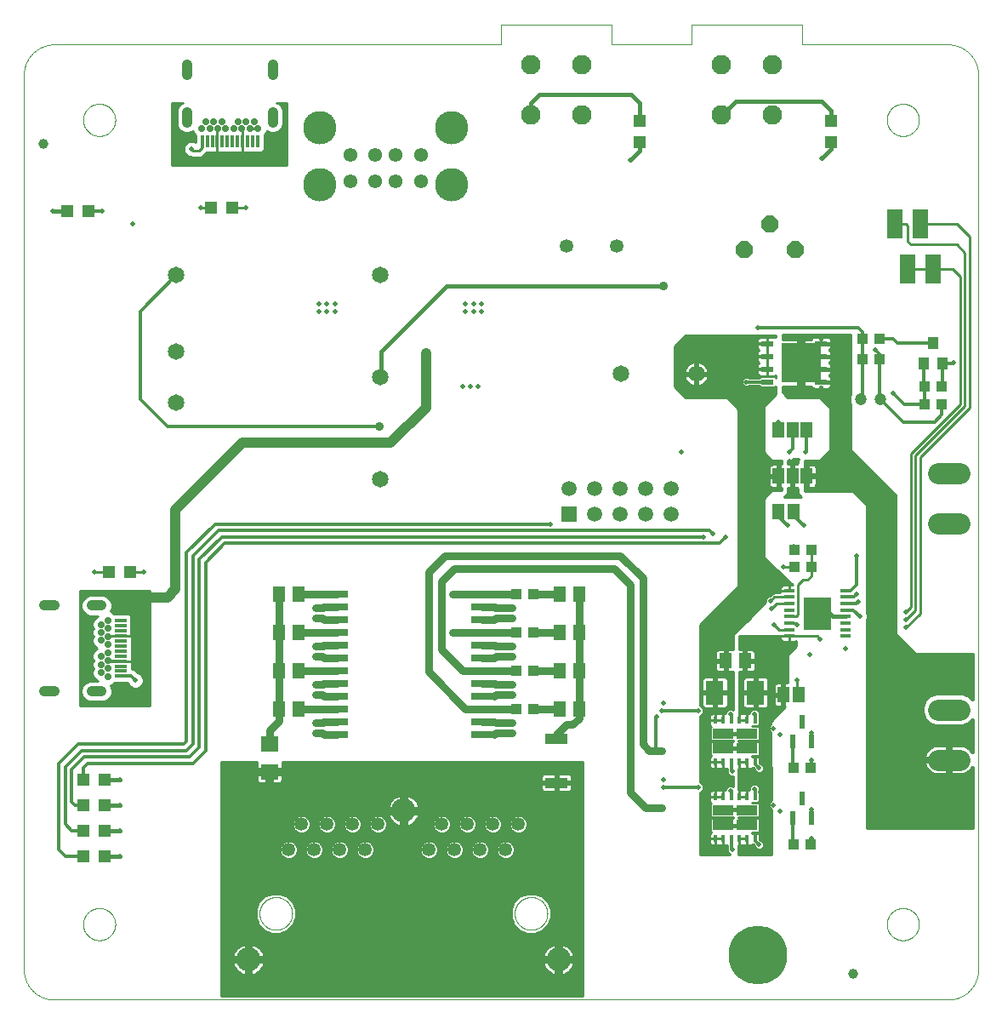
<source format=gtl>
G75*
%MOIN*%
%OFA0B0*%
%FSLAX25Y25*%
%IPPOS*%
%LPD*%
%AMOC8*
5,1,8,0,0,1.08239X$1,22.5*
%
%ADD10C,0.00000*%
%ADD11R,0.07087X0.06299*%
%ADD12R,0.04331X0.03937*%
%ADD13R,0.05118X0.05906*%
%ADD14R,0.02362X0.05630*%
%ADD15R,0.07087X0.09449*%
%ADD16R,0.03937X0.01575*%
%ADD17R,0.10866X0.13110*%
%ADD18R,0.01575X0.02559*%
%ADD19R,0.08268X0.03937*%
%ADD20R,0.04724X0.04724*%
%ADD21R,0.03937X0.05000*%
%ADD22R,0.09016X0.02992*%
%ADD23C,0.05315*%
%ADD24C,0.09449*%
%ADD25R,0.09055X0.04134*%
%ADD26R,0.04600X0.06300*%
%ADD27C,0.06496*%
%ADD28C,0.07677*%
%ADD29R,0.05906X0.05906*%
%ADD30C,0.05906*%
%ADD31R,0.04724X0.01181*%
%ADD32C,0.02775*%
%ADD33C,0.03937*%
%ADD34R,0.01181X0.04724*%
%ADD35C,0.08268*%
%ADD36OC8,0.06600*%
%ADD37C,0.23000*%
%ADD38R,0.05000X0.02402*%
%ADD39R,0.15394X0.15394*%
%ADD40C,0.13055*%
%ADD41C,0.05433*%
%ADD42R,0.05906X0.11811*%
%ADD43C,0.04724*%
%ADD44C,0.03937*%
%ADD45C,0.03000*%
%ADD46C,0.01600*%
%ADD47C,0.02020*%
%ADD48C,0.01200*%
%ADD49C,0.02800*%
%ADD50C,0.01220*%
%ADD51C,0.01000*%
%ADD52C,0.03543*%
%ADD53C,0.04000*%
D10*
X0056111Y0063050D02*
X0406505Y0063050D01*
X0406790Y0063053D01*
X0407076Y0063064D01*
X0407361Y0063081D01*
X0407645Y0063105D01*
X0407929Y0063136D01*
X0408212Y0063174D01*
X0408493Y0063219D01*
X0408774Y0063270D01*
X0409054Y0063328D01*
X0409332Y0063393D01*
X0409608Y0063465D01*
X0409882Y0063543D01*
X0410155Y0063628D01*
X0410425Y0063720D01*
X0410693Y0063818D01*
X0410959Y0063922D01*
X0411222Y0064033D01*
X0411482Y0064150D01*
X0411740Y0064273D01*
X0411994Y0064403D01*
X0412245Y0064539D01*
X0412493Y0064680D01*
X0412737Y0064828D01*
X0412978Y0064981D01*
X0413214Y0065141D01*
X0413447Y0065306D01*
X0413676Y0065476D01*
X0413901Y0065652D01*
X0414121Y0065834D01*
X0414337Y0066020D01*
X0414548Y0066212D01*
X0414755Y0066409D01*
X0414957Y0066611D01*
X0415154Y0066818D01*
X0415346Y0067029D01*
X0415532Y0067245D01*
X0415714Y0067465D01*
X0415890Y0067690D01*
X0416060Y0067919D01*
X0416225Y0068152D01*
X0416385Y0068388D01*
X0416538Y0068629D01*
X0416686Y0068873D01*
X0416827Y0069121D01*
X0416963Y0069372D01*
X0417093Y0069626D01*
X0417216Y0069884D01*
X0417333Y0070144D01*
X0417444Y0070407D01*
X0417548Y0070673D01*
X0417646Y0070941D01*
X0417738Y0071211D01*
X0417823Y0071484D01*
X0417901Y0071758D01*
X0417973Y0072034D01*
X0418038Y0072312D01*
X0418096Y0072592D01*
X0418147Y0072873D01*
X0418192Y0073154D01*
X0418230Y0073437D01*
X0418261Y0073721D01*
X0418285Y0074005D01*
X0418302Y0074290D01*
X0418313Y0074576D01*
X0418316Y0074861D01*
X0418316Y0425255D01*
X0418313Y0425540D01*
X0418302Y0425826D01*
X0418285Y0426111D01*
X0418261Y0426395D01*
X0418230Y0426679D01*
X0418192Y0426962D01*
X0418147Y0427243D01*
X0418096Y0427524D01*
X0418038Y0427804D01*
X0417973Y0428082D01*
X0417901Y0428358D01*
X0417823Y0428632D01*
X0417738Y0428905D01*
X0417646Y0429175D01*
X0417548Y0429443D01*
X0417444Y0429709D01*
X0417333Y0429972D01*
X0417216Y0430232D01*
X0417093Y0430490D01*
X0416963Y0430744D01*
X0416827Y0430995D01*
X0416686Y0431243D01*
X0416538Y0431487D01*
X0416385Y0431728D01*
X0416225Y0431964D01*
X0416060Y0432197D01*
X0415890Y0432426D01*
X0415714Y0432651D01*
X0415532Y0432871D01*
X0415346Y0433087D01*
X0415154Y0433298D01*
X0414957Y0433505D01*
X0414755Y0433707D01*
X0414548Y0433904D01*
X0414337Y0434096D01*
X0414121Y0434282D01*
X0413901Y0434464D01*
X0413676Y0434640D01*
X0413447Y0434810D01*
X0413214Y0434975D01*
X0412978Y0435135D01*
X0412737Y0435288D01*
X0412493Y0435436D01*
X0412245Y0435577D01*
X0411994Y0435713D01*
X0411740Y0435843D01*
X0411482Y0435966D01*
X0411222Y0436083D01*
X0410959Y0436194D01*
X0410693Y0436298D01*
X0410425Y0436396D01*
X0410155Y0436488D01*
X0409882Y0436573D01*
X0409608Y0436651D01*
X0409332Y0436723D01*
X0409054Y0436788D01*
X0408774Y0436846D01*
X0408493Y0436897D01*
X0408212Y0436942D01*
X0407929Y0436980D01*
X0407645Y0437011D01*
X0407361Y0437035D01*
X0407076Y0437052D01*
X0406790Y0437063D01*
X0406505Y0437066D01*
X0349418Y0437066D01*
X0349418Y0444940D01*
X0306111Y0444940D01*
X0306111Y0437066D01*
X0274615Y0437066D01*
X0274615Y0444940D01*
X0231308Y0444940D01*
X0231308Y0437066D01*
X0056111Y0437066D01*
X0055826Y0437063D01*
X0055540Y0437052D01*
X0055255Y0437035D01*
X0054971Y0437011D01*
X0054687Y0436980D01*
X0054404Y0436942D01*
X0054123Y0436897D01*
X0053842Y0436846D01*
X0053562Y0436788D01*
X0053284Y0436723D01*
X0053008Y0436651D01*
X0052734Y0436573D01*
X0052461Y0436488D01*
X0052191Y0436396D01*
X0051923Y0436298D01*
X0051657Y0436194D01*
X0051394Y0436083D01*
X0051134Y0435966D01*
X0050876Y0435843D01*
X0050622Y0435713D01*
X0050371Y0435577D01*
X0050123Y0435436D01*
X0049879Y0435288D01*
X0049638Y0435135D01*
X0049402Y0434975D01*
X0049169Y0434810D01*
X0048940Y0434640D01*
X0048715Y0434464D01*
X0048495Y0434282D01*
X0048279Y0434096D01*
X0048068Y0433904D01*
X0047861Y0433707D01*
X0047659Y0433505D01*
X0047462Y0433298D01*
X0047270Y0433087D01*
X0047084Y0432871D01*
X0046902Y0432651D01*
X0046726Y0432426D01*
X0046556Y0432197D01*
X0046391Y0431964D01*
X0046231Y0431728D01*
X0046078Y0431487D01*
X0045930Y0431243D01*
X0045789Y0430995D01*
X0045653Y0430744D01*
X0045523Y0430490D01*
X0045400Y0430232D01*
X0045283Y0429972D01*
X0045172Y0429709D01*
X0045068Y0429443D01*
X0044970Y0429175D01*
X0044878Y0428905D01*
X0044793Y0428632D01*
X0044715Y0428358D01*
X0044643Y0428082D01*
X0044578Y0427804D01*
X0044520Y0427524D01*
X0044469Y0427243D01*
X0044424Y0426962D01*
X0044386Y0426679D01*
X0044355Y0426395D01*
X0044331Y0426111D01*
X0044314Y0425826D01*
X0044303Y0425540D01*
X0044300Y0425255D01*
X0044300Y0074861D01*
X0044303Y0074576D01*
X0044314Y0074290D01*
X0044331Y0074005D01*
X0044355Y0073721D01*
X0044386Y0073437D01*
X0044424Y0073154D01*
X0044469Y0072873D01*
X0044520Y0072592D01*
X0044578Y0072312D01*
X0044643Y0072034D01*
X0044715Y0071758D01*
X0044793Y0071484D01*
X0044878Y0071211D01*
X0044970Y0070941D01*
X0045068Y0070673D01*
X0045172Y0070407D01*
X0045283Y0070144D01*
X0045400Y0069884D01*
X0045523Y0069626D01*
X0045653Y0069372D01*
X0045789Y0069121D01*
X0045930Y0068873D01*
X0046078Y0068629D01*
X0046231Y0068388D01*
X0046391Y0068152D01*
X0046556Y0067919D01*
X0046726Y0067690D01*
X0046902Y0067465D01*
X0047084Y0067245D01*
X0047270Y0067029D01*
X0047462Y0066818D01*
X0047659Y0066611D01*
X0047861Y0066409D01*
X0048068Y0066212D01*
X0048279Y0066020D01*
X0048495Y0065834D01*
X0048715Y0065652D01*
X0048940Y0065476D01*
X0049169Y0065306D01*
X0049402Y0065141D01*
X0049638Y0064981D01*
X0049879Y0064828D01*
X0050123Y0064680D01*
X0050371Y0064539D01*
X0050622Y0064403D01*
X0050876Y0064273D01*
X0051134Y0064150D01*
X0051394Y0064033D01*
X0051657Y0063922D01*
X0051923Y0063818D01*
X0052191Y0063720D01*
X0052461Y0063628D01*
X0052734Y0063543D01*
X0053008Y0063465D01*
X0053284Y0063393D01*
X0053562Y0063328D01*
X0053842Y0063270D01*
X0054123Y0063219D01*
X0054404Y0063174D01*
X0054687Y0063136D01*
X0054971Y0063105D01*
X0055255Y0063081D01*
X0055540Y0063064D01*
X0055826Y0063053D01*
X0056111Y0063050D01*
X0067529Y0092578D02*
X0067531Y0092736D01*
X0067537Y0092894D01*
X0067547Y0093052D01*
X0067561Y0093210D01*
X0067579Y0093367D01*
X0067600Y0093524D01*
X0067626Y0093680D01*
X0067656Y0093836D01*
X0067689Y0093991D01*
X0067727Y0094144D01*
X0067768Y0094297D01*
X0067813Y0094449D01*
X0067862Y0094600D01*
X0067915Y0094749D01*
X0067971Y0094897D01*
X0068031Y0095043D01*
X0068095Y0095188D01*
X0068163Y0095331D01*
X0068234Y0095473D01*
X0068308Y0095613D01*
X0068386Y0095750D01*
X0068468Y0095886D01*
X0068552Y0096020D01*
X0068641Y0096151D01*
X0068732Y0096280D01*
X0068827Y0096407D01*
X0068924Y0096532D01*
X0069025Y0096654D01*
X0069129Y0096773D01*
X0069236Y0096890D01*
X0069346Y0097004D01*
X0069459Y0097115D01*
X0069574Y0097224D01*
X0069692Y0097329D01*
X0069813Y0097431D01*
X0069936Y0097531D01*
X0070062Y0097627D01*
X0070190Y0097720D01*
X0070320Y0097810D01*
X0070453Y0097896D01*
X0070588Y0097980D01*
X0070724Y0098059D01*
X0070863Y0098136D01*
X0071004Y0098208D01*
X0071146Y0098278D01*
X0071290Y0098343D01*
X0071436Y0098405D01*
X0071583Y0098463D01*
X0071732Y0098518D01*
X0071882Y0098569D01*
X0072033Y0098616D01*
X0072185Y0098659D01*
X0072338Y0098698D01*
X0072493Y0098734D01*
X0072648Y0098765D01*
X0072804Y0098793D01*
X0072960Y0098817D01*
X0073117Y0098837D01*
X0073275Y0098853D01*
X0073432Y0098865D01*
X0073591Y0098873D01*
X0073749Y0098877D01*
X0073907Y0098877D01*
X0074065Y0098873D01*
X0074224Y0098865D01*
X0074381Y0098853D01*
X0074539Y0098837D01*
X0074696Y0098817D01*
X0074852Y0098793D01*
X0075008Y0098765D01*
X0075163Y0098734D01*
X0075318Y0098698D01*
X0075471Y0098659D01*
X0075623Y0098616D01*
X0075774Y0098569D01*
X0075924Y0098518D01*
X0076073Y0098463D01*
X0076220Y0098405D01*
X0076366Y0098343D01*
X0076510Y0098278D01*
X0076652Y0098208D01*
X0076793Y0098136D01*
X0076932Y0098059D01*
X0077068Y0097980D01*
X0077203Y0097896D01*
X0077336Y0097810D01*
X0077466Y0097720D01*
X0077594Y0097627D01*
X0077720Y0097531D01*
X0077843Y0097431D01*
X0077964Y0097329D01*
X0078082Y0097224D01*
X0078197Y0097115D01*
X0078310Y0097004D01*
X0078420Y0096890D01*
X0078527Y0096773D01*
X0078631Y0096654D01*
X0078732Y0096532D01*
X0078829Y0096407D01*
X0078924Y0096280D01*
X0079015Y0096151D01*
X0079104Y0096020D01*
X0079188Y0095886D01*
X0079270Y0095750D01*
X0079348Y0095613D01*
X0079422Y0095473D01*
X0079493Y0095331D01*
X0079561Y0095188D01*
X0079625Y0095043D01*
X0079685Y0094897D01*
X0079741Y0094749D01*
X0079794Y0094600D01*
X0079843Y0094449D01*
X0079888Y0094297D01*
X0079929Y0094144D01*
X0079967Y0093991D01*
X0080000Y0093836D01*
X0080030Y0093680D01*
X0080056Y0093524D01*
X0080077Y0093367D01*
X0080095Y0093210D01*
X0080109Y0093052D01*
X0080119Y0092894D01*
X0080125Y0092736D01*
X0080127Y0092578D01*
X0080125Y0092420D01*
X0080119Y0092262D01*
X0080109Y0092104D01*
X0080095Y0091946D01*
X0080077Y0091789D01*
X0080056Y0091632D01*
X0080030Y0091476D01*
X0080000Y0091320D01*
X0079967Y0091165D01*
X0079929Y0091012D01*
X0079888Y0090859D01*
X0079843Y0090707D01*
X0079794Y0090556D01*
X0079741Y0090407D01*
X0079685Y0090259D01*
X0079625Y0090113D01*
X0079561Y0089968D01*
X0079493Y0089825D01*
X0079422Y0089683D01*
X0079348Y0089543D01*
X0079270Y0089406D01*
X0079188Y0089270D01*
X0079104Y0089136D01*
X0079015Y0089005D01*
X0078924Y0088876D01*
X0078829Y0088749D01*
X0078732Y0088624D01*
X0078631Y0088502D01*
X0078527Y0088383D01*
X0078420Y0088266D01*
X0078310Y0088152D01*
X0078197Y0088041D01*
X0078082Y0087932D01*
X0077964Y0087827D01*
X0077843Y0087725D01*
X0077720Y0087625D01*
X0077594Y0087529D01*
X0077466Y0087436D01*
X0077336Y0087346D01*
X0077203Y0087260D01*
X0077068Y0087176D01*
X0076932Y0087097D01*
X0076793Y0087020D01*
X0076652Y0086948D01*
X0076510Y0086878D01*
X0076366Y0086813D01*
X0076220Y0086751D01*
X0076073Y0086693D01*
X0075924Y0086638D01*
X0075774Y0086587D01*
X0075623Y0086540D01*
X0075471Y0086497D01*
X0075318Y0086458D01*
X0075163Y0086422D01*
X0075008Y0086391D01*
X0074852Y0086363D01*
X0074696Y0086339D01*
X0074539Y0086319D01*
X0074381Y0086303D01*
X0074224Y0086291D01*
X0074065Y0086283D01*
X0073907Y0086279D01*
X0073749Y0086279D01*
X0073591Y0086283D01*
X0073432Y0086291D01*
X0073275Y0086303D01*
X0073117Y0086319D01*
X0072960Y0086339D01*
X0072804Y0086363D01*
X0072648Y0086391D01*
X0072493Y0086422D01*
X0072338Y0086458D01*
X0072185Y0086497D01*
X0072033Y0086540D01*
X0071882Y0086587D01*
X0071732Y0086638D01*
X0071583Y0086693D01*
X0071436Y0086751D01*
X0071290Y0086813D01*
X0071146Y0086878D01*
X0071004Y0086948D01*
X0070863Y0087020D01*
X0070724Y0087097D01*
X0070588Y0087176D01*
X0070453Y0087260D01*
X0070320Y0087346D01*
X0070190Y0087436D01*
X0070062Y0087529D01*
X0069936Y0087625D01*
X0069813Y0087725D01*
X0069692Y0087827D01*
X0069574Y0087932D01*
X0069459Y0088041D01*
X0069346Y0088152D01*
X0069236Y0088266D01*
X0069129Y0088383D01*
X0069025Y0088502D01*
X0068924Y0088624D01*
X0068827Y0088749D01*
X0068732Y0088876D01*
X0068641Y0089005D01*
X0068552Y0089136D01*
X0068468Y0089270D01*
X0068386Y0089406D01*
X0068308Y0089543D01*
X0068234Y0089683D01*
X0068163Y0089825D01*
X0068095Y0089968D01*
X0068031Y0090113D01*
X0067971Y0090259D01*
X0067915Y0090407D01*
X0067862Y0090556D01*
X0067813Y0090707D01*
X0067768Y0090859D01*
X0067727Y0091012D01*
X0067689Y0091165D01*
X0067656Y0091320D01*
X0067626Y0091476D01*
X0067600Y0091632D01*
X0067579Y0091789D01*
X0067561Y0091946D01*
X0067547Y0092104D01*
X0067537Y0092262D01*
X0067531Y0092420D01*
X0067529Y0092578D01*
X0136652Y0096770D02*
X0136654Y0096930D01*
X0136660Y0097089D01*
X0136670Y0097248D01*
X0136684Y0097407D01*
X0136702Y0097566D01*
X0136723Y0097724D01*
X0136749Y0097881D01*
X0136779Y0098038D01*
X0136812Y0098194D01*
X0136850Y0098349D01*
X0136891Y0098503D01*
X0136936Y0098656D01*
X0136985Y0098808D01*
X0137038Y0098958D01*
X0137094Y0099107D01*
X0137154Y0099255D01*
X0137218Y0099401D01*
X0137286Y0099546D01*
X0137357Y0099689D01*
X0137431Y0099830D01*
X0137509Y0099969D01*
X0137591Y0100106D01*
X0137676Y0100241D01*
X0137764Y0100374D01*
X0137855Y0100505D01*
X0137950Y0100633D01*
X0138048Y0100759D01*
X0138149Y0100883D01*
X0138253Y0101003D01*
X0138360Y0101122D01*
X0138470Y0101237D01*
X0138583Y0101350D01*
X0138698Y0101460D01*
X0138817Y0101567D01*
X0138937Y0101671D01*
X0139061Y0101772D01*
X0139187Y0101870D01*
X0139315Y0101965D01*
X0139446Y0102056D01*
X0139579Y0102144D01*
X0139714Y0102229D01*
X0139851Y0102311D01*
X0139990Y0102389D01*
X0140131Y0102463D01*
X0140274Y0102534D01*
X0140419Y0102602D01*
X0140565Y0102666D01*
X0140713Y0102726D01*
X0140862Y0102782D01*
X0141012Y0102835D01*
X0141164Y0102884D01*
X0141317Y0102929D01*
X0141471Y0102970D01*
X0141626Y0103008D01*
X0141782Y0103041D01*
X0141939Y0103071D01*
X0142096Y0103097D01*
X0142254Y0103118D01*
X0142413Y0103136D01*
X0142572Y0103150D01*
X0142731Y0103160D01*
X0142890Y0103166D01*
X0143050Y0103168D01*
X0143210Y0103166D01*
X0143369Y0103160D01*
X0143528Y0103150D01*
X0143687Y0103136D01*
X0143846Y0103118D01*
X0144004Y0103097D01*
X0144161Y0103071D01*
X0144318Y0103041D01*
X0144474Y0103008D01*
X0144629Y0102970D01*
X0144783Y0102929D01*
X0144936Y0102884D01*
X0145088Y0102835D01*
X0145238Y0102782D01*
X0145387Y0102726D01*
X0145535Y0102666D01*
X0145681Y0102602D01*
X0145826Y0102534D01*
X0145969Y0102463D01*
X0146110Y0102389D01*
X0146249Y0102311D01*
X0146386Y0102229D01*
X0146521Y0102144D01*
X0146654Y0102056D01*
X0146785Y0101965D01*
X0146913Y0101870D01*
X0147039Y0101772D01*
X0147163Y0101671D01*
X0147283Y0101567D01*
X0147402Y0101460D01*
X0147517Y0101350D01*
X0147630Y0101237D01*
X0147740Y0101122D01*
X0147847Y0101003D01*
X0147951Y0100883D01*
X0148052Y0100759D01*
X0148150Y0100633D01*
X0148245Y0100505D01*
X0148336Y0100374D01*
X0148424Y0100241D01*
X0148509Y0100106D01*
X0148591Y0099969D01*
X0148669Y0099830D01*
X0148743Y0099689D01*
X0148814Y0099546D01*
X0148882Y0099401D01*
X0148946Y0099255D01*
X0149006Y0099107D01*
X0149062Y0098958D01*
X0149115Y0098808D01*
X0149164Y0098656D01*
X0149209Y0098503D01*
X0149250Y0098349D01*
X0149288Y0098194D01*
X0149321Y0098038D01*
X0149351Y0097881D01*
X0149377Y0097724D01*
X0149398Y0097566D01*
X0149416Y0097407D01*
X0149430Y0097248D01*
X0149440Y0097089D01*
X0149446Y0096930D01*
X0149448Y0096770D01*
X0149446Y0096610D01*
X0149440Y0096451D01*
X0149430Y0096292D01*
X0149416Y0096133D01*
X0149398Y0095974D01*
X0149377Y0095816D01*
X0149351Y0095659D01*
X0149321Y0095502D01*
X0149288Y0095346D01*
X0149250Y0095191D01*
X0149209Y0095037D01*
X0149164Y0094884D01*
X0149115Y0094732D01*
X0149062Y0094582D01*
X0149006Y0094433D01*
X0148946Y0094285D01*
X0148882Y0094139D01*
X0148814Y0093994D01*
X0148743Y0093851D01*
X0148669Y0093710D01*
X0148591Y0093571D01*
X0148509Y0093434D01*
X0148424Y0093299D01*
X0148336Y0093166D01*
X0148245Y0093035D01*
X0148150Y0092907D01*
X0148052Y0092781D01*
X0147951Y0092657D01*
X0147847Y0092537D01*
X0147740Y0092418D01*
X0147630Y0092303D01*
X0147517Y0092190D01*
X0147402Y0092080D01*
X0147283Y0091973D01*
X0147163Y0091869D01*
X0147039Y0091768D01*
X0146913Y0091670D01*
X0146785Y0091575D01*
X0146654Y0091484D01*
X0146521Y0091396D01*
X0146386Y0091311D01*
X0146249Y0091229D01*
X0146110Y0091151D01*
X0145969Y0091077D01*
X0145826Y0091006D01*
X0145681Y0090938D01*
X0145535Y0090874D01*
X0145387Y0090814D01*
X0145238Y0090758D01*
X0145088Y0090705D01*
X0144936Y0090656D01*
X0144783Y0090611D01*
X0144629Y0090570D01*
X0144474Y0090532D01*
X0144318Y0090499D01*
X0144161Y0090469D01*
X0144004Y0090443D01*
X0143846Y0090422D01*
X0143687Y0090404D01*
X0143528Y0090390D01*
X0143369Y0090380D01*
X0143210Y0090374D01*
X0143050Y0090372D01*
X0142890Y0090374D01*
X0142731Y0090380D01*
X0142572Y0090390D01*
X0142413Y0090404D01*
X0142254Y0090422D01*
X0142096Y0090443D01*
X0141939Y0090469D01*
X0141782Y0090499D01*
X0141626Y0090532D01*
X0141471Y0090570D01*
X0141317Y0090611D01*
X0141164Y0090656D01*
X0141012Y0090705D01*
X0140862Y0090758D01*
X0140713Y0090814D01*
X0140565Y0090874D01*
X0140419Y0090938D01*
X0140274Y0091006D01*
X0140131Y0091077D01*
X0139990Y0091151D01*
X0139851Y0091229D01*
X0139714Y0091311D01*
X0139579Y0091396D01*
X0139446Y0091484D01*
X0139315Y0091575D01*
X0139187Y0091670D01*
X0139061Y0091768D01*
X0138937Y0091869D01*
X0138817Y0091973D01*
X0138698Y0092080D01*
X0138583Y0092190D01*
X0138470Y0092303D01*
X0138360Y0092418D01*
X0138253Y0092537D01*
X0138149Y0092657D01*
X0138048Y0092781D01*
X0137950Y0092907D01*
X0137855Y0093035D01*
X0137764Y0093166D01*
X0137676Y0093299D01*
X0137591Y0093434D01*
X0137509Y0093571D01*
X0137431Y0093710D01*
X0137357Y0093851D01*
X0137286Y0093994D01*
X0137218Y0094139D01*
X0137154Y0094285D01*
X0137094Y0094433D01*
X0137038Y0094582D01*
X0136985Y0094732D01*
X0136936Y0094884D01*
X0136891Y0095037D01*
X0136850Y0095191D01*
X0136812Y0095346D01*
X0136779Y0095502D01*
X0136749Y0095659D01*
X0136723Y0095816D01*
X0136702Y0095974D01*
X0136684Y0096133D01*
X0136670Y0096292D01*
X0136660Y0096451D01*
X0136654Y0096610D01*
X0136652Y0096770D01*
X0236652Y0096770D02*
X0236654Y0096930D01*
X0236660Y0097089D01*
X0236670Y0097248D01*
X0236684Y0097407D01*
X0236702Y0097566D01*
X0236723Y0097724D01*
X0236749Y0097881D01*
X0236779Y0098038D01*
X0236812Y0098194D01*
X0236850Y0098349D01*
X0236891Y0098503D01*
X0236936Y0098656D01*
X0236985Y0098808D01*
X0237038Y0098958D01*
X0237094Y0099107D01*
X0237154Y0099255D01*
X0237218Y0099401D01*
X0237286Y0099546D01*
X0237357Y0099689D01*
X0237431Y0099830D01*
X0237509Y0099969D01*
X0237591Y0100106D01*
X0237676Y0100241D01*
X0237764Y0100374D01*
X0237855Y0100505D01*
X0237950Y0100633D01*
X0238048Y0100759D01*
X0238149Y0100883D01*
X0238253Y0101003D01*
X0238360Y0101122D01*
X0238470Y0101237D01*
X0238583Y0101350D01*
X0238698Y0101460D01*
X0238817Y0101567D01*
X0238937Y0101671D01*
X0239061Y0101772D01*
X0239187Y0101870D01*
X0239315Y0101965D01*
X0239446Y0102056D01*
X0239579Y0102144D01*
X0239714Y0102229D01*
X0239851Y0102311D01*
X0239990Y0102389D01*
X0240131Y0102463D01*
X0240274Y0102534D01*
X0240419Y0102602D01*
X0240565Y0102666D01*
X0240713Y0102726D01*
X0240862Y0102782D01*
X0241012Y0102835D01*
X0241164Y0102884D01*
X0241317Y0102929D01*
X0241471Y0102970D01*
X0241626Y0103008D01*
X0241782Y0103041D01*
X0241939Y0103071D01*
X0242096Y0103097D01*
X0242254Y0103118D01*
X0242413Y0103136D01*
X0242572Y0103150D01*
X0242731Y0103160D01*
X0242890Y0103166D01*
X0243050Y0103168D01*
X0243210Y0103166D01*
X0243369Y0103160D01*
X0243528Y0103150D01*
X0243687Y0103136D01*
X0243846Y0103118D01*
X0244004Y0103097D01*
X0244161Y0103071D01*
X0244318Y0103041D01*
X0244474Y0103008D01*
X0244629Y0102970D01*
X0244783Y0102929D01*
X0244936Y0102884D01*
X0245088Y0102835D01*
X0245238Y0102782D01*
X0245387Y0102726D01*
X0245535Y0102666D01*
X0245681Y0102602D01*
X0245826Y0102534D01*
X0245969Y0102463D01*
X0246110Y0102389D01*
X0246249Y0102311D01*
X0246386Y0102229D01*
X0246521Y0102144D01*
X0246654Y0102056D01*
X0246785Y0101965D01*
X0246913Y0101870D01*
X0247039Y0101772D01*
X0247163Y0101671D01*
X0247283Y0101567D01*
X0247402Y0101460D01*
X0247517Y0101350D01*
X0247630Y0101237D01*
X0247740Y0101122D01*
X0247847Y0101003D01*
X0247951Y0100883D01*
X0248052Y0100759D01*
X0248150Y0100633D01*
X0248245Y0100505D01*
X0248336Y0100374D01*
X0248424Y0100241D01*
X0248509Y0100106D01*
X0248591Y0099969D01*
X0248669Y0099830D01*
X0248743Y0099689D01*
X0248814Y0099546D01*
X0248882Y0099401D01*
X0248946Y0099255D01*
X0249006Y0099107D01*
X0249062Y0098958D01*
X0249115Y0098808D01*
X0249164Y0098656D01*
X0249209Y0098503D01*
X0249250Y0098349D01*
X0249288Y0098194D01*
X0249321Y0098038D01*
X0249351Y0097881D01*
X0249377Y0097724D01*
X0249398Y0097566D01*
X0249416Y0097407D01*
X0249430Y0097248D01*
X0249440Y0097089D01*
X0249446Y0096930D01*
X0249448Y0096770D01*
X0249446Y0096610D01*
X0249440Y0096451D01*
X0249430Y0096292D01*
X0249416Y0096133D01*
X0249398Y0095974D01*
X0249377Y0095816D01*
X0249351Y0095659D01*
X0249321Y0095502D01*
X0249288Y0095346D01*
X0249250Y0095191D01*
X0249209Y0095037D01*
X0249164Y0094884D01*
X0249115Y0094732D01*
X0249062Y0094582D01*
X0249006Y0094433D01*
X0248946Y0094285D01*
X0248882Y0094139D01*
X0248814Y0093994D01*
X0248743Y0093851D01*
X0248669Y0093710D01*
X0248591Y0093571D01*
X0248509Y0093434D01*
X0248424Y0093299D01*
X0248336Y0093166D01*
X0248245Y0093035D01*
X0248150Y0092907D01*
X0248052Y0092781D01*
X0247951Y0092657D01*
X0247847Y0092537D01*
X0247740Y0092418D01*
X0247630Y0092303D01*
X0247517Y0092190D01*
X0247402Y0092080D01*
X0247283Y0091973D01*
X0247163Y0091869D01*
X0247039Y0091768D01*
X0246913Y0091670D01*
X0246785Y0091575D01*
X0246654Y0091484D01*
X0246521Y0091396D01*
X0246386Y0091311D01*
X0246249Y0091229D01*
X0246110Y0091151D01*
X0245969Y0091077D01*
X0245826Y0091006D01*
X0245681Y0090938D01*
X0245535Y0090874D01*
X0245387Y0090814D01*
X0245238Y0090758D01*
X0245088Y0090705D01*
X0244936Y0090656D01*
X0244783Y0090611D01*
X0244629Y0090570D01*
X0244474Y0090532D01*
X0244318Y0090499D01*
X0244161Y0090469D01*
X0244004Y0090443D01*
X0243846Y0090422D01*
X0243687Y0090404D01*
X0243528Y0090390D01*
X0243369Y0090380D01*
X0243210Y0090374D01*
X0243050Y0090372D01*
X0242890Y0090374D01*
X0242731Y0090380D01*
X0242572Y0090390D01*
X0242413Y0090404D01*
X0242254Y0090422D01*
X0242096Y0090443D01*
X0241939Y0090469D01*
X0241782Y0090499D01*
X0241626Y0090532D01*
X0241471Y0090570D01*
X0241317Y0090611D01*
X0241164Y0090656D01*
X0241012Y0090705D01*
X0240862Y0090758D01*
X0240713Y0090814D01*
X0240565Y0090874D01*
X0240419Y0090938D01*
X0240274Y0091006D01*
X0240131Y0091077D01*
X0239990Y0091151D01*
X0239851Y0091229D01*
X0239714Y0091311D01*
X0239579Y0091396D01*
X0239446Y0091484D01*
X0239315Y0091575D01*
X0239187Y0091670D01*
X0239061Y0091768D01*
X0238937Y0091869D01*
X0238817Y0091973D01*
X0238698Y0092080D01*
X0238583Y0092190D01*
X0238470Y0092303D01*
X0238360Y0092418D01*
X0238253Y0092537D01*
X0238149Y0092657D01*
X0238048Y0092781D01*
X0237950Y0092907D01*
X0237855Y0093035D01*
X0237764Y0093166D01*
X0237676Y0093299D01*
X0237591Y0093434D01*
X0237509Y0093571D01*
X0237431Y0093710D01*
X0237357Y0093851D01*
X0237286Y0093994D01*
X0237218Y0094139D01*
X0237154Y0094285D01*
X0237094Y0094433D01*
X0237038Y0094582D01*
X0236985Y0094732D01*
X0236936Y0094884D01*
X0236891Y0095037D01*
X0236850Y0095191D01*
X0236812Y0095346D01*
X0236779Y0095502D01*
X0236749Y0095659D01*
X0236723Y0095816D01*
X0236702Y0095974D01*
X0236684Y0096133D01*
X0236670Y0096292D01*
X0236660Y0096451D01*
X0236654Y0096610D01*
X0236652Y0096770D01*
X0382489Y0092578D02*
X0382491Y0092736D01*
X0382497Y0092894D01*
X0382507Y0093052D01*
X0382521Y0093210D01*
X0382539Y0093367D01*
X0382560Y0093524D01*
X0382586Y0093680D01*
X0382616Y0093836D01*
X0382649Y0093991D01*
X0382687Y0094144D01*
X0382728Y0094297D01*
X0382773Y0094449D01*
X0382822Y0094600D01*
X0382875Y0094749D01*
X0382931Y0094897D01*
X0382991Y0095043D01*
X0383055Y0095188D01*
X0383123Y0095331D01*
X0383194Y0095473D01*
X0383268Y0095613D01*
X0383346Y0095750D01*
X0383428Y0095886D01*
X0383512Y0096020D01*
X0383601Y0096151D01*
X0383692Y0096280D01*
X0383787Y0096407D01*
X0383884Y0096532D01*
X0383985Y0096654D01*
X0384089Y0096773D01*
X0384196Y0096890D01*
X0384306Y0097004D01*
X0384419Y0097115D01*
X0384534Y0097224D01*
X0384652Y0097329D01*
X0384773Y0097431D01*
X0384896Y0097531D01*
X0385022Y0097627D01*
X0385150Y0097720D01*
X0385280Y0097810D01*
X0385413Y0097896D01*
X0385548Y0097980D01*
X0385684Y0098059D01*
X0385823Y0098136D01*
X0385964Y0098208D01*
X0386106Y0098278D01*
X0386250Y0098343D01*
X0386396Y0098405D01*
X0386543Y0098463D01*
X0386692Y0098518D01*
X0386842Y0098569D01*
X0386993Y0098616D01*
X0387145Y0098659D01*
X0387298Y0098698D01*
X0387453Y0098734D01*
X0387608Y0098765D01*
X0387764Y0098793D01*
X0387920Y0098817D01*
X0388077Y0098837D01*
X0388235Y0098853D01*
X0388392Y0098865D01*
X0388551Y0098873D01*
X0388709Y0098877D01*
X0388867Y0098877D01*
X0389025Y0098873D01*
X0389184Y0098865D01*
X0389341Y0098853D01*
X0389499Y0098837D01*
X0389656Y0098817D01*
X0389812Y0098793D01*
X0389968Y0098765D01*
X0390123Y0098734D01*
X0390278Y0098698D01*
X0390431Y0098659D01*
X0390583Y0098616D01*
X0390734Y0098569D01*
X0390884Y0098518D01*
X0391033Y0098463D01*
X0391180Y0098405D01*
X0391326Y0098343D01*
X0391470Y0098278D01*
X0391612Y0098208D01*
X0391753Y0098136D01*
X0391892Y0098059D01*
X0392028Y0097980D01*
X0392163Y0097896D01*
X0392296Y0097810D01*
X0392426Y0097720D01*
X0392554Y0097627D01*
X0392680Y0097531D01*
X0392803Y0097431D01*
X0392924Y0097329D01*
X0393042Y0097224D01*
X0393157Y0097115D01*
X0393270Y0097004D01*
X0393380Y0096890D01*
X0393487Y0096773D01*
X0393591Y0096654D01*
X0393692Y0096532D01*
X0393789Y0096407D01*
X0393884Y0096280D01*
X0393975Y0096151D01*
X0394064Y0096020D01*
X0394148Y0095886D01*
X0394230Y0095750D01*
X0394308Y0095613D01*
X0394382Y0095473D01*
X0394453Y0095331D01*
X0394521Y0095188D01*
X0394585Y0095043D01*
X0394645Y0094897D01*
X0394701Y0094749D01*
X0394754Y0094600D01*
X0394803Y0094449D01*
X0394848Y0094297D01*
X0394889Y0094144D01*
X0394927Y0093991D01*
X0394960Y0093836D01*
X0394990Y0093680D01*
X0395016Y0093524D01*
X0395037Y0093367D01*
X0395055Y0093210D01*
X0395069Y0093052D01*
X0395079Y0092894D01*
X0395085Y0092736D01*
X0395087Y0092578D01*
X0395085Y0092420D01*
X0395079Y0092262D01*
X0395069Y0092104D01*
X0395055Y0091946D01*
X0395037Y0091789D01*
X0395016Y0091632D01*
X0394990Y0091476D01*
X0394960Y0091320D01*
X0394927Y0091165D01*
X0394889Y0091012D01*
X0394848Y0090859D01*
X0394803Y0090707D01*
X0394754Y0090556D01*
X0394701Y0090407D01*
X0394645Y0090259D01*
X0394585Y0090113D01*
X0394521Y0089968D01*
X0394453Y0089825D01*
X0394382Y0089683D01*
X0394308Y0089543D01*
X0394230Y0089406D01*
X0394148Y0089270D01*
X0394064Y0089136D01*
X0393975Y0089005D01*
X0393884Y0088876D01*
X0393789Y0088749D01*
X0393692Y0088624D01*
X0393591Y0088502D01*
X0393487Y0088383D01*
X0393380Y0088266D01*
X0393270Y0088152D01*
X0393157Y0088041D01*
X0393042Y0087932D01*
X0392924Y0087827D01*
X0392803Y0087725D01*
X0392680Y0087625D01*
X0392554Y0087529D01*
X0392426Y0087436D01*
X0392296Y0087346D01*
X0392163Y0087260D01*
X0392028Y0087176D01*
X0391892Y0087097D01*
X0391753Y0087020D01*
X0391612Y0086948D01*
X0391470Y0086878D01*
X0391326Y0086813D01*
X0391180Y0086751D01*
X0391033Y0086693D01*
X0390884Y0086638D01*
X0390734Y0086587D01*
X0390583Y0086540D01*
X0390431Y0086497D01*
X0390278Y0086458D01*
X0390123Y0086422D01*
X0389968Y0086391D01*
X0389812Y0086363D01*
X0389656Y0086339D01*
X0389499Y0086319D01*
X0389341Y0086303D01*
X0389184Y0086291D01*
X0389025Y0086283D01*
X0388867Y0086279D01*
X0388709Y0086279D01*
X0388551Y0086283D01*
X0388392Y0086291D01*
X0388235Y0086303D01*
X0388077Y0086319D01*
X0387920Y0086339D01*
X0387764Y0086363D01*
X0387608Y0086391D01*
X0387453Y0086422D01*
X0387298Y0086458D01*
X0387145Y0086497D01*
X0386993Y0086540D01*
X0386842Y0086587D01*
X0386692Y0086638D01*
X0386543Y0086693D01*
X0386396Y0086751D01*
X0386250Y0086813D01*
X0386106Y0086878D01*
X0385964Y0086948D01*
X0385823Y0087020D01*
X0385684Y0087097D01*
X0385548Y0087176D01*
X0385413Y0087260D01*
X0385280Y0087346D01*
X0385150Y0087436D01*
X0385022Y0087529D01*
X0384896Y0087625D01*
X0384773Y0087725D01*
X0384652Y0087827D01*
X0384534Y0087932D01*
X0384419Y0088041D01*
X0384306Y0088152D01*
X0384196Y0088266D01*
X0384089Y0088383D01*
X0383985Y0088502D01*
X0383884Y0088624D01*
X0383787Y0088749D01*
X0383692Y0088876D01*
X0383601Y0089005D01*
X0383512Y0089136D01*
X0383428Y0089270D01*
X0383346Y0089406D01*
X0383268Y0089543D01*
X0383194Y0089683D01*
X0383123Y0089825D01*
X0383055Y0089968D01*
X0382991Y0090113D01*
X0382931Y0090259D01*
X0382875Y0090407D01*
X0382822Y0090556D01*
X0382773Y0090707D01*
X0382728Y0090859D01*
X0382687Y0091012D01*
X0382649Y0091165D01*
X0382616Y0091320D01*
X0382586Y0091476D01*
X0382560Y0091632D01*
X0382539Y0091789D01*
X0382521Y0091946D01*
X0382507Y0092104D01*
X0382497Y0092262D01*
X0382491Y0092420D01*
X0382489Y0092578D01*
X0382489Y0407538D02*
X0382491Y0407696D01*
X0382497Y0407854D01*
X0382507Y0408012D01*
X0382521Y0408170D01*
X0382539Y0408327D01*
X0382560Y0408484D01*
X0382586Y0408640D01*
X0382616Y0408796D01*
X0382649Y0408951D01*
X0382687Y0409104D01*
X0382728Y0409257D01*
X0382773Y0409409D01*
X0382822Y0409560D01*
X0382875Y0409709D01*
X0382931Y0409857D01*
X0382991Y0410003D01*
X0383055Y0410148D01*
X0383123Y0410291D01*
X0383194Y0410433D01*
X0383268Y0410573D01*
X0383346Y0410710D01*
X0383428Y0410846D01*
X0383512Y0410980D01*
X0383601Y0411111D01*
X0383692Y0411240D01*
X0383787Y0411367D01*
X0383884Y0411492D01*
X0383985Y0411614D01*
X0384089Y0411733D01*
X0384196Y0411850D01*
X0384306Y0411964D01*
X0384419Y0412075D01*
X0384534Y0412184D01*
X0384652Y0412289D01*
X0384773Y0412391D01*
X0384896Y0412491D01*
X0385022Y0412587D01*
X0385150Y0412680D01*
X0385280Y0412770D01*
X0385413Y0412856D01*
X0385548Y0412940D01*
X0385684Y0413019D01*
X0385823Y0413096D01*
X0385964Y0413168D01*
X0386106Y0413238D01*
X0386250Y0413303D01*
X0386396Y0413365D01*
X0386543Y0413423D01*
X0386692Y0413478D01*
X0386842Y0413529D01*
X0386993Y0413576D01*
X0387145Y0413619D01*
X0387298Y0413658D01*
X0387453Y0413694D01*
X0387608Y0413725D01*
X0387764Y0413753D01*
X0387920Y0413777D01*
X0388077Y0413797D01*
X0388235Y0413813D01*
X0388392Y0413825D01*
X0388551Y0413833D01*
X0388709Y0413837D01*
X0388867Y0413837D01*
X0389025Y0413833D01*
X0389184Y0413825D01*
X0389341Y0413813D01*
X0389499Y0413797D01*
X0389656Y0413777D01*
X0389812Y0413753D01*
X0389968Y0413725D01*
X0390123Y0413694D01*
X0390278Y0413658D01*
X0390431Y0413619D01*
X0390583Y0413576D01*
X0390734Y0413529D01*
X0390884Y0413478D01*
X0391033Y0413423D01*
X0391180Y0413365D01*
X0391326Y0413303D01*
X0391470Y0413238D01*
X0391612Y0413168D01*
X0391753Y0413096D01*
X0391892Y0413019D01*
X0392028Y0412940D01*
X0392163Y0412856D01*
X0392296Y0412770D01*
X0392426Y0412680D01*
X0392554Y0412587D01*
X0392680Y0412491D01*
X0392803Y0412391D01*
X0392924Y0412289D01*
X0393042Y0412184D01*
X0393157Y0412075D01*
X0393270Y0411964D01*
X0393380Y0411850D01*
X0393487Y0411733D01*
X0393591Y0411614D01*
X0393692Y0411492D01*
X0393789Y0411367D01*
X0393884Y0411240D01*
X0393975Y0411111D01*
X0394064Y0410980D01*
X0394148Y0410846D01*
X0394230Y0410710D01*
X0394308Y0410573D01*
X0394382Y0410433D01*
X0394453Y0410291D01*
X0394521Y0410148D01*
X0394585Y0410003D01*
X0394645Y0409857D01*
X0394701Y0409709D01*
X0394754Y0409560D01*
X0394803Y0409409D01*
X0394848Y0409257D01*
X0394889Y0409104D01*
X0394927Y0408951D01*
X0394960Y0408796D01*
X0394990Y0408640D01*
X0395016Y0408484D01*
X0395037Y0408327D01*
X0395055Y0408170D01*
X0395069Y0408012D01*
X0395079Y0407854D01*
X0395085Y0407696D01*
X0395087Y0407538D01*
X0395085Y0407380D01*
X0395079Y0407222D01*
X0395069Y0407064D01*
X0395055Y0406906D01*
X0395037Y0406749D01*
X0395016Y0406592D01*
X0394990Y0406436D01*
X0394960Y0406280D01*
X0394927Y0406125D01*
X0394889Y0405972D01*
X0394848Y0405819D01*
X0394803Y0405667D01*
X0394754Y0405516D01*
X0394701Y0405367D01*
X0394645Y0405219D01*
X0394585Y0405073D01*
X0394521Y0404928D01*
X0394453Y0404785D01*
X0394382Y0404643D01*
X0394308Y0404503D01*
X0394230Y0404366D01*
X0394148Y0404230D01*
X0394064Y0404096D01*
X0393975Y0403965D01*
X0393884Y0403836D01*
X0393789Y0403709D01*
X0393692Y0403584D01*
X0393591Y0403462D01*
X0393487Y0403343D01*
X0393380Y0403226D01*
X0393270Y0403112D01*
X0393157Y0403001D01*
X0393042Y0402892D01*
X0392924Y0402787D01*
X0392803Y0402685D01*
X0392680Y0402585D01*
X0392554Y0402489D01*
X0392426Y0402396D01*
X0392296Y0402306D01*
X0392163Y0402220D01*
X0392028Y0402136D01*
X0391892Y0402057D01*
X0391753Y0401980D01*
X0391612Y0401908D01*
X0391470Y0401838D01*
X0391326Y0401773D01*
X0391180Y0401711D01*
X0391033Y0401653D01*
X0390884Y0401598D01*
X0390734Y0401547D01*
X0390583Y0401500D01*
X0390431Y0401457D01*
X0390278Y0401418D01*
X0390123Y0401382D01*
X0389968Y0401351D01*
X0389812Y0401323D01*
X0389656Y0401299D01*
X0389499Y0401279D01*
X0389341Y0401263D01*
X0389184Y0401251D01*
X0389025Y0401243D01*
X0388867Y0401239D01*
X0388709Y0401239D01*
X0388551Y0401243D01*
X0388392Y0401251D01*
X0388235Y0401263D01*
X0388077Y0401279D01*
X0387920Y0401299D01*
X0387764Y0401323D01*
X0387608Y0401351D01*
X0387453Y0401382D01*
X0387298Y0401418D01*
X0387145Y0401457D01*
X0386993Y0401500D01*
X0386842Y0401547D01*
X0386692Y0401598D01*
X0386543Y0401653D01*
X0386396Y0401711D01*
X0386250Y0401773D01*
X0386106Y0401838D01*
X0385964Y0401908D01*
X0385823Y0401980D01*
X0385684Y0402057D01*
X0385548Y0402136D01*
X0385413Y0402220D01*
X0385280Y0402306D01*
X0385150Y0402396D01*
X0385022Y0402489D01*
X0384896Y0402585D01*
X0384773Y0402685D01*
X0384652Y0402787D01*
X0384534Y0402892D01*
X0384419Y0403001D01*
X0384306Y0403112D01*
X0384196Y0403226D01*
X0384089Y0403343D01*
X0383985Y0403462D01*
X0383884Y0403584D01*
X0383787Y0403709D01*
X0383692Y0403836D01*
X0383601Y0403965D01*
X0383512Y0404096D01*
X0383428Y0404230D01*
X0383346Y0404366D01*
X0383268Y0404503D01*
X0383194Y0404643D01*
X0383123Y0404785D01*
X0383055Y0404928D01*
X0382991Y0405073D01*
X0382931Y0405219D01*
X0382875Y0405367D01*
X0382822Y0405516D01*
X0382773Y0405667D01*
X0382728Y0405819D01*
X0382687Y0405972D01*
X0382649Y0406125D01*
X0382616Y0406280D01*
X0382586Y0406436D01*
X0382560Y0406592D01*
X0382539Y0406749D01*
X0382521Y0406906D01*
X0382507Y0407064D01*
X0382497Y0407222D01*
X0382491Y0407380D01*
X0382489Y0407538D01*
X0067529Y0407538D02*
X0067531Y0407696D01*
X0067537Y0407854D01*
X0067547Y0408012D01*
X0067561Y0408170D01*
X0067579Y0408327D01*
X0067600Y0408484D01*
X0067626Y0408640D01*
X0067656Y0408796D01*
X0067689Y0408951D01*
X0067727Y0409104D01*
X0067768Y0409257D01*
X0067813Y0409409D01*
X0067862Y0409560D01*
X0067915Y0409709D01*
X0067971Y0409857D01*
X0068031Y0410003D01*
X0068095Y0410148D01*
X0068163Y0410291D01*
X0068234Y0410433D01*
X0068308Y0410573D01*
X0068386Y0410710D01*
X0068468Y0410846D01*
X0068552Y0410980D01*
X0068641Y0411111D01*
X0068732Y0411240D01*
X0068827Y0411367D01*
X0068924Y0411492D01*
X0069025Y0411614D01*
X0069129Y0411733D01*
X0069236Y0411850D01*
X0069346Y0411964D01*
X0069459Y0412075D01*
X0069574Y0412184D01*
X0069692Y0412289D01*
X0069813Y0412391D01*
X0069936Y0412491D01*
X0070062Y0412587D01*
X0070190Y0412680D01*
X0070320Y0412770D01*
X0070453Y0412856D01*
X0070588Y0412940D01*
X0070724Y0413019D01*
X0070863Y0413096D01*
X0071004Y0413168D01*
X0071146Y0413238D01*
X0071290Y0413303D01*
X0071436Y0413365D01*
X0071583Y0413423D01*
X0071732Y0413478D01*
X0071882Y0413529D01*
X0072033Y0413576D01*
X0072185Y0413619D01*
X0072338Y0413658D01*
X0072493Y0413694D01*
X0072648Y0413725D01*
X0072804Y0413753D01*
X0072960Y0413777D01*
X0073117Y0413797D01*
X0073275Y0413813D01*
X0073432Y0413825D01*
X0073591Y0413833D01*
X0073749Y0413837D01*
X0073907Y0413837D01*
X0074065Y0413833D01*
X0074224Y0413825D01*
X0074381Y0413813D01*
X0074539Y0413797D01*
X0074696Y0413777D01*
X0074852Y0413753D01*
X0075008Y0413725D01*
X0075163Y0413694D01*
X0075318Y0413658D01*
X0075471Y0413619D01*
X0075623Y0413576D01*
X0075774Y0413529D01*
X0075924Y0413478D01*
X0076073Y0413423D01*
X0076220Y0413365D01*
X0076366Y0413303D01*
X0076510Y0413238D01*
X0076652Y0413168D01*
X0076793Y0413096D01*
X0076932Y0413019D01*
X0077068Y0412940D01*
X0077203Y0412856D01*
X0077336Y0412770D01*
X0077466Y0412680D01*
X0077594Y0412587D01*
X0077720Y0412491D01*
X0077843Y0412391D01*
X0077964Y0412289D01*
X0078082Y0412184D01*
X0078197Y0412075D01*
X0078310Y0411964D01*
X0078420Y0411850D01*
X0078527Y0411733D01*
X0078631Y0411614D01*
X0078732Y0411492D01*
X0078829Y0411367D01*
X0078924Y0411240D01*
X0079015Y0411111D01*
X0079104Y0410980D01*
X0079188Y0410846D01*
X0079270Y0410710D01*
X0079348Y0410573D01*
X0079422Y0410433D01*
X0079493Y0410291D01*
X0079561Y0410148D01*
X0079625Y0410003D01*
X0079685Y0409857D01*
X0079741Y0409709D01*
X0079794Y0409560D01*
X0079843Y0409409D01*
X0079888Y0409257D01*
X0079929Y0409104D01*
X0079967Y0408951D01*
X0080000Y0408796D01*
X0080030Y0408640D01*
X0080056Y0408484D01*
X0080077Y0408327D01*
X0080095Y0408170D01*
X0080109Y0408012D01*
X0080119Y0407854D01*
X0080125Y0407696D01*
X0080127Y0407538D01*
X0080125Y0407380D01*
X0080119Y0407222D01*
X0080109Y0407064D01*
X0080095Y0406906D01*
X0080077Y0406749D01*
X0080056Y0406592D01*
X0080030Y0406436D01*
X0080000Y0406280D01*
X0079967Y0406125D01*
X0079929Y0405972D01*
X0079888Y0405819D01*
X0079843Y0405667D01*
X0079794Y0405516D01*
X0079741Y0405367D01*
X0079685Y0405219D01*
X0079625Y0405073D01*
X0079561Y0404928D01*
X0079493Y0404785D01*
X0079422Y0404643D01*
X0079348Y0404503D01*
X0079270Y0404366D01*
X0079188Y0404230D01*
X0079104Y0404096D01*
X0079015Y0403965D01*
X0078924Y0403836D01*
X0078829Y0403709D01*
X0078732Y0403584D01*
X0078631Y0403462D01*
X0078527Y0403343D01*
X0078420Y0403226D01*
X0078310Y0403112D01*
X0078197Y0403001D01*
X0078082Y0402892D01*
X0077964Y0402787D01*
X0077843Y0402685D01*
X0077720Y0402585D01*
X0077594Y0402489D01*
X0077466Y0402396D01*
X0077336Y0402306D01*
X0077203Y0402220D01*
X0077068Y0402136D01*
X0076932Y0402057D01*
X0076793Y0401980D01*
X0076652Y0401908D01*
X0076510Y0401838D01*
X0076366Y0401773D01*
X0076220Y0401711D01*
X0076073Y0401653D01*
X0075924Y0401598D01*
X0075774Y0401547D01*
X0075623Y0401500D01*
X0075471Y0401457D01*
X0075318Y0401418D01*
X0075163Y0401382D01*
X0075008Y0401351D01*
X0074852Y0401323D01*
X0074696Y0401299D01*
X0074539Y0401279D01*
X0074381Y0401263D01*
X0074224Y0401251D01*
X0074065Y0401243D01*
X0073907Y0401239D01*
X0073749Y0401239D01*
X0073591Y0401243D01*
X0073432Y0401251D01*
X0073275Y0401263D01*
X0073117Y0401279D01*
X0072960Y0401299D01*
X0072804Y0401323D01*
X0072648Y0401351D01*
X0072493Y0401382D01*
X0072338Y0401418D01*
X0072185Y0401457D01*
X0072033Y0401500D01*
X0071882Y0401547D01*
X0071732Y0401598D01*
X0071583Y0401653D01*
X0071436Y0401711D01*
X0071290Y0401773D01*
X0071146Y0401838D01*
X0071004Y0401908D01*
X0070863Y0401980D01*
X0070724Y0402057D01*
X0070588Y0402136D01*
X0070453Y0402220D01*
X0070320Y0402306D01*
X0070190Y0402396D01*
X0070062Y0402489D01*
X0069936Y0402585D01*
X0069813Y0402685D01*
X0069692Y0402787D01*
X0069574Y0402892D01*
X0069459Y0403001D01*
X0069346Y0403112D01*
X0069236Y0403226D01*
X0069129Y0403343D01*
X0069025Y0403462D01*
X0068924Y0403584D01*
X0068827Y0403709D01*
X0068732Y0403836D01*
X0068641Y0403965D01*
X0068552Y0404096D01*
X0068468Y0404230D01*
X0068386Y0404366D01*
X0068308Y0404503D01*
X0068234Y0404643D01*
X0068163Y0404785D01*
X0068095Y0404928D01*
X0068031Y0405073D01*
X0067971Y0405219D01*
X0067915Y0405367D01*
X0067862Y0405516D01*
X0067813Y0405667D01*
X0067768Y0405819D01*
X0067727Y0405972D01*
X0067689Y0406125D01*
X0067656Y0406280D01*
X0067626Y0406436D01*
X0067600Y0406592D01*
X0067579Y0406749D01*
X0067561Y0406906D01*
X0067547Y0407064D01*
X0067537Y0407222D01*
X0067531Y0407380D01*
X0067529Y0407538D01*
D11*
X0140550Y0163311D03*
X0140550Y0152287D03*
D12*
X0237204Y0176987D03*
X0243896Y0176987D03*
X0243896Y0191987D03*
X0237204Y0191987D03*
X0237204Y0206987D03*
X0243896Y0206987D03*
X0243896Y0221987D03*
X0237204Y0221987D03*
X0346205Y0232425D03*
X0352897Y0232425D03*
X0352897Y0239300D03*
X0346205Y0239300D03*
X0397189Y0296175D03*
X0403882Y0296175D03*
X0403896Y0303050D03*
X0397204Y0303050D03*
X0379521Y0313675D03*
X0372829Y0313675D03*
X0372829Y0321800D03*
X0379521Y0321800D03*
X0352646Y0153675D03*
X0345954Y0153675D03*
X0345954Y0123675D03*
X0352646Y0123675D03*
D13*
X0326790Y0195801D03*
X0319310Y0195801D03*
X0261790Y0191987D03*
X0254310Y0191987D03*
X0254310Y0176987D03*
X0261790Y0176987D03*
X0261790Y0206987D03*
X0254310Y0206987D03*
X0254310Y0221987D03*
X0261790Y0221987D03*
X0151790Y0221987D03*
X0144310Y0221987D03*
X0144310Y0206987D03*
X0151790Y0206987D03*
X0151790Y0191987D03*
X0144310Y0191987D03*
X0144310Y0176987D03*
X0151790Y0176987D03*
D14*
X0345560Y0164270D03*
X0349300Y0171830D03*
X0353040Y0164270D03*
X0349300Y0141830D03*
X0345560Y0134270D03*
X0353040Y0134270D03*
D15*
X0331022Y0183301D03*
X0315078Y0183301D03*
D16*
X0344152Y0205343D03*
X0344152Y0207902D03*
X0344152Y0210461D03*
X0344152Y0213020D03*
X0344152Y0215580D03*
X0344152Y0218139D03*
X0344152Y0220698D03*
X0344152Y0223257D03*
X0366200Y0223257D03*
X0366200Y0220698D03*
X0366200Y0218139D03*
X0366200Y0215580D03*
X0366200Y0213020D03*
X0366200Y0210461D03*
X0366200Y0207902D03*
X0366200Y0205343D03*
D17*
X0355176Y0214300D03*
D18*
X0330924Y0172469D03*
X0327774Y0172469D03*
X0324625Y0172469D03*
X0321475Y0172469D03*
X0318326Y0172469D03*
X0315176Y0172469D03*
X0315176Y0156131D03*
X0318326Y0156131D03*
X0321475Y0156131D03*
X0324625Y0156131D03*
X0327774Y0156131D03*
X0330924Y0156131D03*
X0330924Y0142469D03*
X0327774Y0142469D03*
X0324625Y0142469D03*
X0321475Y0142469D03*
X0318326Y0142469D03*
X0315176Y0142469D03*
X0315176Y0126131D03*
X0318326Y0126131D03*
X0321475Y0126131D03*
X0324625Y0126131D03*
X0327774Y0126131D03*
X0330924Y0126131D03*
D19*
X0327676Y0131347D03*
X0327676Y0137253D03*
X0318424Y0137253D03*
X0318424Y0131347D03*
X0318424Y0161347D03*
X0318424Y0167253D03*
X0327676Y0167253D03*
X0327676Y0161347D03*
D20*
X0125934Y0373050D03*
X0117666Y0373050D03*
X0069684Y0371800D03*
X0061416Y0371800D03*
X0077666Y0230550D03*
X0085934Y0230550D03*
X0075934Y0149300D03*
X0067666Y0149300D03*
X0067666Y0139300D03*
X0075934Y0139300D03*
X0075934Y0129300D03*
X0067666Y0129300D03*
X0067666Y0119300D03*
X0075934Y0119300D03*
X0285550Y0398916D03*
X0285550Y0407184D03*
X0360550Y0407184D03*
X0360550Y0398916D03*
D21*
X0400535Y0320112D03*
X0396795Y0312238D03*
X0404275Y0312238D03*
D22*
X0224054Y0221987D03*
X0224054Y0216987D03*
X0224054Y0211987D03*
X0224054Y0206987D03*
X0224054Y0201987D03*
X0224054Y0196987D03*
X0224054Y0191987D03*
X0224054Y0186987D03*
X0224054Y0181987D03*
X0224054Y0176987D03*
X0224054Y0171987D03*
X0224054Y0166987D03*
X0167046Y0166987D03*
X0167046Y0171987D03*
X0167046Y0176987D03*
X0167046Y0181987D03*
X0167046Y0186987D03*
X0167046Y0191987D03*
X0167046Y0196987D03*
X0167046Y0201987D03*
X0167046Y0206987D03*
X0167046Y0211987D03*
X0167046Y0216987D03*
X0167046Y0221987D03*
D23*
X0163050Y0131770D03*
X0153050Y0131770D03*
X0148050Y0121770D03*
X0158050Y0121770D03*
X0168050Y0121770D03*
X0178050Y0121770D03*
X0173050Y0131770D03*
X0183050Y0131770D03*
X0203050Y0121770D03*
X0213050Y0121770D03*
X0223050Y0121770D03*
X0233050Y0121770D03*
X0228050Y0131770D03*
X0218050Y0131770D03*
X0208050Y0131770D03*
X0238050Y0131770D03*
X0256957Y0358050D03*
X0276643Y0358050D03*
D24*
X0193050Y0137085D03*
X0132282Y0078778D03*
X0253818Y0078778D03*
D25*
X0253050Y0147986D03*
X0253050Y0165112D03*
D26*
X0341925Y0182425D03*
X0347925Y0182425D03*
X0346050Y0254300D03*
X0340050Y0254300D03*
X0340050Y0268050D03*
X0345550Y0268050D03*
X0351050Y0268050D03*
X0351050Y0286175D03*
X0345550Y0286175D03*
X0340050Y0286175D03*
D27*
X0307814Y0308050D03*
X0278286Y0308050D03*
X0184113Y0306800D03*
X0184113Y0346800D03*
X0184113Y0266800D03*
X0104113Y0296800D03*
X0104113Y0316800D03*
X0104113Y0346800D03*
D28*
X0242961Y0409507D03*
X0242961Y0429192D03*
X0262961Y0429192D03*
X0262961Y0409507D03*
X0317765Y0409507D03*
X0317765Y0429192D03*
X0337765Y0429192D03*
X0337765Y0409507D03*
D29*
X0258050Y0253050D03*
D30*
X0258050Y0263050D03*
X0268050Y0263050D03*
X0268050Y0253050D03*
X0278050Y0253050D03*
X0278050Y0263050D03*
X0288050Y0263050D03*
X0288050Y0253050D03*
X0298050Y0253050D03*
X0298050Y0263050D03*
D31*
X0082253Y0211377D03*
X0082253Y0209408D03*
X0082253Y0207440D03*
X0082253Y0205471D03*
X0082253Y0203503D03*
X0082253Y0201534D03*
X0082253Y0199566D03*
X0082253Y0197597D03*
X0082253Y0195629D03*
X0082253Y0193660D03*
X0082253Y0191692D03*
X0082253Y0189723D03*
D32*
X0077331Y0189526D03*
X0077331Y0192676D03*
X0077331Y0195826D03*
X0077331Y0198975D03*
X0077331Y0202125D03*
X0077331Y0205274D03*
X0077331Y0208424D03*
X0077331Y0211574D03*
X0074576Y0209999D03*
X0074576Y0206849D03*
X0074576Y0203700D03*
X0074576Y0197400D03*
X0074576Y0194251D03*
X0074576Y0191101D03*
X0113985Y0404074D03*
X0117135Y0404074D03*
X0120284Y0404074D03*
X0123434Y0404074D03*
X0126583Y0404074D03*
X0129733Y0404074D03*
X0132883Y0404074D03*
X0136032Y0404074D03*
X0134457Y0406830D03*
X0131308Y0406830D03*
X0128158Y0406830D03*
X0121859Y0406830D03*
X0118709Y0406830D03*
X0115560Y0406830D03*
D33*
X0108198Y0406633D02*
X0108198Y0410570D01*
X0108198Y0425255D02*
X0108198Y0429192D01*
X0141820Y0429192D02*
X0141820Y0425255D01*
X0141820Y0410570D02*
X0141820Y0406633D01*
X0074772Y0217361D02*
X0070835Y0217361D01*
X0056150Y0217361D02*
X0052213Y0217361D01*
X0052213Y0183739D02*
X0056150Y0183739D01*
X0070835Y0183739D02*
X0074772Y0183739D01*
D34*
X0114182Y0399152D03*
X0116150Y0399152D03*
X0118119Y0399152D03*
X0120087Y0399152D03*
X0122056Y0399152D03*
X0124024Y0399152D03*
X0125993Y0399152D03*
X0127961Y0399152D03*
X0129930Y0399152D03*
X0131898Y0399152D03*
X0133867Y0399152D03*
X0135835Y0399152D03*
D35*
X0402666Y0269143D02*
X0410934Y0269143D01*
X0410934Y0249457D02*
X0402666Y0249457D01*
X0402666Y0176643D02*
X0410934Y0176643D01*
X0410934Y0156957D02*
X0402666Y0156957D01*
D36*
X0346574Y0356682D03*
X0336574Y0366682D03*
X0326574Y0356682D03*
D37*
X0331800Y0080550D03*
D38*
X0335663Y0304925D03*
X0335663Y0309925D03*
X0335663Y0314925D03*
X0335663Y0319925D03*
X0356687Y0319925D03*
X0356687Y0314925D03*
X0356687Y0309925D03*
X0356687Y0304925D03*
D39*
X0348892Y0312425D03*
D40*
X0211898Y0382026D03*
X0211898Y0404389D03*
X0160166Y0404389D03*
X0160166Y0382026D03*
D41*
X0172253Y0383404D03*
X0182095Y0383404D03*
X0189969Y0383404D03*
X0199812Y0383404D03*
X0199812Y0393719D03*
X0189969Y0393719D03*
X0182095Y0393719D03*
X0172253Y0393719D03*
D42*
X0385550Y0366908D03*
X0395550Y0366908D03*
X0390550Y0349192D03*
X0400550Y0349192D03*
D43*
X0380112Y0298050D03*
X0372238Y0298050D03*
D44*
X0369300Y0073050D03*
X0051800Y0398050D03*
D45*
X0209300Y0236800D02*
X0203050Y0230550D01*
X0203050Y0191362D01*
X0217425Y0176987D01*
X0224054Y0176987D01*
X0237204Y0176987D01*
X0235550Y0182612D02*
X0229300Y0182612D01*
X0228675Y0181987D01*
X0229300Y0186362D02*
X0235550Y0186362D01*
X0237204Y0191987D02*
X0224054Y0191987D01*
X0216175Y0191987D01*
X0208050Y0200112D01*
X0208050Y0226800D01*
X0213050Y0231800D01*
X0275550Y0231800D01*
X0281800Y0225550D01*
X0281800Y0144300D01*
X0288050Y0138050D01*
X0294300Y0138050D01*
X0294300Y0160550D02*
X0291800Y0160550D01*
X0289300Y0160550D01*
X0286800Y0163050D01*
X0286800Y0228050D01*
X0278050Y0236800D01*
X0209300Y0236800D01*
X0212425Y0221987D02*
X0214925Y0221987D01*
X0217425Y0221987D01*
X0224054Y0221987D01*
X0237204Y0221987D01*
X0235550Y0216362D02*
X0233050Y0216362D01*
X0230550Y0216362D01*
X0229300Y0216362D01*
X0228675Y0216987D01*
X0224054Y0216987D01*
X0224054Y0211987D02*
X0228675Y0211987D01*
X0229300Y0212612D01*
X0230550Y0212612D01*
X0233050Y0212612D01*
X0235550Y0212612D01*
X0237204Y0206987D02*
X0224054Y0206987D01*
X0212425Y0206987D01*
X0224054Y0201987D02*
X0228675Y0201987D01*
X0229300Y0201362D01*
X0230550Y0201362D01*
X0233050Y0201362D01*
X0235550Y0201362D01*
X0235550Y0197612D02*
X0233050Y0197612D01*
X0230550Y0197612D01*
X0229300Y0197612D01*
X0228675Y0196987D01*
X0224054Y0196987D01*
X0224054Y0186987D02*
X0228675Y0186987D01*
X0229300Y0186362D01*
X0228675Y0171987D02*
X0224054Y0171987D01*
X0229300Y0171362D02*
X0230550Y0171362D01*
X0233050Y0171362D01*
X0235550Y0171362D01*
X0235550Y0167612D02*
X0233050Y0167612D01*
X0230550Y0167612D01*
X0229300Y0167612D01*
X0228675Y0166987D01*
X0243896Y0176987D02*
X0254310Y0176987D01*
X0261790Y0176987D02*
X0261800Y0174477D01*
X0261800Y0173237D01*
X0259300Y0170737D01*
X0256800Y0170737D01*
X0253050Y0166987D01*
X0253050Y0165112D01*
X0261790Y0176987D02*
X0261790Y0191987D01*
X0261790Y0206987D01*
X0261790Y0221987D01*
X0254310Y0221987D02*
X0243896Y0221987D01*
X0243896Y0206987D02*
X0254310Y0206987D01*
X0254310Y0191987D02*
X0243896Y0191987D01*
X0318596Y0131175D02*
X0318675Y0131175D01*
X0167046Y0166987D02*
X0161800Y0166987D01*
X0161175Y0167612D01*
X0158675Y0167612D01*
X0158675Y0171362D02*
X0161175Y0171362D01*
X0161800Y0171987D01*
X0167046Y0171987D01*
X0167046Y0176987D02*
X0151790Y0176987D01*
X0144310Y0176987D02*
X0144310Y0191987D01*
X0144310Y0201977D01*
X0144300Y0201987D02*
X0144300Y0204477D01*
X0144310Y0206987D01*
X0144310Y0221987D01*
X0151790Y0221987D02*
X0167046Y0221987D01*
X0167046Y0216987D02*
X0161800Y0216987D01*
X0161175Y0216362D01*
X0158675Y0216362D01*
X0158675Y0212612D02*
X0161175Y0212612D01*
X0161800Y0211987D01*
X0167046Y0211987D01*
X0167046Y0206987D02*
X0151790Y0206987D01*
X0158675Y0201362D02*
X0161175Y0201362D01*
X0161800Y0201987D01*
X0167046Y0201987D01*
X0167046Y0196987D02*
X0161800Y0196987D01*
X0161175Y0197612D01*
X0158675Y0197612D01*
X0151790Y0191987D02*
X0167046Y0191987D01*
X0167046Y0186987D02*
X0161800Y0186987D01*
X0161175Y0186362D01*
X0158675Y0186362D01*
X0158675Y0182612D02*
X0161175Y0182612D01*
X0161800Y0181987D01*
X0167046Y0181987D01*
X0144300Y0174477D02*
X0144300Y0172174D01*
X0140550Y0168424D01*
X0140550Y0163311D01*
D46*
X0145826Y0155924D02*
X0263050Y0155924D01*
X0263050Y0064850D01*
X0121800Y0064850D01*
X0121800Y0155924D01*
X0135274Y0155924D01*
X0135207Y0155674D01*
X0135207Y0153062D01*
X0139775Y0153062D01*
X0139775Y0151512D01*
X0141325Y0151512D01*
X0141325Y0147338D01*
X0144330Y0147338D01*
X0144788Y0147460D01*
X0145199Y0147697D01*
X0145534Y0148032D01*
X0145771Y0148443D01*
X0145893Y0148901D01*
X0145893Y0151512D01*
X0141325Y0151512D01*
X0141325Y0153062D01*
X0145893Y0153062D01*
X0145893Y0155674D01*
X0145826Y0155924D01*
X0145869Y0155764D02*
X0263050Y0155764D01*
X0263050Y0154165D02*
X0145893Y0154165D01*
X0145893Y0150968D02*
X0246972Y0150968D01*
X0247082Y0151158D02*
X0246845Y0150748D01*
X0246722Y0150290D01*
X0246722Y0148219D01*
X0252816Y0148219D01*
X0252816Y0147753D01*
X0246722Y0147753D01*
X0246722Y0145682D01*
X0246845Y0145224D01*
X0247082Y0144814D01*
X0247417Y0144479D01*
X0247828Y0144242D01*
X0248285Y0144119D01*
X0252817Y0144119D01*
X0252817Y0147752D01*
X0253283Y0147752D01*
X0253283Y0144119D01*
X0257815Y0144119D01*
X0258272Y0144242D01*
X0258683Y0144479D01*
X0259018Y0144814D01*
X0259255Y0145224D01*
X0259378Y0145682D01*
X0259378Y0147753D01*
X0253284Y0147753D01*
X0253284Y0148219D01*
X0259378Y0148219D01*
X0259378Y0150290D01*
X0259255Y0150748D01*
X0259018Y0151158D01*
X0258683Y0151493D01*
X0258272Y0151730D01*
X0257815Y0151853D01*
X0253283Y0151853D01*
X0253283Y0148220D01*
X0252817Y0148220D01*
X0252817Y0151853D01*
X0248285Y0151853D01*
X0247828Y0151730D01*
X0247417Y0151493D01*
X0247082Y0151158D01*
X0246722Y0149370D02*
X0145893Y0149370D01*
X0145272Y0147771D02*
X0252816Y0147771D01*
X0253284Y0147771D02*
X0263050Y0147771D01*
X0263050Y0146173D02*
X0259378Y0146173D01*
X0258778Y0144574D02*
X0263050Y0144574D01*
X0263050Y0142976D02*
X0195879Y0142976D01*
X0195942Y0142950D02*
X0195152Y0143277D01*
X0194326Y0143498D01*
X0193825Y0143564D01*
X0193825Y0137860D01*
X0199529Y0137860D01*
X0199463Y0138361D01*
X0199241Y0139187D01*
X0198914Y0139977D01*
X0198486Y0140718D01*
X0197966Y0141396D01*
X0197361Y0142001D01*
X0196683Y0142522D01*
X0195942Y0142950D01*
X0193825Y0142976D02*
X0192275Y0142976D01*
X0192275Y0143564D02*
X0192275Y0137860D01*
X0192275Y0136311D01*
X0186571Y0136311D01*
X0186637Y0135810D01*
X0186859Y0134984D01*
X0187186Y0134194D01*
X0187614Y0133453D01*
X0188134Y0132774D01*
X0188739Y0132170D01*
X0189417Y0131649D01*
X0190158Y0131221D01*
X0190948Y0130894D01*
X0191774Y0130673D01*
X0192275Y0130607D01*
X0192275Y0136311D01*
X0193825Y0136311D01*
X0193825Y0137860D01*
X0192275Y0137860D01*
X0186571Y0137860D01*
X0186637Y0138361D01*
X0186859Y0139187D01*
X0187186Y0139977D01*
X0187614Y0140718D01*
X0188134Y0141396D01*
X0188739Y0142001D01*
X0189417Y0142522D01*
X0190158Y0142950D01*
X0190948Y0143277D01*
X0191774Y0143498D01*
X0192275Y0143564D01*
X0190221Y0142976D02*
X0121800Y0142976D01*
X0121800Y0144574D02*
X0247322Y0144574D01*
X0246722Y0146173D02*
X0121800Y0146173D01*
X0121800Y0147771D02*
X0135828Y0147771D01*
X0135901Y0147697D02*
X0136312Y0147460D01*
X0136770Y0147338D01*
X0139775Y0147338D01*
X0139775Y0151512D01*
X0135207Y0151512D01*
X0135207Y0148901D01*
X0135329Y0148443D01*
X0135566Y0148032D01*
X0135901Y0147697D01*
X0135207Y0149370D02*
X0121800Y0149370D01*
X0121800Y0150968D02*
X0135207Y0150968D01*
X0135207Y0154165D02*
X0121800Y0154165D01*
X0121800Y0152567D02*
X0139775Y0152567D01*
X0141325Y0152567D02*
X0263050Y0152567D01*
X0263050Y0150968D02*
X0259128Y0150968D01*
X0259378Y0149370D02*
X0263050Y0149370D01*
X0263050Y0141377D02*
X0197981Y0141377D01*
X0198996Y0139779D02*
X0263050Y0139779D01*
X0263050Y0138180D02*
X0199487Y0138180D01*
X0199529Y0136311D02*
X0193825Y0136311D01*
X0193825Y0130607D01*
X0194326Y0130673D01*
X0195152Y0130894D01*
X0195942Y0131221D01*
X0196683Y0131649D01*
X0197361Y0132170D01*
X0197966Y0132774D01*
X0198486Y0133453D01*
X0198914Y0134194D01*
X0199241Y0134984D01*
X0199463Y0135810D01*
X0199529Y0136311D01*
X0199241Y0134983D02*
X0205807Y0134983D01*
X0205865Y0135041D02*
X0204780Y0133956D01*
X0204193Y0132538D01*
X0204193Y0131003D01*
X0204780Y0129585D01*
X0205865Y0128500D01*
X0207283Y0127913D01*
X0208817Y0127913D01*
X0210235Y0128500D01*
X0211320Y0129585D01*
X0211907Y0131003D01*
X0211907Y0132538D01*
X0211320Y0133956D01*
X0210235Y0135041D01*
X0208817Y0135628D01*
X0207283Y0135628D01*
X0205865Y0135041D01*
X0204543Y0133384D02*
X0198434Y0133384D01*
X0196861Y0131786D02*
X0204193Y0131786D01*
X0204530Y0130187D02*
X0186570Y0130187D01*
X0186320Y0129585D02*
X0186907Y0131003D01*
X0186907Y0132538D01*
X0186320Y0133956D01*
X0185235Y0135041D01*
X0183817Y0135628D01*
X0182283Y0135628D01*
X0180865Y0135041D01*
X0179780Y0133956D01*
X0179193Y0132538D01*
X0179193Y0131003D01*
X0179780Y0129585D01*
X0180865Y0128500D01*
X0182283Y0127913D01*
X0183817Y0127913D01*
X0185235Y0128500D01*
X0186320Y0129585D01*
X0185324Y0128589D02*
X0205776Y0128589D01*
X0204387Y0125392D02*
X0211713Y0125392D01*
X0212283Y0125628D02*
X0210865Y0125041D01*
X0209780Y0123956D01*
X0209193Y0122538D01*
X0209193Y0121003D01*
X0209780Y0119585D01*
X0210865Y0118500D01*
X0212283Y0117913D01*
X0213817Y0117913D01*
X0215235Y0118500D01*
X0216320Y0119585D01*
X0216907Y0121003D01*
X0216907Y0122538D01*
X0216320Y0123956D01*
X0215235Y0125041D01*
X0213817Y0125628D01*
X0212283Y0125628D01*
X0214387Y0125392D02*
X0221713Y0125392D01*
X0222283Y0125628D02*
X0220865Y0125041D01*
X0219780Y0123956D01*
X0219193Y0122538D01*
X0219193Y0121003D01*
X0219780Y0119585D01*
X0220865Y0118500D01*
X0222283Y0117913D01*
X0223817Y0117913D01*
X0225235Y0118500D01*
X0226320Y0119585D01*
X0226907Y0121003D01*
X0226907Y0122538D01*
X0226320Y0123956D01*
X0225235Y0125041D01*
X0223817Y0125628D01*
X0222283Y0125628D01*
X0224387Y0125392D02*
X0231713Y0125392D01*
X0232283Y0125628D02*
X0230865Y0125041D01*
X0229780Y0123956D01*
X0229193Y0122538D01*
X0229193Y0121003D01*
X0229780Y0119585D01*
X0230865Y0118500D01*
X0232283Y0117913D01*
X0233817Y0117913D01*
X0235235Y0118500D01*
X0236320Y0119585D01*
X0236907Y0121003D01*
X0236907Y0122538D01*
X0236320Y0123956D01*
X0235235Y0125041D01*
X0233817Y0125628D01*
X0232283Y0125628D01*
X0234387Y0125392D02*
X0263050Y0125392D01*
X0263050Y0126990D02*
X0121800Y0126990D01*
X0121800Y0125392D02*
X0146713Y0125392D01*
X0147283Y0125628D02*
X0145865Y0125041D01*
X0144780Y0123956D01*
X0144193Y0122538D01*
X0144193Y0121003D01*
X0144780Y0119585D01*
X0145865Y0118500D01*
X0147283Y0117913D01*
X0148817Y0117913D01*
X0150235Y0118500D01*
X0151320Y0119585D01*
X0151907Y0121003D01*
X0151907Y0122538D01*
X0151320Y0123956D01*
X0150235Y0125041D01*
X0148817Y0125628D01*
X0147283Y0125628D01*
X0149387Y0125392D02*
X0156713Y0125392D01*
X0157283Y0125628D02*
X0155865Y0125041D01*
X0154780Y0123956D01*
X0154193Y0122538D01*
X0154193Y0121003D01*
X0154780Y0119585D01*
X0155865Y0118500D01*
X0157283Y0117913D01*
X0158817Y0117913D01*
X0160235Y0118500D01*
X0161320Y0119585D01*
X0161907Y0121003D01*
X0161907Y0122538D01*
X0161320Y0123956D01*
X0160235Y0125041D01*
X0158817Y0125628D01*
X0157283Y0125628D01*
X0159387Y0125392D02*
X0166713Y0125392D01*
X0167283Y0125628D02*
X0165865Y0125041D01*
X0164780Y0123956D01*
X0164193Y0122538D01*
X0164193Y0121003D01*
X0164780Y0119585D01*
X0165865Y0118500D01*
X0167283Y0117913D01*
X0168817Y0117913D01*
X0170235Y0118500D01*
X0171320Y0119585D01*
X0171907Y0121003D01*
X0171907Y0122538D01*
X0171320Y0123956D01*
X0170235Y0125041D01*
X0168817Y0125628D01*
X0167283Y0125628D01*
X0169387Y0125392D02*
X0176713Y0125392D01*
X0177283Y0125628D02*
X0175865Y0125041D01*
X0174780Y0123956D01*
X0174193Y0122538D01*
X0174193Y0121003D01*
X0174780Y0119585D01*
X0175865Y0118500D01*
X0177283Y0117913D01*
X0178817Y0117913D01*
X0180235Y0118500D01*
X0181320Y0119585D01*
X0181907Y0121003D01*
X0181907Y0122538D01*
X0181320Y0123956D01*
X0180235Y0125041D01*
X0178817Y0125628D01*
X0177283Y0125628D01*
X0179387Y0125392D02*
X0201713Y0125392D01*
X0202283Y0125628D02*
X0200865Y0125041D01*
X0199780Y0123956D01*
X0199193Y0122538D01*
X0199193Y0121003D01*
X0199780Y0119585D01*
X0200865Y0118500D01*
X0202283Y0117913D01*
X0203817Y0117913D01*
X0205235Y0118500D01*
X0206320Y0119585D01*
X0206907Y0121003D01*
X0206907Y0122538D01*
X0206320Y0123956D01*
X0205235Y0125041D01*
X0203817Y0125628D01*
X0202283Y0125628D01*
X0199713Y0123793D02*
X0181387Y0123793D01*
X0181907Y0122195D02*
X0199193Y0122195D01*
X0199361Y0120596D02*
X0181739Y0120596D01*
X0180733Y0118998D02*
X0200367Y0118998D01*
X0205733Y0118998D02*
X0210367Y0118998D01*
X0209361Y0120596D02*
X0206739Y0120596D01*
X0206907Y0122195D02*
X0209193Y0122195D01*
X0209713Y0123793D02*
X0206387Y0123793D01*
X0210324Y0128589D02*
X0215776Y0128589D01*
X0215865Y0128500D02*
X0217283Y0127913D01*
X0218817Y0127913D01*
X0220235Y0128500D01*
X0221320Y0129585D01*
X0221907Y0131003D01*
X0221907Y0132538D01*
X0221320Y0133956D01*
X0220235Y0135041D01*
X0218817Y0135628D01*
X0217283Y0135628D01*
X0215865Y0135041D01*
X0214780Y0133956D01*
X0214193Y0132538D01*
X0214193Y0131003D01*
X0214780Y0129585D01*
X0215865Y0128500D01*
X0214530Y0130187D02*
X0211570Y0130187D01*
X0211907Y0131786D02*
X0214193Y0131786D01*
X0214543Y0133384D02*
X0211557Y0133384D01*
X0210293Y0134983D02*
X0215807Y0134983D01*
X0220293Y0134983D02*
X0225807Y0134983D01*
X0225865Y0135041D02*
X0224780Y0133956D01*
X0224193Y0132538D01*
X0224193Y0131003D01*
X0224780Y0129585D01*
X0225865Y0128500D01*
X0227283Y0127913D01*
X0228817Y0127913D01*
X0230235Y0128500D01*
X0231320Y0129585D01*
X0231907Y0131003D01*
X0231907Y0132538D01*
X0231320Y0133956D01*
X0230235Y0135041D01*
X0228817Y0135628D01*
X0227283Y0135628D01*
X0225865Y0135041D01*
X0224543Y0133384D02*
X0221557Y0133384D01*
X0221907Y0131786D02*
X0224193Y0131786D01*
X0224530Y0130187D02*
X0221570Y0130187D01*
X0220324Y0128589D02*
X0225776Y0128589D01*
X0230324Y0128589D02*
X0235776Y0128589D01*
X0235865Y0128500D02*
X0237283Y0127913D01*
X0238817Y0127913D01*
X0240235Y0128500D01*
X0241320Y0129585D01*
X0241907Y0131003D01*
X0241907Y0132538D01*
X0241320Y0133956D01*
X0240235Y0135041D01*
X0238817Y0135628D01*
X0237283Y0135628D01*
X0235865Y0135041D01*
X0234780Y0133956D01*
X0234193Y0132538D01*
X0234193Y0131003D01*
X0234780Y0129585D01*
X0235865Y0128500D01*
X0234530Y0130187D02*
X0231570Y0130187D01*
X0231907Y0131786D02*
X0234193Y0131786D01*
X0234543Y0133384D02*
X0231557Y0133384D01*
X0230293Y0134983D02*
X0235807Y0134983D01*
X0240293Y0134983D02*
X0263050Y0134983D01*
X0263050Y0133384D02*
X0241557Y0133384D01*
X0241907Y0131786D02*
X0263050Y0131786D01*
X0263050Y0130187D02*
X0241570Y0130187D01*
X0240324Y0128589D02*
X0263050Y0128589D01*
X0263050Y0123793D02*
X0236387Y0123793D01*
X0236907Y0122195D02*
X0263050Y0122195D01*
X0263050Y0120596D02*
X0236739Y0120596D01*
X0235733Y0118998D02*
X0263050Y0118998D01*
X0263050Y0117399D02*
X0121800Y0117399D01*
X0121800Y0115801D02*
X0263050Y0115801D01*
X0263050Y0114202D02*
X0121800Y0114202D01*
X0121800Y0112604D02*
X0263050Y0112604D01*
X0263050Y0111005D02*
X0121800Y0111005D01*
X0121800Y0109407D02*
X0263050Y0109407D01*
X0263050Y0107808D02*
X0121800Y0107808D01*
X0121800Y0106210D02*
X0263050Y0106210D01*
X0263050Y0104611D02*
X0245542Y0104611D01*
X0244681Y0104968D02*
X0241419Y0104968D01*
X0238406Y0103720D01*
X0236100Y0101414D01*
X0234852Y0098401D01*
X0234852Y0095140D01*
X0236100Y0092127D01*
X0238406Y0089821D01*
X0241419Y0088573D01*
X0244681Y0088573D01*
X0247694Y0089821D01*
X0250000Y0092127D01*
X0251248Y0095140D01*
X0251248Y0098401D01*
X0250000Y0101414D01*
X0247694Y0103720D01*
X0244681Y0104968D01*
X0240558Y0104611D02*
X0145542Y0104611D01*
X0144681Y0104968D02*
X0141419Y0104968D01*
X0138406Y0103720D01*
X0136100Y0101414D01*
X0134852Y0098401D01*
X0134852Y0095140D01*
X0136100Y0092127D01*
X0138406Y0089821D01*
X0141419Y0088573D01*
X0144681Y0088573D01*
X0147694Y0089821D01*
X0150000Y0092127D01*
X0151248Y0095140D01*
X0151248Y0098401D01*
X0150000Y0101414D01*
X0147694Y0103720D01*
X0144681Y0104968D01*
X0140558Y0104611D02*
X0121800Y0104611D01*
X0121800Y0103013D02*
X0137699Y0103013D01*
X0136101Y0101414D02*
X0121800Y0101414D01*
X0121800Y0099816D02*
X0135438Y0099816D01*
X0134852Y0098217D02*
X0121800Y0098217D01*
X0121800Y0096619D02*
X0134852Y0096619D01*
X0134902Y0095020D02*
X0121800Y0095020D01*
X0121800Y0093422D02*
X0135564Y0093422D01*
X0136404Y0091823D02*
X0121800Y0091823D01*
X0121800Y0090225D02*
X0138003Y0090225D01*
X0141291Y0088626D02*
X0121800Y0088626D01*
X0121800Y0087028D02*
X0263050Y0087028D01*
X0263050Y0088626D02*
X0244809Y0088626D01*
X0241291Y0088626D02*
X0144809Y0088626D01*
X0148097Y0090225D02*
X0238003Y0090225D01*
X0236404Y0091823D02*
X0149696Y0091823D01*
X0150536Y0093422D02*
X0235564Y0093422D01*
X0234902Y0095020D02*
X0151198Y0095020D01*
X0151248Y0096619D02*
X0234852Y0096619D01*
X0234852Y0098217D02*
X0151248Y0098217D01*
X0150662Y0099816D02*
X0235438Y0099816D01*
X0236101Y0101414D02*
X0149999Y0101414D01*
X0148401Y0103013D02*
X0237699Y0103013D01*
X0248401Y0103013D02*
X0263050Y0103013D01*
X0263050Y0101414D02*
X0249999Y0101414D01*
X0250662Y0099816D02*
X0263050Y0099816D01*
X0263050Y0098217D02*
X0251248Y0098217D01*
X0251248Y0096619D02*
X0263050Y0096619D01*
X0263050Y0095020D02*
X0251198Y0095020D01*
X0250536Y0093422D02*
X0263050Y0093422D01*
X0263050Y0091823D02*
X0249696Y0091823D01*
X0248097Y0090225D02*
X0263050Y0090225D01*
X0263050Y0085429D02*
X0121800Y0085429D01*
X0121800Y0083831D02*
X0128149Y0083831D01*
X0127971Y0083694D02*
X0127366Y0083089D01*
X0126846Y0082411D01*
X0126418Y0081670D01*
X0126091Y0080880D01*
X0125870Y0080054D01*
X0125804Y0079553D01*
X0131507Y0079553D01*
X0131507Y0078004D01*
X0125804Y0078004D01*
X0125870Y0077503D01*
X0126091Y0076677D01*
X0126418Y0075886D01*
X0126846Y0075146D01*
X0127366Y0074467D01*
X0127971Y0073863D01*
X0128650Y0073342D01*
X0129390Y0072914D01*
X0130181Y0072587D01*
X0131007Y0072366D01*
X0131507Y0072300D01*
X0131507Y0078003D01*
X0133057Y0078003D01*
X0133057Y0072300D01*
X0133558Y0072366D01*
X0134384Y0072587D01*
X0135174Y0072914D01*
X0135915Y0073342D01*
X0136593Y0073863D01*
X0137198Y0074467D01*
X0137719Y0075146D01*
X0138146Y0075886D01*
X0138474Y0076677D01*
X0138695Y0077503D01*
X0138761Y0078004D01*
X0133057Y0078004D01*
X0133057Y0079553D01*
X0138761Y0079553D01*
X0138695Y0080054D01*
X0138474Y0080880D01*
X0138146Y0081670D01*
X0137719Y0082411D01*
X0137198Y0083089D01*
X0136593Y0083694D01*
X0135915Y0084215D01*
X0135174Y0084642D01*
X0134384Y0084970D01*
X0133558Y0085191D01*
X0133057Y0085257D01*
X0133057Y0079553D01*
X0131507Y0079553D01*
X0131507Y0085257D01*
X0131007Y0085191D01*
X0130181Y0084970D01*
X0129390Y0084642D01*
X0128650Y0084215D01*
X0127971Y0083694D01*
X0126743Y0082232D02*
X0121800Y0082232D01*
X0121800Y0080634D02*
X0126025Y0080634D01*
X0125887Y0077437D02*
X0121800Y0077437D01*
X0121800Y0079035D02*
X0131507Y0079035D01*
X0133057Y0079035D02*
X0253043Y0079035D01*
X0253043Y0079553D02*
X0253043Y0078004D01*
X0247339Y0078004D01*
X0247405Y0077503D01*
X0247626Y0076677D01*
X0247954Y0075886D01*
X0248381Y0075146D01*
X0248902Y0074467D01*
X0249507Y0073863D01*
X0250185Y0073342D01*
X0250926Y0072914D01*
X0251716Y0072587D01*
X0252542Y0072366D01*
X0253043Y0072300D01*
X0253043Y0078003D01*
X0254593Y0078003D01*
X0254593Y0078004D02*
X0254593Y0079553D01*
X0260296Y0079553D01*
X0260230Y0080054D01*
X0260009Y0080880D01*
X0259682Y0081670D01*
X0259254Y0082411D01*
X0258734Y0083089D01*
X0258129Y0083694D01*
X0257450Y0084215D01*
X0256710Y0084642D01*
X0255919Y0084970D01*
X0255093Y0085191D01*
X0254593Y0085257D01*
X0254593Y0079553D01*
X0253043Y0079553D01*
X0247339Y0079553D01*
X0247405Y0080054D01*
X0247626Y0080880D01*
X0247954Y0081670D01*
X0248381Y0082411D01*
X0248902Y0083089D01*
X0249507Y0083694D01*
X0250185Y0084215D01*
X0250926Y0084642D01*
X0251716Y0084970D01*
X0252542Y0085191D01*
X0253043Y0085257D01*
X0253043Y0079553D01*
X0253043Y0080634D02*
X0254593Y0080634D01*
X0254593Y0082232D02*
X0253043Y0082232D01*
X0253043Y0083831D02*
X0254593Y0083831D01*
X0257951Y0083831D02*
X0263050Y0083831D01*
X0263050Y0082232D02*
X0259357Y0082232D01*
X0260075Y0080634D02*
X0263050Y0080634D01*
X0263050Y0079035D02*
X0254593Y0079035D01*
X0254593Y0078004D02*
X0260296Y0078004D01*
X0260230Y0077503D01*
X0260009Y0076677D01*
X0259682Y0075886D01*
X0259254Y0075146D01*
X0258734Y0074467D01*
X0258129Y0073863D01*
X0257450Y0073342D01*
X0256710Y0072914D01*
X0255919Y0072587D01*
X0255093Y0072366D01*
X0254593Y0072300D01*
X0254593Y0078003D01*
X0254593Y0077437D02*
X0253043Y0077437D01*
X0253043Y0075838D02*
X0254593Y0075838D01*
X0254593Y0074240D02*
X0253043Y0074240D01*
X0253043Y0072641D02*
X0254593Y0072641D01*
X0256050Y0072641D02*
X0263050Y0072641D01*
X0263050Y0071043D02*
X0121800Y0071043D01*
X0121800Y0072641D02*
X0130050Y0072641D01*
X0131507Y0072641D02*
X0133057Y0072641D01*
X0134515Y0072641D02*
X0251585Y0072641D01*
X0249130Y0074240D02*
X0136970Y0074240D01*
X0138118Y0075838D02*
X0247982Y0075838D01*
X0247423Y0077437D02*
X0138677Y0077437D01*
X0138540Y0080634D02*
X0247560Y0080634D01*
X0248278Y0082232D02*
X0137822Y0082232D01*
X0136415Y0083831D02*
X0249685Y0083831D01*
X0260213Y0077437D02*
X0263050Y0077437D01*
X0263050Y0075838D02*
X0259654Y0075838D01*
X0258506Y0074240D02*
X0263050Y0074240D01*
X0263050Y0069444D02*
X0121800Y0069444D01*
X0121800Y0067846D02*
X0263050Y0067846D01*
X0263050Y0066247D02*
X0121800Y0066247D01*
X0121800Y0074240D02*
X0127594Y0074240D01*
X0126446Y0075838D02*
X0121800Y0075838D01*
X0131507Y0075838D02*
X0133057Y0075838D01*
X0133057Y0074240D02*
X0131507Y0074240D01*
X0131507Y0077437D02*
X0133057Y0077437D01*
X0133057Y0080634D02*
X0131507Y0080634D01*
X0131507Y0082232D02*
X0133057Y0082232D01*
X0133057Y0083831D02*
X0131507Y0083831D01*
X0121800Y0118998D02*
X0145367Y0118998D01*
X0144361Y0120596D02*
X0121800Y0120596D01*
X0121800Y0122195D02*
X0144193Y0122195D01*
X0144713Y0123793D02*
X0121800Y0123793D01*
X0121800Y0128589D02*
X0150776Y0128589D01*
X0150865Y0128500D02*
X0152283Y0127913D01*
X0153817Y0127913D01*
X0155235Y0128500D01*
X0156320Y0129585D01*
X0156907Y0131003D01*
X0156907Y0132538D01*
X0156320Y0133956D01*
X0155235Y0135041D01*
X0153817Y0135628D01*
X0152283Y0135628D01*
X0150865Y0135041D01*
X0149780Y0133956D01*
X0149193Y0132538D01*
X0149193Y0131003D01*
X0149780Y0129585D01*
X0150865Y0128500D01*
X0149530Y0130187D02*
X0121800Y0130187D01*
X0121800Y0131786D02*
X0149193Y0131786D01*
X0149543Y0133384D02*
X0121800Y0133384D01*
X0121800Y0134983D02*
X0150807Y0134983D01*
X0155293Y0134983D02*
X0160807Y0134983D01*
X0160865Y0135041D02*
X0159780Y0133956D01*
X0159193Y0132538D01*
X0159193Y0131003D01*
X0159780Y0129585D01*
X0160865Y0128500D01*
X0162283Y0127913D01*
X0163817Y0127913D01*
X0165235Y0128500D01*
X0166320Y0129585D01*
X0166907Y0131003D01*
X0166907Y0132538D01*
X0166320Y0133956D01*
X0165235Y0135041D01*
X0163817Y0135628D01*
X0162283Y0135628D01*
X0160865Y0135041D01*
X0159543Y0133384D02*
X0156557Y0133384D01*
X0156907Y0131786D02*
X0159193Y0131786D01*
X0159530Y0130187D02*
X0156570Y0130187D01*
X0155324Y0128589D02*
X0160776Y0128589D01*
X0165324Y0128589D02*
X0170776Y0128589D01*
X0170865Y0128500D02*
X0172283Y0127913D01*
X0173817Y0127913D01*
X0175235Y0128500D01*
X0176320Y0129585D01*
X0176907Y0131003D01*
X0176907Y0132538D01*
X0176320Y0133956D01*
X0175235Y0135041D01*
X0173817Y0135628D01*
X0172283Y0135628D01*
X0170865Y0135041D01*
X0169780Y0133956D01*
X0169193Y0132538D01*
X0169193Y0131003D01*
X0169780Y0129585D01*
X0170865Y0128500D01*
X0169530Y0130187D02*
X0166570Y0130187D01*
X0166907Y0131786D02*
X0169193Y0131786D01*
X0169543Y0133384D02*
X0166557Y0133384D01*
X0165293Y0134983D02*
X0170807Y0134983D01*
X0175293Y0134983D02*
X0180807Y0134983D01*
X0179543Y0133384D02*
X0176557Y0133384D01*
X0176907Y0131786D02*
X0179193Y0131786D01*
X0179530Y0130187D02*
X0176570Y0130187D01*
X0175324Y0128589D02*
X0180776Y0128589D01*
X0186907Y0131786D02*
X0189239Y0131786D01*
X0187666Y0133384D02*
X0186557Y0133384D01*
X0186859Y0134983D02*
X0185293Y0134983D01*
X0186613Y0138180D02*
X0121800Y0138180D01*
X0121800Y0136582D02*
X0192275Y0136582D01*
X0193825Y0136582D02*
X0263050Y0136582D01*
X0253283Y0144574D02*
X0252817Y0144574D01*
X0252817Y0146173D02*
X0253283Y0146173D01*
X0253283Y0149370D02*
X0252817Y0149370D01*
X0252817Y0150968D02*
X0253283Y0150968D01*
X0229713Y0123793D02*
X0226387Y0123793D01*
X0226907Y0122195D02*
X0229193Y0122195D01*
X0229361Y0120596D02*
X0226739Y0120596D01*
X0225733Y0118998D02*
X0230367Y0118998D01*
X0220367Y0118998D02*
X0215733Y0118998D01*
X0216739Y0120596D02*
X0219361Y0120596D01*
X0219193Y0122195D02*
X0216907Y0122195D01*
X0216387Y0123793D02*
X0219713Y0123793D01*
X0193825Y0131786D02*
X0192275Y0131786D01*
X0192275Y0133384D02*
X0193825Y0133384D01*
X0193825Y0134983D02*
X0192275Y0134983D01*
X0192275Y0138180D02*
X0193825Y0138180D01*
X0193825Y0139779D02*
X0192275Y0139779D01*
X0192275Y0141377D02*
X0193825Y0141377D01*
X0188119Y0141377D02*
X0121800Y0141377D01*
X0121800Y0139779D02*
X0187104Y0139779D01*
X0174713Y0123793D02*
X0171387Y0123793D01*
X0171907Y0122195D02*
X0174193Y0122195D01*
X0174361Y0120596D02*
X0171739Y0120596D01*
X0170733Y0118998D02*
X0175367Y0118998D01*
X0165367Y0118998D02*
X0160733Y0118998D01*
X0161739Y0120596D02*
X0164361Y0120596D01*
X0164193Y0122195D02*
X0161907Y0122195D01*
X0161387Y0123793D02*
X0164713Y0123793D01*
X0154713Y0123793D02*
X0151387Y0123793D01*
X0151907Y0122195D02*
X0154193Y0122195D01*
X0154361Y0120596D02*
X0151739Y0120596D01*
X0150733Y0118998D02*
X0155367Y0118998D01*
X0141325Y0147771D02*
X0139775Y0147771D01*
X0139775Y0149370D02*
X0141325Y0149370D01*
X0141325Y0150968D02*
X0139775Y0150968D01*
X0135231Y0155764D02*
X0121800Y0155764D01*
X0144300Y0174477D02*
X0144310Y0176987D01*
X0144310Y0201977D02*
X0144300Y0201987D01*
X0081800Y0149300D02*
X0075934Y0149300D01*
X0075934Y0139300D02*
X0081800Y0139300D01*
X0081800Y0129300D02*
X0075934Y0129300D01*
X0075934Y0119300D02*
X0081800Y0119300D01*
X0224054Y0181987D02*
X0228675Y0181987D01*
X0316175Y0167425D02*
X0316347Y0167253D01*
X0318424Y0167253D01*
X0327676Y0167253D01*
X0327676Y0161347D02*
X0318424Y0161347D01*
X0318596Y0161175D01*
X0318675Y0161175D01*
X0321175Y0161175D01*
X0318424Y0161347D02*
X0316347Y0161347D01*
X0316175Y0161175D01*
X0318424Y0167253D02*
X0318596Y0167425D01*
X0318675Y0167425D01*
X0321175Y0167425D01*
X0321175Y0137425D02*
X0318675Y0137425D01*
X0327504Y0137425D01*
X0327676Y0137253D01*
X0327676Y0131347D02*
X0327504Y0131175D01*
X0318675Y0131175D01*
X0321175Y0131175D01*
X0318596Y0131175D02*
X0318424Y0131347D01*
X0316347Y0131347D01*
X0316175Y0131175D01*
X0316347Y0137253D02*
X0318424Y0137253D01*
X0318596Y0137425D01*
X0318675Y0137425D01*
X0316347Y0137253D02*
X0316175Y0137425D01*
X0374925Y0138180D02*
X0415916Y0138180D01*
X0415916Y0136582D02*
X0374925Y0136582D01*
X0374925Y0134983D02*
X0415916Y0134983D01*
X0415916Y0133384D02*
X0374925Y0133384D01*
X0374925Y0131786D02*
X0415916Y0131786D01*
X0415916Y0130550D02*
X0374925Y0130550D01*
X0374925Y0211683D01*
X0375210Y0212372D01*
X0375210Y0213728D01*
X0374925Y0214417D01*
X0374925Y0256800D01*
X0369300Y0262425D01*
X0350550Y0262425D01*
X0350550Y0263100D01*
X0350700Y0263100D01*
X0350700Y0267700D01*
X0351400Y0267700D01*
X0351400Y0268400D01*
X0350700Y0268400D01*
X0350700Y0273000D01*
X0350550Y0273000D01*
X0350550Y0273675D01*
X0356175Y0273675D01*
X0360550Y0278050D01*
X0360550Y0294925D01*
X0356175Y0299300D01*
X0343675Y0299300D01*
X0341800Y0301175D01*
X0341800Y0302928D01*
X0348092Y0302928D01*
X0348092Y0311625D01*
X0349691Y0311625D01*
X0349691Y0302928D01*
X0352568Y0302928D01*
X0352746Y0302619D01*
X0353082Y0302284D01*
X0353492Y0302047D01*
X0353950Y0301924D01*
X0356687Y0301924D01*
X0359424Y0301924D01*
X0359882Y0302047D01*
X0360292Y0302284D01*
X0360627Y0302619D01*
X0360864Y0303029D01*
X0360987Y0303487D01*
X0360987Y0304925D01*
X0360987Y0306363D01*
X0360864Y0306821D01*
X0360627Y0307231D01*
X0360433Y0307425D01*
X0360627Y0307619D01*
X0360864Y0308029D01*
X0360987Y0308487D01*
X0360987Y0309925D01*
X0360987Y0311363D01*
X0360864Y0311821D01*
X0360627Y0312231D01*
X0360433Y0312425D01*
X0360627Y0312619D01*
X0360864Y0313029D01*
X0360987Y0313487D01*
X0360987Y0314925D01*
X0360987Y0316363D01*
X0360864Y0316821D01*
X0360627Y0317231D01*
X0360433Y0317425D01*
X0360627Y0317619D01*
X0360864Y0318029D01*
X0360987Y0318487D01*
X0360987Y0319925D01*
X0360987Y0321363D01*
X0360864Y0321821D01*
X0360627Y0322231D01*
X0360292Y0322566D01*
X0359882Y0322803D01*
X0359424Y0322926D01*
X0356687Y0322926D01*
X0356687Y0321922D01*
X0356687Y0321922D01*
X0356687Y0322926D01*
X0353950Y0322926D01*
X0353492Y0322803D01*
X0353082Y0322566D01*
X0352746Y0322231D01*
X0352568Y0321922D01*
X0349691Y0321922D01*
X0349691Y0313225D01*
X0348092Y0313225D01*
X0348092Y0321922D01*
X0341800Y0321922D01*
X0341800Y0323165D01*
X0368050Y0323165D01*
X0368050Y0300384D01*
X0367476Y0298997D01*
X0367476Y0297103D01*
X0368050Y0295716D01*
X0368050Y0278050D01*
X0385550Y0260550D01*
X0385550Y0206175D01*
X0393675Y0198050D01*
X0415916Y0198050D01*
X0415916Y0180901D01*
X0414635Y0182182D01*
X0412234Y0183176D01*
X0401366Y0183176D01*
X0398965Y0182182D01*
X0397127Y0180344D01*
X0396132Y0177942D01*
X0396132Y0175343D01*
X0397127Y0172941D01*
X0398965Y0171103D01*
X0401366Y0170109D01*
X0412234Y0170109D01*
X0414635Y0171103D01*
X0415916Y0172384D01*
X0415916Y0160196D01*
X0415460Y0160823D01*
X0414799Y0161484D01*
X0414044Y0162033D01*
X0413212Y0162457D01*
X0412323Y0162745D01*
X0411401Y0162891D01*
X0407378Y0162891D01*
X0407378Y0157536D01*
X0406222Y0157536D01*
X0406222Y0162891D01*
X0402199Y0162891D01*
X0401277Y0162745D01*
X0400388Y0162457D01*
X0399556Y0162033D01*
X0398800Y0161484D01*
X0398140Y0160823D01*
X0397591Y0160067D01*
X0397167Y0159235D01*
X0396878Y0158347D01*
X0396750Y0157535D01*
X0406222Y0157535D01*
X0406222Y0156380D01*
X0396750Y0156380D01*
X0396878Y0155568D01*
X0397167Y0154680D01*
X0397591Y0153847D01*
X0398140Y0153092D01*
X0398800Y0152431D01*
X0399556Y0151882D01*
X0400388Y0151458D01*
X0401277Y0151170D01*
X0402199Y0151024D01*
X0406222Y0151024D01*
X0406222Y0156379D01*
X0407378Y0156379D01*
X0407378Y0151024D01*
X0411401Y0151024D01*
X0412323Y0151170D01*
X0413212Y0151458D01*
X0414044Y0151882D01*
X0414799Y0152431D01*
X0415460Y0153092D01*
X0415916Y0153719D01*
X0415916Y0130550D01*
X0415916Y0139779D02*
X0374925Y0139779D01*
X0374925Y0141377D02*
X0415916Y0141377D01*
X0415916Y0142976D02*
X0374925Y0142976D01*
X0374925Y0144574D02*
X0415916Y0144574D01*
X0415916Y0146173D02*
X0374925Y0146173D01*
X0374925Y0147771D02*
X0415916Y0147771D01*
X0415916Y0149370D02*
X0374925Y0149370D01*
X0374925Y0150968D02*
X0415916Y0150968D01*
X0415916Y0152567D02*
X0414935Y0152567D01*
X0407378Y0152567D02*
X0406222Y0152567D01*
X0406222Y0154165D02*
X0407378Y0154165D01*
X0407378Y0155764D02*
X0406222Y0155764D01*
X0406222Y0157362D02*
X0374925Y0157362D01*
X0374925Y0155764D02*
X0396847Y0155764D01*
X0397429Y0154165D02*
X0374925Y0154165D01*
X0374925Y0152567D02*
X0398665Y0152567D01*
X0397078Y0158961D02*
X0374925Y0158961D01*
X0374925Y0160559D02*
X0397948Y0160559D01*
X0399802Y0162158D02*
X0374925Y0162158D01*
X0374925Y0163756D02*
X0415916Y0163756D01*
X0415916Y0162158D02*
X0413798Y0162158D01*
X0415652Y0160559D02*
X0415916Y0160559D01*
X0415916Y0165355D02*
X0374925Y0165355D01*
X0374925Y0166953D02*
X0415916Y0166953D01*
X0415916Y0168552D02*
X0374925Y0168552D01*
X0374925Y0170150D02*
X0401266Y0170150D01*
X0398320Y0171749D02*
X0374925Y0171749D01*
X0374925Y0173347D02*
X0396959Y0173347D01*
X0396297Y0174946D02*
X0374925Y0174946D01*
X0374925Y0176544D02*
X0396132Y0176544D01*
X0396215Y0178143D02*
X0374925Y0178143D01*
X0374925Y0179741D02*
X0396878Y0179741D01*
X0398123Y0181340D02*
X0374925Y0181340D01*
X0374925Y0182938D02*
X0400792Y0182938D01*
X0412808Y0182938D02*
X0415916Y0182938D01*
X0415916Y0181340D02*
X0415477Y0181340D01*
X0415916Y0184537D02*
X0374925Y0184537D01*
X0374925Y0186135D02*
X0415916Y0186135D01*
X0415916Y0187734D02*
X0374925Y0187734D01*
X0374925Y0189332D02*
X0415916Y0189332D01*
X0415916Y0190931D02*
X0374925Y0190931D01*
X0374925Y0192529D02*
X0415916Y0192529D01*
X0415916Y0194128D02*
X0374925Y0194128D01*
X0374925Y0195726D02*
X0415916Y0195726D01*
X0415916Y0197325D02*
X0374925Y0197325D01*
X0374925Y0198923D02*
X0392802Y0198923D01*
X0391203Y0200522D02*
X0374925Y0200522D01*
X0374925Y0202120D02*
X0389605Y0202120D01*
X0388006Y0203719D02*
X0374925Y0203719D01*
X0374925Y0205318D02*
X0386407Y0205318D01*
X0385550Y0206916D02*
X0374925Y0206916D01*
X0374925Y0208515D02*
X0385550Y0208515D01*
X0385550Y0210113D02*
X0374925Y0210113D01*
X0374937Y0211712D02*
X0385550Y0211712D01*
X0385550Y0213310D02*
X0375210Y0213310D01*
X0374925Y0214909D02*
X0385550Y0214909D01*
X0385550Y0216507D02*
X0374925Y0216507D01*
X0374925Y0218106D02*
X0385550Y0218106D01*
X0385550Y0219704D02*
X0374925Y0219704D01*
X0374925Y0221303D02*
X0385550Y0221303D01*
X0385550Y0222901D02*
X0374925Y0222901D01*
X0374925Y0224500D02*
X0385550Y0224500D01*
X0385550Y0226098D02*
X0374925Y0226098D01*
X0374925Y0227697D02*
X0385550Y0227697D01*
X0385550Y0229295D02*
X0374925Y0229295D01*
X0374925Y0230894D02*
X0385550Y0230894D01*
X0385550Y0232492D02*
X0374925Y0232492D01*
X0374925Y0234091D02*
X0385550Y0234091D01*
X0385550Y0235689D02*
X0374925Y0235689D01*
X0374925Y0237288D02*
X0385550Y0237288D01*
X0385550Y0238886D02*
X0374925Y0238886D01*
X0374925Y0240485D02*
X0385550Y0240485D01*
X0385550Y0242083D02*
X0374925Y0242083D01*
X0374925Y0243682D02*
X0385550Y0243682D01*
X0385550Y0245280D02*
X0374925Y0245280D01*
X0374925Y0246879D02*
X0385550Y0246879D01*
X0385550Y0248477D02*
X0374925Y0248477D01*
X0374925Y0250076D02*
X0385550Y0250076D01*
X0385550Y0251674D02*
X0374925Y0251674D01*
X0374925Y0253273D02*
X0385550Y0253273D01*
X0385550Y0254871D02*
X0374925Y0254871D01*
X0374925Y0256470D02*
X0385550Y0256470D01*
X0385550Y0258068D02*
X0373657Y0258068D01*
X0372058Y0259667D02*
X0385550Y0259667D01*
X0384835Y0261265D02*
X0370460Y0261265D01*
X0378441Y0267659D02*
X0355150Y0267659D01*
X0355150Y0267700D02*
X0351400Y0267700D01*
X0351400Y0263100D01*
X0353587Y0263100D01*
X0354045Y0263223D01*
X0354455Y0263460D01*
X0354790Y0263795D01*
X0355027Y0264205D01*
X0355150Y0264663D01*
X0355150Y0267700D01*
X0355150Y0268400D02*
X0355150Y0271437D01*
X0355027Y0271895D01*
X0354790Y0272305D01*
X0354455Y0272640D01*
X0354045Y0272877D01*
X0353587Y0273000D01*
X0351400Y0273000D01*
X0351400Y0268400D01*
X0355150Y0268400D01*
X0355150Y0269258D02*
X0376842Y0269258D01*
X0375244Y0270856D02*
X0355150Y0270856D01*
X0354641Y0272455D02*
X0373645Y0272455D01*
X0372047Y0274053D02*
X0356553Y0274053D01*
X0358152Y0275652D02*
X0370448Y0275652D01*
X0368849Y0277251D02*
X0359751Y0277251D01*
X0360550Y0278849D02*
X0368050Y0278849D01*
X0368050Y0280448D02*
X0360550Y0280448D01*
X0360550Y0282046D02*
X0368050Y0282046D01*
X0368050Y0283645D02*
X0360550Y0283645D01*
X0360550Y0285243D02*
X0368050Y0285243D01*
X0368050Y0286842D02*
X0360550Y0286842D01*
X0360550Y0288440D02*
X0368050Y0288440D01*
X0368050Y0290039D02*
X0360550Y0290039D01*
X0360550Y0291637D02*
X0368050Y0291637D01*
X0368050Y0293236D02*
X0360550Y0293236D01*
X0360550Y0294834D02*
X0368050Y0294834D01*
X0367753Y0296433D02*
X0359042Y0296433D01*
X0357444Y0298031D02*
X0367476Y0298031D01*
X0367738Y0299630D02*
X0343345Y0299630D01*
X0341800Y0301228D02*
X0368050Y0301228D01*
X0368050Y0302827D02*
X0360747Y0302827D01*
X0360987Y0304425D02*
X0368050Y0304425D01*
X0368050Y0306024D02*
X0360987Y0306024D01*
X0360987Y0304925D02*
X0358388Y0304925D01*
X0358388Y0304925D01*
X0360987Y0304925D01*
X0360629Y0307622D02*
X0368050Y0307622D01*
X0368050Y0309221D02*
X0360987Y0309221D01*
X0360987Y0309925D02*
X0358388Y0309925D01*
X0360987Y0309925D01*
X0360987Y0310819D02*
X0368050Y0310819D01*
X0368050Y0312418D02*
X0360440Y0312418D01*
X0360987Y0314016D02*
X0368050Y0314016D01*
X0368050Y0315615D02*
X0360987Y0315615D01*
X0360987Y0314925D02*
X0358388Y0314925D01*
X0358388Y0314925D01*
X0360987Y0314925D01*
X0360637Y0317213D02*
X0368050Y0317213D01*
X0368050Y0318812D02*
X0360987Y0318812D01*
X0360987Y0319925D02*
X0358388Y0319925D01*
X0360987Y0319925D01*
X0360987Y0320410D02*
X0368050Y0320410D01*
X0368050Y0322009D02*
X0360755Y0322009D01*
X0358388Y0319925D02*
X0358388Y0319925D01*
X0356687Y0322009D02*
X0356687Y0322009D01*
X0352618Y0322009D02*
X0341800Y0322009D01*
X0348092Y0320410D02*
X0349691Y0320410D01*
X0349691Y0318812D02*
X0348092Y0318812D01*
X0348092Y0317213D02*
X0349691Y0317213D01*
X0349691Y0315615D02*
X0348092Y0315615D01*
X0348092Y0314016D02*
X0349691Y0314016D01*
X0349691Y0310819D02*
X0348092Y0310819D01*
X0348092Y0309221D02*
X0349691Y0309221D01*
X0349691Y0307622D02*
X0348092Y0307622D01*
X0348092Y0306024D02*
X0349691Y0306024D01*
X0349691Y0304425D02*
X0348092Y0304425D01*
X0352627Y0302827D02*
X0341800Y0302827D01*
X0356687Y0302827D02*
X0356687Y0302827D01*
X0356687Y0302928D02*
X0356687Y0301924D01*
X0356687Y0302928D01*
X0356687Y0302928D01*
X0358388Y0309925D02*
X0358388Y0309925D01*
X0351400Y0272455D02*
X0350700Y0272455D01*
X0350700Y0270856D02*
X0351400Y0270856D01*
X0351400Y0269258D02*
X0350700Y0269258D01*
X0350700Y0267659D02*
X0351400Y0267659D01*
X0351400Y0266061D02*
X0350700Y0266061D01*
X0350700Y0264462D02*
X0351400Y0264462D01*
X0350550Y0262864D02*
X0383236Y0262864D01*
X0381638Y0264462D02*
X0355096Y0264462D01*
X0355150Y0266061D02*
X0380039Y0266061D01*
X0366170Y0213050D02*
X0361426Y0213050D01*
X0360176Y0214300D01*
X0355176Y0214300D01*
X0366170Y0213050D02*
X0366200Y0213020D01*
X0412334Y0170150D02*
X0415916Y0170150D01*
X0415916Y0171749D02*
X0415280Y0171749D01*
X0407378Y0162158D02*
X0406222Y0162158D01*
X0406222Y0160559D02*
X0407378Y0160559D01*
X0407378Y0158961D02*
X0406222Y0158961D01*
X0294925Y0342425D02*
X0209925Y0342425D01*
X0184300Y0316800D01*
X0184300Y0306987D01*
X0184113Y0306800D01*
X0281800Y0391800D02*
X0285550Y0395550D01*
X0285550Y0398916D01*
X0285550Y0407184D02*
X0285550Y0414300D01*
X0282425Y0417425D01*
X0246175Y0417425D01*
X0243050Y0414300D01*
X0243050Y0409595D01*
X0242961Y0409507D01*
X0317765Y0409507D02*
X0323183Y0414925D01*
X0356800Y0414925D01*
X0360550Y0411175D01*
X0360550Y0407184D01*
X0360550Y0398916D02*
X0360550Y0396175D01*
X0356800Y0392425D01*
X0061416Y0371800D02*
X0055550Y0371800D01*
D47*
X0055550Y0371800D03*
X0074925Y0371800D03*
X0086800Y0366800D03*
X0113675Y0373050D03*
X0131175Y0373050D03*
X0128675Y0392425D03*
X0126175Y0392425D03*
X0123675Y0392425D03*
X0121175Y0392425D03*
X0109925Y0396175D03*
X0159925Y0335550D03*
X0163050Y0335550D03*
X0163050Y0332425D03*
X0159925Y0332425D03*
X0166175Y0332425D03*
X0166175Y0335550D03*
X0201800Y0316175D03*
X0201800Y0313675D03*
X0201800Y0311175D03*
X0216175Y0303050D03*
X0219300Y0303050D03*
X0222425Y0303050D03*
X0223675Y0332425D03*
X0223675Y0335550D03*
X0220550Y0335550D03*
X0220550Y0332425D03*
X0217425Y0332425D03*
X0217425Y0335550D03*
X0281800Y0391800D03*
X0331800Y0326175D03*
X0326800Y0315550D03*
X0327425Y0304925D03*
X0339925Y0289300D03*
X0344300Y0277425D03*
X0344300Y0273675D03*
X0346800Y0273675D03*
X0350550Y0277425D03*
X0346800Y0262425D03*
X0345550Y0260550D03*
X0344300Y0262425D03*
X0343675Y0248675D03*
X0349925Y0248675D03*
X0345801Y0240550D03*
X0342051Y0232425D03*
X0336800Y0219300D03*
X0337425Y0216175D03*
X0338301Y0209925D03*
X0337676Y0204925D03*
X0347425Y0209925D03*
X0352051Y0211175D03*
X0355176Y0211175D03*
X0358301Y0211175D03*
X0358301Y0214300D03*
X0358301Y0217425D03*
X0355176Y0217425D03*
X0355176Y0214300D03*
X0352051Y0214300D03*
X0352051Y0217425D03*
X0356175Y0204300D03*
X0352425Y0198050D03*
X0347425Y0188050D03*
X0366175Y0200550D03*
X0371800Y0213050D03*
X0371175Y0218675D03*
X0370550Y0221800D03*
X0370550Y0236800D03*
X0389925Y0214925D03*
X0389925Y0211800D03*
X0389925Y0208675D03*
X0353050Y0167425D03*
X0353050Y0156800D03*
X0340550Y0166800D03*
X0338050Y0169300D03*
X0330550Y0167425D03*
X0330550Y0174925D03*
X0321175Y0174925D03*
X0321175Y0167425D03*
X0318675Y0167425D03*
X0316175Y0167425D03*
X0308675Y0176175D03*
X0294925Y0179300D03*
X0294300Y0176175D03*
X0292425Y0173675D03*
X0291800Y0160550D03*
X0289300Y0160550D03*
X0294300Y0160550D03*
X0294925Y0149300D03*
X0294925Y0146175D03*
X0294300Y0138050D03*
X0291800Y0138050D03*
X0289300Y0138050D03*
X0308675Y0146175D03*
X0316175Y0137425D03*
X0318675Y0137425D03*
X0321175Y0137425D03*
X0321175Y0131175D03*
X0318675Y0131175D03*
X0316175Y0131175D03*
X0321800Y0121800D03*
X0332425Y0123675D03*
X0330550Y0136800D03*
X0338050Y0139300D03*
X0340550Y0136800D03*
X0330550Y0145550D03*
X0332425Y0153675D03*
X0321800Y0152425D03*
X0321175Y0144925D03*
X0321175Y0161175D03*
X0318675Y0161175D03*
X0316175Y0161175D03*
X0353050Y0137425D03*
X0353050Y0126175D03*
X0325550Y0230550D03*
X0319300Y0244300D03*
X0314300Y0245550D03*
X0310550Y0244300D03*
X0301800Y0277425D03*
X0250550Y0249300D03*
X0235550Y0216362D03*
X0233050Y0216362D03*
X0230550Y0216362D03*
X0230550Y0212612D03*
X0233050Y0212612D03*
X0235550Y0212612D03*
X0235550Y0201362D03*
X0233050Y0201362D03*
X0230550Y0201362D03*
X0230550Y0197612D03*
X0233050Y0197612D03*
X0235550Y0197612D03*
X0235550Y0186362D03*
X0233050Y0186362D03*
X0230550Y0186362D03*
X0230550Y0182612D03*
X0233050Y0182612D03*
X0235550Y0182612D03*
X0235550Y0171362D03*
X0233050Y0171362D03*
X0230550Y0171362D03*
X0230550Y0167612D03*
X0233050Y0167612D03*
X0235550Y0167612D03*
X0217425Y0206987D03*
X0214925Y0206987D03*
X0212425Y0206987D03*
X0212425Y0221987D03*
X0214925Y0221987D03*
X0217425Y0221987D03*
X0158675Y0216362D03*
X0158675Y0212612D03*
X0158675Y0201362D03*
X0158675Y0197612D03*
X0158675Y0186362D03*
X0158675Y0182612D03*
X0158675Y0171362D03*
X0158675Y0167612D03*
X0091175Y0230550D03*
X0071800Y0230550D03*
X0067425Y0221800D03*
X0088050Y0188050D03*
X0081800Y0149300D03*
X0081800Y0139300D03*
X0081800Y0129300D03*
X0081800Y0119300D03*
X0356800Y0392425D03*
X0379300Y0321800D03*
X0378050Y0317425D03*
X0384925Y0300550D03*
X0408675Y0312425D03*
D48*
X0379521Y0321800D02*
X0379300Y0321800D01*
X0319300Y0244300D02*
X0316800Y0241800D01*
X0123050Y0241800D01*
X0115550Y0234300D01*
X0115550Y0160550D01*
X0110550Y0155550D01*
X0069300Y0155550D01*
X0067666Y0153916D01*
X0067666Y0149300D01*
X0063050Y0153050D02*
X0068050Y0158050D01*
X0109300Y0158050D01*
X0113050Y0161800D01*
X0113050Y0235550D01*
X0121800Y0244300D01*
X0310550Y0244300D01*
X0313050Y0246800D02*
X0314300Y0245550D01*
X0313050Y0246800D02*
X0120550Y0246800D01*
X0110550Y0236800D01*
X0110550Y0163050D01*
X0108050Y0160550D01*
X0066800Y0160550D01*
X0060550Y0154300D01*
X0060550Y0131800D01*
X0063050Y0129300D01*
X0067666Y0129300D01*
X0067666Y0139300D02*
X0064300Y0139300D01*
X0063050Y0140550D01*
X0063050Y0153050D01*
X0058050Y0155550D02*
X0065550Y0163050D01*
X0106800Y0163050D01*
X0108050Y0164300D01*
X0108050Y0238050D01*
X0119300Y0249300D01*
X0250550Y0249300D01*
X0183675Y0287425D02*
X0100550Y0287425D01*
X0089925Y0298050D01*
X0089925Y0332612D01*
X0104113Y0346800D01*
X0074925Y0371800D02*
X0069684Y0371800D01*
X0077331Y0195826D02*
X0077528Y0195629D01*
X0082253Y0195629D01*
X0082253Y0189723D02*
X0086377Y0189723D01*
X0088050Y0188050D01*
X0058050Y0155550D02*
X0058050Y0121800D01*
X0060550Y0119300D01*
X0067666Y0119300D01*
X0291800Y0160550D02*
X0291800Y0173050D01*
X0292425Y0173675D01*
X0294300Y0176175D02*
X0308675Y0176175D01*
X0321175Y0174925D02*
X0321475Y0174625D01*
X0321475Y0172469D01*
X0327676Y0167253D02*
X0330378Y0167253D01*
X0330550Y0167425D01*
X0330924Y0172469D02*
X0330924Y0174551D01*
X0330550Y0174925D01*
X0345560Y0164270D02*
X0345560Y0154069D01*
X0345954Y0153675D01*
X0352646Y0153675D02*
X0353050Y0154079D01*
X0353050Y0156800D01*
X0353040Y0164270D02*
X0353050Y0164280D01*
X0353050Y0167425D01*
X0332425Y0153675D02*
X0330924Y0155176D01*
X0330924Y0156131D01*
X0321475Y0156131D02*
X0321475Y0152750D01*
X0321800Y0152425D01*
X0321175Y0144925D02*
X0321475Y0144625D01*
X0321475Y0142469D01*
X0327676Y0137253D02*
X0330097Y0137253D01*
X0330550Y0136800D01*
X0330924Y0142469D02*
X0330924Y0145176D01*
X0330550Y0145550D01*
X0345560Y0134270D02*
X0345560Y0124069D01*
X0345954Y0123675D01*
X0352646Y0123675D02*
X0353050Y0124079D01*
X0353050Y0126175D01*
X0353040Y0134270D02*
X0353050Y0134280D01*
X0353050Y0137425D01*
X0332425Y0123675D02*
X0330924Y0125176D01*
X0330924Y0126131D01*
X0321475Y0126131D02*
X0321475Y0122125D01*
X0321800Y0121800D01*
X0308675Y0146175D02*
X0294925Y0146175D01*
X0366229Y0215550D02*
X0366200Y0215580D01*
X0366229Y0215550D02*
X0369300Y0215550D01*
X0371800Y0213050D01*
X0369448Y0220698D02*
X0366200Y0220698D01*
X0366200Y0223257D02*
X0368257Y0223257D01*
X0370550Y0225550D01*
X0370550Y0236800D01*
X0370550Y0221800D02*
X0369448Y0220698D01*
D49*
X0229300Y0171362D02*
X0228675Y0171987D01*
X0228675Y0166987D02*
X0224054Y0166987D01*
D50*
X0340050Y0252300D02*
X0343675Y0248675D01*
X0346050Y0252550D02*
X0349925Y0248675D01*
X0346050Y0252550D02*
X0346050Y0254300D01*
X0340050Y0254300D02*
X0340050Y0252300D01*
X0344300Y0277425D02*
X0345550Y0278675D01*
X0345550Y0286175D01*
X0351050Y0286175D02*
X0351050Y0277925D01*
X0350550Y0277425D01*
X0340050Y0286175D02*
X0339925Y0286300D01*
X0339925Y0289300D01*
X0335663Y0304925D02*
X0327425Y0304925D01*
X0331800Y0326175D02*
X0371175Y0326175D01*
X0372829Y0324521D01*
X0372829Y0321800D01*
X0372829Y0313675D01*
X0372829Y0298641D01*
X0372238Y0298050D01*
X0379521Y0298641D02*
X0380112Y0298050D01*
X0388862Y0289300D01*
X0401175Y0289300D01*
X0403882Y0292007D01*
X0403882Y0296175D01*
X0397204Y0296190D02*
X0397204Y0303050D01*
X0396795Y0303458D01*
X0396795Y0312238D01*
X0404275Y0312238D02*
X0404275Y0303429D01*
X0403896Y0303050D01*
X0397204Y0296190D02*
X0389285Y0296190D01*
X0384925Y0300550D01*
X0379521Y0298641D02*
X0379521Y0313675D01*
X0379521Y0315954D01*
X0378050Y0317425D01*
X0379521Y0321800D02*
X0384925Y0321800D01*
X0386613Y0320112D01*
X0400535Y0320112D01*
X0404275Y0312238D02*
X0408488Y0312238D01*
X0408675Y0312425D01*
X0397204Y0296190D02*
X0397189Y0296175D01*
X0371175Y0218675D02*
X0370639Y0218139D01*
X0366200Y0218139D01*
D51*
X0355132Y0205343D02*
X0356175Y0204300D01*
X0355550Y0204925D01*
X0355132Y0205343D02*
X0344152Y0205343D01*
X0344152Y0205343D01*
X0344152Y0203056D01*
X0341986Y0203056D01*
X0341605Y0203158D01*
X0341263Y0203356D01*
X0340984Y0203635D01*
X0340786Y0203977D01*
X0340684Y0204358D01*
X0340684Y0205343D01*
X0344152Y0205343D01*
X0344152Y0205343D01*
X0340684Y0205343D01*
X0340684Y0205550D01*
X0324551Y0205550D01*
X0324535Y0200254D01*
X0326290Y0200254D01*
X0326290Y0196301D01*
X0327290Y0196301D01*
X0327290Y0200254D01*
X0329547Y0200254D01*
X0329928Y0200152D01*
X0330270Y0199954D01*
X0330549Y0199675D01*
X0330747Y0199333D01*
X0330849Y0198951D01*
X0330849Y0196301D01*
X0327290Y0196301D01*
X0327290Y0195301D01*
X0327290Y0191348D01*
X0329547Y0191348D01*
X0329928Y0191450D01*
X0330270Y0191648D01*
X0330549Y0191927D01*
X0330747Y0192269D01*
X0330849Y0192651D01*
X0330849Y0195301D01*
X0327290Y0195301D01*
X0326290Y0195301D01*
X0326290Y0191348D01*
X0324509Y0191348D01*
X0324462Y0175249D01*
X0324625Y0175249D01*
X0324625Y0172469D01*
X0324625Y0172469D01*
X0327774Y0172469D01*
X0327774Y0172469D01*
X0326912Y0172469D01*
X0324625Y0172469D01*
X0324625Y0172469D01*
X0324625Y0175249D01*
X0325610Y0175249D01*
X0325991Y0175147D01*
X0326200Y0175026D01*
X0326408Y0175147D01*
X0326790Y0175249D01*
X0327774Y0175249D01*
X0327774Y0172469D01*
X0327774Y0172469D01*
X0327774Y0175249D01*
X0328640Y0175249D01*
X0328640Y0175716D01*
X0329759Y0176835D01*
X0331341Y0176835D01*
X0332460Y0175716D01*
X0332460Y0174273D01*
X0332611Y0174122D01*
X0332611Y0170817D01*
X0332084Y0170290D01*
X0329774Y0170290D01*
X0329762Y0170269D01*
X0329615Y0170121D01*
X0332183Y0170121D01*
X0332710Y0169594D01*
X0332710Y0164911D01*
X0332183Y0164384D01*
X0324430Y0164384D01*
X0324430Y0164216D01*
X0332183Y0164216D01*
X0332710Y0163689D01*
X0332710Y0159006D01*
X0332183Y0158479D01*
X0329615Y0158479D01*
X0329762Y0158331D01*
X0329774Y0158310D01*
X0332084Y0158310D01*
X0332611Y0157783D01*
X0332611Y0155610D01*
X0332636Y0155585D01*
X0333216Y0155585D01*
X0334335Y0154466D01*
X0334335Y0152884D01*
X0333216Y0151765D01*
X0331634Y0151765D01*
X0330515Y0152884D01*
X0330515Y0153464D01*
X0330303Y0153676D01*
X0330027Y0153951D01*
X0329774Y0153951D01*
X0329762Y0153930D01*
X0329483Y0153651D01*
X0329141Y0153453D01*
X0328759Y0153351D01*
X0327774Y0153351D01*
X0327774Y0156131D01*
X0327774Y0156131D01*
X0324625Y0156131D01*
X0324625Y0156131D01*
X0325487Y0156131D01*
X0327774Y0156131D01*
X0327774Y0156131D01*
X0327774Y0153351D01*
X0326790Y0153351D01*
X0326408Y0153453D01*
X0326200Y0153574D01*
X0325991Y0153453D01*
X0325610Y0153351D01*
X0324625Y0153351D01*
X0324625Y0156131D01*
X0324625Y0156131D01*
X0324625Y0153351D01*
X0324398Y0153351D01*
X0324374Y0145249D01*
X0324625Y0145249D01*
X0324625Y0142469D01*
X0324625Y0142469D01*
X0327774Y0142469D01*
X0327774Y0142469D01*
X0326912Y0142469D01*
X0324625Y0142469D01*
X0324625Y0142469D01*
X0324625Y0145249D01*
X0325610Y0145249D01*
X0325991Y0145147D01*
X0326200Y0145026D01*
X0326408Y0145147D01*
X0326790Y0145249D01*
X0327774Y0145249D01*
X0327774Y0142469D01*
X0327774Y0142469D01*
X0327774Y0145249D01*
X0328640Y0145249D01*
X0328640Y0146341D01*
X0329759Y0147460D01*
X0331341Y0147460D01*
X0332460Y0146341D01*
X0332460Y0144759D01*
X0332424Y0144723D01*
X0332424Y0144309D01*
X0332611Y0144122D01*
X0332611Y0140817D01*
X0332084Y0140290D01*
X0329774Y0140290D01*
X0329762Y0140269D01*
X0329615Y0140121D01*
X0332183Y0140121D01*
X0332710Y0139594D01*
X0332710Y0134911D01*
X0332183Y0134384D01*
X0324342Y0134384D01*
X0324342Y0134216D01*
X0332183Y0134216D01*
X0332710Y0133689D01*
X0332710Y0129006D01*
X0332183Y0128479D01*
X0329615Y0128479D01*
X0329762Y0128331D01*
X0329774Y0128310D01*
X0332084Y0128310D01*
X0332611Y0127783D01*
X0332611Y0125610D01*
X0332636Y0125585D01*
X0333216Y0125585D01*
X0334335Y0124466D01*
X0334335Y0122884D01*
X0333216Y0121765D01*
X0331634Y0121765D01*
X0330515Y0122884D01*
X0330515Y0123464D01*
X0330303Y0123676D01*
X0330027Y0123951D01*
X0329774Y0123951D01*
X0329762Y0123930D01*
X0329483Y0123651D01*
X0329141Y0123453D01*
X0328759Y0123351D01*
X0327774Y0123351D01*
X0327774Y0126131D01*
X0327774Y0126131D01*
X0324625Y0126131D01*
X0324625Y0126131D01*
X0325487Y0126131D01*
X0327774Y0126131D01*
X0327774Y0126131D01*
X0327774Y0123351D01*
X0326790Y0123351D01*
X0326408Y0123453D01*
X0326200Y0123574D01*
X0325991Y0123453D01*
X0325610Y0123351D01*
X0324625Y0123351D01*
X0324625Y0126131D01*
X0324625Y0126131D01*
X0324625Y0123351D01*
X0324310Y0123351D01*
X0324300Y0119925D01*
X0337425Y0119925D01*
X0337214Y0137434D01*
X0336140Y0138509D01*
X0336140Y0140091D01*
X0337170Y0141121D01*
X0336848Y0167800D01*
X0336140Y0168509D01*
X0336140Y0170091D01*
X0336812Y0170764D01*
X0336800Y0171800D01*
X0342775Y0177775D01*
X0342425Y0177775D01*
X0342425Y0181925D01*
X0341425Y0181925D01*
X0341425Y0177775D01*
X0339428Y0177775D01*
X0339046Y0177877D01*
X0338704Y0178075D01*
X0338425Y0178354D01*
X0338227Y0178696D01*
X0338125Y0179078D01*
X0338125Y0181925D01*
X0341425Y0181925D01*
X0341425Y0182925D01*
X0341425Y0187075D01*
X0339428Y0187075D01*
X0339046Y0186973D01*
X0338704Y0186775D01*
X0338425Y0186496D01*
X0338227Y0186154D01*
X0338125Y0185772D01*
X0338125Y0182925D01*
X0341425Y0182925D01*
X0342425Y0182925D01*
X0342425Y0187075D01*
X0343675Y0187075D01*
X0343675Y0198050D01*
X0347051Y0201426D01*
X0347051Y0203365D01*
X0347042Y0203356D01*
X0346700Y0203158D01*
X0346318Y0203056D01*
X0344152Y0203056D01*
X0344152Y0205343D01*
X0344152Y0204839D02*
X0344152Y0204839D01*
X0344152Y0203840D02*
X0344152Y0203840D01*
X0347051Y0202842D02*
X0324543Y0202842D01*
X0324546Y0203840D02*
X0340865Y0203840D01*
X0340684Y0204839D02*
X0324549Y0204839D01*
X0322425Y0204839D02*
X0309300Y0204839D01*
X0309300Y0205837D02*
X0322425Y0205837D01*
X0322425Y0206175D02*
X0322425Y0200158D01*
X0322066Y0200254D01*
X0319810Y0200254D01*
X0319810Y0196301D01*
X0318810Y0196301D01*
X0318810Y0200254D01*
X0316553Y0200254D01*
X0316172Y0200152D01*
X0315830Y0199954D01*
X0315550Y0199675D01*
X0315353Y0199333D01*
X0315251Y0198951D01*
X0315251Y0196301D01*
X0318810Y0196301D01*
X0318810Y0195301D01*
X0319810Y0195301D01*
X0319810Y0191348D01*
X0322066Y0191348D01*
X0322425Y0191444D01*
X0322425Y0176376D01*
X0321966Y0176835D01*
X0320384Y0176835D01*
X0319265Y0175716D01*
X0319265Y0175249D01*
X0318326Y0175249D01*
X0318326Y0172469D01*
X0318326Y0172469D01*
X0318325Y0172469D02*
X0315176Y0172469D01*
X0315176Y0172469D01*
X0312889Y0172469D01*
X0312889Y0170992D01*
X0312991Y0170611D01*
X0313188Y0170269D01*
X0313468Y0169989D01*
X0313669Y0169873D01*
X0313390Y0169594D01*
X0313390Y0164911D01*
X0313917Y0164384D01*
X0322425Y0164384D01*
X0322425Y0164216D01*
X0313917Y0164216D01*
X0313390Y0163689D01*
X0313390Y0159006D01*
X0313669Y0158727D01*
X0313468Y0158611D01*
X0313188Y0158331D01*
X0312991Y0157989D01*
X0312889Y0157608D01*
X0312889Y0156131D01*
X0315176Y0156131D01*
X0318325Y0156131D01*
X0318325Y0156131D01*
X0317463Y0156131D01*
X0315176Y0156131D01*
X0315176Y0156131D01*
X0315176Y0156131D01*
X0312889Y0156131D01*
X0312889Y0154654D01*
X0312991Y0154272D01*
X0313188Y0153930D01*
X0313468Y0153651D01*
X0313810Y0153453D01*
X0314191Y0153351D01*
X0315176Y0153351D01*
X0316161Y0153351D01*
X0316542Y0153453D01*
X0316751Y0153574D01*
X0316959Y0153453D01*
X0317341Y0153351D01*
X0318326Y0153351D01*
X0319310Y0153351D01*
X0319692Y0153453D01*
X0319975Y0153617D01*
X0319975Y0153302D01*
X0319890Y0153216D01*
X0319890Y0151634D01*
X0321009Y0150515D01*
X0322425Y0150515D01*
X0322425Y0146376D01*
X0321966Y0146835D01*
X0320384Y0146835D01*
X0319265Y0145716D01*
X0319265Y0145249D01*
X0318326Y0145249D01*
X0318326Y0142469D01*
X0318326Y0142469D01*
X0318325Y0142469D02*
X0315176Y0142469D01*
X0315176Y0142469D01*
X0312889Y0142469D01*
X0312889Y0140992D01*
X0312991Y0140611D01*
X0313188Y0140269D01*
X0313468Y0139989D01*
X0313669Y0139873D01*
X0313390Y0139594D01*
X0313390Y0134911D01*
X0313917Y0134384D01*
X0322425Y0134384D01*
X0322425Y0134216D01*
X0313917Y0134216D01*
X0313390Y0133689D01*
X0313390Y0129006D01*
X0313669Y0128727D01*
X0313468Y0128611D01*
X0313188Y0128331D01*
X0312991Y0127989D01*
X0312889Y0127608D01*
X0312889Y0126131D01*
X0315176Y0126131D01*
X0318325Y0126131D01*
X0318325Y0126131D01*
X0317463Y0126131D01*
X0315176Y0126131D01*
X0315176Y0126131D01*
X0315176Y0126131D01*
X0312889Y0126131D01*
X0312889Y0124654D01*
X0312991Y0124272D01*
X0313188Y0123930D01*
X0313468Y0123651D01*
X0313810Y0123453D01*
X0314191Y0123351D01*
X0315176Y0123351D01*
X0316161Y0123351D01*
X0316542Y0123453D01*
X0316751Y0123574D01*
X0316959Y0123453D01*
X0317341Y0123351D01*
X0318326Y0123351D01*
X0319310Y0123351D01*
X0319692Y0123453D01*
X0319975Y0123617D01*
X0319975Y0122677D01*
X0319890Y0122591D01*
X0319890Y0121009D01*
X0320974Y0119925D01*
X0309300Y0119925D01*
X0309300Y0144265D01*
X0309466Y0144265D01*
X0310585Y0145384D01*
X0310585Y0146966D01*
X0309466Y0148085D01*
X0309300Y0148085D01*
X0309300Y0174265D01*
X0309466Y0174265D01*
X0310585Y0175384D01*
X0310585Y0176966D01*
X0309466Y0178085D01*
X0309300Y0178085D01*
X0309300Y0209925D01*
X0324300Y0224925D01*
X0324300Y0294300D01*
X0319925Y0298675D01*
X0303675Y0298675D01*
X0299300Y0303050D01*
X0299300Y0318675D01*
X0303675Y0323050D01*
X0338900Y0323050D01*
X0338900Y0322432D01*
X0338742Y0322524D01*
X0338361Y0322626D01*
X0335764Y0322626D01*
X0335764Y0320025D01*
X0335563Y0320025D01*
X0335563Y0319825D01*
X0331663Y0319825D01*
X0331663Y0318527D01*
X0331765Y0318145D01*
X0331963Y0317803D01*
X0332242Y0317524D01*
X0332414Y0317425D01*
X0332242Y0317326D01*
X0331963Y0317047D01*
X0331765Y0316705D01*
X0331663Y0316323D01*
X0331663Y0315025D01*
X0335563Y0315025D01*
X0335563Y0314825D01*
X0331663Y0314825D01*
X0331663Y0313527D01*
X0331765Y0313145D01*
X0331963Y0312803D01*
X0332242Y0312524D01*
X0332414Y0312425D01*
X0332242Y0312326D01*
X0331963Y0312047D01*
X0331765Y0311705D01*
X0331663Y0311323D01*
X0331663Y0310025D01*
X0335563Y0310025D01*
X0335563Y0309825D01*
X0331663Y0309825D01*
X0331663Y0308527D01*
X0331765Y0308145D01*
X0331963Y0307803D01*
X0332242Y0307524D01*
X0332584Y0307326D01*
X0332966Y0307224D01*
X0335563Y0307224D01*
X0335563Y0309825D01*
X0335764Y0309825D01*
X0335764Y0307224D01*
X0338361Y0307224D01*
X0338742Y0307326D01*
X0338900Y0307418D01*
X0338900Y0306662D01*
X0338536Y0307026D01*
X0332790Y0307026D01*
X0332263Y0306499D01*
X0332263Y0306435D01*
X0328616Y0306435D01*
X0328216Y0306835D01*
X0326634Y0306835D01*
X0325515Y0305716D01*
X0325515Y0304134D01*
X0326634Y0303015D01*
X0328216Y0303015D01*
X0328616Y0303415D01*
X0332263Y0303415D01*
X0332263Y0303351D01*
X0332790Y0302824D01*
X0338536Y0302824D01*
X0338900Y0303188D01*
X0338900Y0300598D01*
X0339031Y0300281D01*
X0334300Y0295550D01*
X0334300Y0277425D01*
X0337425Y0274300D01*
X0341175Y0274300D01*
X0341175Y0272700D01*
X0340550Y0272700D01*
X0340550Y0268550D01*
X0339550Y0268550D01*
X0339550Y0272700D01*
X0337553Y0272700D01*
X0337171Y0272598D01*
X0336829Y0272400D01*
X0336550Y0272121D01*
X0336352Y0271779D01*
X0336250Y0271397D01*
X0336250Y0268550D01*
X0339550Y0268550D01*
X0339550Y0267550D01*
X0340550Y0267550D01*
X0340550Y0263400D01*
X0341175Y0263400D01*
X0341175Y0262425D01*
X0337425Y0262425D01*
X0334300Y0259300D01*
X0334300Y0236175D01*
X0345490Y0225544D01*
X0344152Y0225544D01*
X0341986Y0225544D01*
X0341605Y0225442D01*
X0341263Y0225244D01*
X0340984Y0224965D01*
X0340786Y0224623D01*
X0340684Y0224242D01*
X0340684Y0223257D01*
X0344152Y0223257D01*
X0344152Y0223257D01*
X0344152Y0225544D01*
X0344152Y0223257D01*
X0344152Y0223257D01*
X0340684Y0223257D01*
X0340684Y0222425D01*
X0338301Y0222425D01*
X0337993Y0222098D01*
X0337618Y0222098D01*
X0336730Y0221210D01*
X0336009Y0221210D01*
X0334890Y0220091D01*
X0334890Y0218801D01*
X0328301Y0211800D01*
X0322425Y0206175D01*
X0323115Y0206836D02*
X0309300Y0206836D01*
X0309300Y0207834D02*
X0324158Y0207834D01*
X0325201Y0208833D02*
X0309300Y0208833D01*
X0309300Y0209831D02*
X0326244Y0209831D01*
X0327287Y0210830D02*
X0310205Y0210830D01*
X0311203Y0211828D02*
X0328328Y0211828D01*
X0329267Y0212827D02*
X0312202Y0212827D01*
X0313200Y0213825D02*
X0330207Y0213825D01*
X0331147Y0214824D02*
X0314199Y0214824D01*
X0315197Y0215822D02*
X0332087Y0215822D01*
X0333026Y0216821D02*
X0316196Y0216821D01*
X0317194Y0217819D02*
X0333966Y0217819D01*
X0334890Y0218818D02*
X0318193Y0218818D01*
X0319191Y0219816D02*
X0334890Y0219816D01*
X0335613Y0220815D02*
X0320190Y0220815D01*
X0321188Y0221813D02*
X0337333Y0221813D01*
X0338198Y0220698D02*
X0336800Y0219300D01*
X0338198Y0220698D02*
X0344152Y0220698D01*
X0344152Y0218139D02*
X0339389Y0218139D01*
X0337425Y0216175D01*
X0340684Y0222812D02*
X0322187Y0222812D01*
X0323185Y0223810D02*
X0340684Y0223810D01*
X0340893Y0224809D02*
X0324184Y0224809D01*
X0324300Y0225807D02*
X0345213Y0225807D01*
X0344162Y0226806D02*
X0324300Y0226806D01*
X0324300Y0227804D02*
X0343111Y0227804D01*
X0342060Y0228803D02*
X0324300Y0228803D01*
X0324300Y0229801D02*
X0341009Y0229801D01*
X0339958Y0230800D02*
X0324300Y0230800D01*
X0324300Y0231798D02*
X0338907Y0231798D01*
X0337856Y0232797D02*
X0324300Y0232797D01*
X0324300Y0233795D02*
X0336805Y0233795D01*
X0335754Y0234794D02*
X0324300Y0234794D01*
X0324300Y0235792D02*
X0334703Y0235792D01*
X0334300Y0236791D02*
X0324300Y0236791D01*
X0324300Y0237789D02*
X0334300Y0237789D01*
X0334300Y0238788D02*
X0324300Y0238788D01*
X0324300Y0239787D02*
X0334300Y0239787D01*
X0334300Y0240785D02*
X0324300Y0240785D01*
X0324300Y0241784D02*
X0334300Y0241784D01*
X0334300Y0242782D02*
X0324300Y0242782D01*
X0324300Y0243781D02*
X0334300Y0243781D01*
X0334300Y0244779D02*
X0324300Y0244779D01*
X0324300Y0245778D02*
X0334300Y0245778D01*
X0334300Y0246776D02*
X0324300Y0246776D01*
X0324300Y0247775D02*
X0334300Y0247775D01*
X0334300Y0248773D02*
X0324300Y0248773D01*
X0324300Y0249772D02*
X0334300Y0249772D01*
X0334300Y0250770D02*
X0324300Y0250770D01*
X0324300Y0251769D02*
X0334300Y0251769D01*
X0334300Y0252767D02*
X0324300Y0252767D01*
X0324300Y0253766D02*
X0334300Y0253766D01*
X0334300Y0254764D02*
X0324300Y0254764D01*
X0324300Y0255763D02*
X0334300Y0255763D01*
X0334300Y0256761D02*
X0324300Y0256761D01*
X0324300Y0257760D02*
X0334300Y0257760D01*
X0334300Y0258758D02*
X0324300Y0258758D01*
X0324300Y0259757D02*
X0334757Y0259757D01*
X0335755Y0260755D02*
X0324300Y0260755D01*
X0324300Y0261754D02*
X0336754Y0261754D01*
X0337171Y0263502D02*
X0337553Y0263400D01*
X0339550Y0263400D01*
X0339550Y0267550D01*
X0336250Y0267550D01*
X0336250Y0264703D01*
X0336352Y0264321D01*
X0336550Y0263979D01*
X0336829Y0263700D01*
X0337171Y0263502D01*
X0336778Y0263751D02*
X0324300Y0263751D01*
X0324300Y0264749D02*
X0336250Y0264749D01*
X0336250Y0265748D02*
X0324300Y0265748D01*
X0324300Y0266746D02*
X0336250Y0266746D01*
X0336250Y0268743D02*
X0324300Y0268743D01*
X0324300Y0267745D02*
X0339550Y0267745D01*
X0339550Y0268743D02*
X0340550Y0268743D01*
X0340550Y0269742D02*
X0339550Y0269742D01*
X0339550Y0270740D02*
X0340550Y0270740D01*
X0340550Y0271739D02*
X0339550Y0271739D01*
X0341175Y0272737D02*
X0324300Y0272737D01*
X0324300Y0271739D02*
X0336341Y0271739D01*
X0336250Y0270740D02*
X0324300Y0270740D01*
X0324300Y0269742D02*
X0336250Y0269742D01*
X0339550Y0266746D02*
X0340550Y0266746D01*
X0340550Y0265748D02*
X0339550Y0265748D01*
X0339550Y0264749D02*
X0340550Y0264749D01*
X0340550Y0263751D02*
X0339550Y0263751D01*
X0341175Y0262752D02*
X0324300Y0262752D01*
X0324300Y0273736D02*
X0341175Y0273736D01*
X0343775Y0273736D02*
X0347650Y0273736D01*
X0347650Y0274252D02*
X0347650Y0273070D01*
X0347280Y0272700D01*
X0346050Y0272700D01*
X0346050Y0268550D01*
X0345050Y0268550D01*
X0345050Y0272700D01*
X0343820Y0272700D01*
X0343775Y0272745D01*
X0343775Y0274315D01*
X0344919Y0274315D01*
X0346062Y0274788D01*
X0346199Y0274925D01*
X0347929Y0274925D01*
X0347650Y0274252D01*
X0347850Y0274734D02*
X0345932Y0274734D01*
X0347318Y0272737D02*
X0343782Y0272737D01*
X0345050Y0271739D02*
X0346050Y0271739D01*
X0346050Y0270740D02*
X0345050Y0270740D01*
X0345050Y0269742D02*
X0346050Y0269742D01*
X0346050Y0268743D02*
X0345050Y0268743D01*
X0345050Y0267550D02*
X0346050Y0267550D01*
X0346050Y0263400D01*
X0347280Y0263400D01*
X0347650Y0263030D01*
X0347650Y0261848D01*
X0348091Y0260782D01*
X0348907Y0259966D01*
X0349007Y0259925D01*
X0342425Y0259925D01*
X0342425Y0260129D01*
X0342648Y0260221D01*
X0343379Y0260952D01*
X0343775Y0261908D01*
X0343775Y0263355D01*
X0343820Y0263400D01*
X0345050Y0263400D01*
X0345050Y0267550D01*
X0345050Y0266746D02*
X0346050Y0266746D01*
X0346050Y0265748D02*
X0345050Y0265748D01*
X0345050Y0264749D02*
X0346050Y0264749D01*
X0346050Y0263751D02*
X0345050Y0263751D01*
X0343775Y0262752D02*
X0347650Y0262752D01*
X0347689Y0261754D02*
X0343711Y0261754D01*
X0343182Y0260755D02*
X0348119Y0260755D01*
X0336991Y0274734D02*
X0324300Y0274734D01*
X0324300Y0275733D02*
X0335992Y0275733D01*
X0334994Y0276731D02*
X0324300Y0276731D01*
X0324300Y0277730D02*
X0334300Y0277730D01*
X0334300Y0278728D02*
X0324300Y0278728D01*
X0324300Y0279727D02*
X0334300Y0279727D01*
X0334300Y0280725D02*
X0324300Y0280725D01*
X0324300Y0281724D02*
X0334300Y0281724D01*
X0334300Y0282722D02*
X0324300Y0282722D01*
X0324300Y0283721D02*
X0334300Y0283721D01*
X0334300Y0284720D02*
X0324300Y0284720D01*
X0324300Y0285718D02*
X0334300Y0285718D01*
X0334300Y0286717D02*
X0324300Y0286717D01*
X0324300Y0287715D02*
X0334300Y0287715D01*
X0334300Y0288714D02*
X0324300Y0288714D01*
X0324300Y0289712D02*
X0334300Y0289712D01*
X0334300Y0290711D02*
X0324300Y0290711D01*
X0324300Y0291709D02*
X0334300Y0291709D01*
X0334300Y0292708D02*
X0324300Y0292708D01*
X0324300Y0293706D02*
X0334300Y0293706D01*
X0334300Y0294705D02*
X0323895Y0294705D01*
X0322897Y0295703D02*
X0334453Y0295703D01*
X0335452Y0296702D02*
X0321898Y0296702D01*
X0320900Y0297700D02*
X0336450Y0297700D01*
X0337449Y0298699D02*
X0303651Y0298699D01*
X0302653Y0299697D02*
X0338447Y0299697D01*
X0338900Y0300696D02*
X0301654Y0300696D01*
X0300656Y0301694D02*
X0338900Y0301694D01*
X0338900Y0302693D02*
X0299657Y0302693D01*
X0299300Y0303691D02*
X0305910Y0303691D01*
X0305991Y0303650D02*
X0306702Y0303419D01*
X0307314Y0303322D01*
X0307314Y0307550D01*
X0308314Y0307550D01*
X0308314Y0308550D01*
X0312542Y0308550D01*
X0312445Y0309162D01*
X0312214Y0309873D01*
X0311875Y0310539D01*
X0311435Y0311143D01*
X0310907Y0311672D01*
X0310302Y0312111D01*
X0309636Y0312450D01*
X0308926Y0312681D01*
X0308314Y0312778D01*
X0308314Y0308550D01*
X0307314Y0308550D01*
X0307314Y0312778D01*
X0306702Y0312681D01*
X0305991Y0312450D01*
X0305325Y0312111D01*
X0304721Y0311672D01*
X0304192Y0311143D01*
X0303753Y0310539D01*
X0303414Y0309873D01*
X0303183Y0309162D01*
X0303086Y0308550D01*
X0307314Y0308550D01*
X0307314Y0307550D01*
X0303086Y0307550D01*
X0303183Y0306938D01*
X0303414Y0306227D01*
X0303753Y0305561D01*
X0304192Y0304957D01*
X0304721Y0304428D01*
X0305325Y0303989D01*
X0305991Y0303650D01*
X0307314Y0303691D02*
X0308314Y0303691D01*
X0308314Y0303322D02*
X0308926Y0303419D01*
X0309636Y0303650D01*
X0310302Y0303989D01*
X0310907Y0304428D01*
X0311435Y0304957D01*
X0311875Y0305561D01*
X0312214Y0306227D01*
X0312445Y0306938D01*
X0312542Y0307550D01*
X0308314Y0307550D01*
X0308314Y0303322D01*
X0308314Y0304690D02*
X0307314Y0304690D01*
X0307314Y0305688D02*
X0308314Y0305688D01*
X0308314Y0306687D02*
X0307314Y0306687D01*
X0307314Y0307685D02*
X0299300Y0307685D01*
X0299300Y0306687D02*
X0303264Y0306687D01*
X0303688Y0305688D02*
X0299300Y0305688D01*
X0299300Y0304690D02*
X0304459Y0304690D01*
X0303107Y0308684D02*
X0299300Y0308684D01*
X0299300Y0309682D02*
X0303352Y0309682D01*
X0303856Y0310681D02*
X0299300Y0310681D01*
X0299300Y0311679D02*
X0304731Y0311679D01*
X0306692Y0312678D02*
X0299300Y0312678D01*
X0299300Y0313676D02*
X0331663Y0313676D01*
X0331663Y0314675D02*
X0299300Y0314675D01*
X0299300Y0315673D02*
X0331663Y0315673D01*
X0331757Y0316672D02*
X0299300Y0316672D01*
X0299300Y0317670D02*
X0332096Y0317670D01*
X0331663Y0318669D02*
X0299300Y0318669D01*
X0300292Y0319667D02*
X0331663Y0319667D01*
X0331663Y0320025D02*
X0335563Y0320025D01*
X0335563Y0322626D01*
X0332966Y0322626D01*
X0332584Y0322524D01*
X0332242Y0322326D01*
X0331963Y0322047D01*
X0331765Y0321705D01*
X0331663Y0321323D01*
X0331663Y0320025D01*
X0331663Y0320666D02*
X0301291Y0320666D01*
X0302289Y0321664D02*
X0331755Y0321664D01*
X0335563Y0321664D02*
X0335764Y0321664D01*
X0335764Y0320666D02*
X0335563Y0320666D01*
X0335563Y0319825D02*
X0335764Y0319825D01*
X0335764Y0317224D01*
X0335764Y0315025D01*
X0335563Y0315025D01*
X0335563Y0319825D01*
X0335563Y0319667D02*
X0335764Y0319667D01*
X0335764Y0318669D02*
X0335563Y0318669D01*
X0335563Y0317670D02*
X0335764Y0317670D01*
X0335764Y0316672D02*
X0335563Y0316672D01*
X0335563Y0315673D02*
X0335764Y0315673D01*
X0335764Y0314825D02*
X0335764Y0312224D01*
X0335764Y0310025D01*
X0335563Y0310025D01*
X0335563Y0314825D01*
X0335764Y0314825D01*
X0335764Y0314675D02*
X0335563Y0314675D01*
X0335563Y0313676D02*
X0335764Y0313676D01*
X0335764Y0312678D02*
X0335563Y0312678D01*
X0335563Y0311679D02*
X0335764Y0311679D01*
X0335764Y0310681D02*
X0335563Y0310681D01*
X0335563Y0309682D02*
X0335764Y0309682D01*
X0335764Y0308684D02*
X0335563Y0308684D01*
X0335563Y0307685D02*
X0335764Y0307685D01*
X0338875Y0306687D02*
X0338900Y0306687D01*
X0332451Y0306687D02*
X0328365Y0306687D01*
X0326485Y0306687D02*
X0312363Y0306687D01*
X0311939Y0305688D02*
X0325515Y0305688D01*
X0325515Y0304690D02*
X0311168Y0304690D01*
X0309718Y0303691D02*
X0325957Y0303691D01*
X0332081Y0307685D02*
X0308314Y0307685D01*
X0308314Y0308684D02*
X0307314Y0308684D01*
X0307314Y0309682D02*
X0308314Y0309682D01*
X0308314Y0310681D02*
X0307314Y0310681D01*
X0307314Y0311679D02*
X0308314Y0311679D01*
X0308314Y0312678D02*
X0307314Y0312678D01*
X0308936Y0312678D02*
X0332088Y0312678D01*
X0331759Y0311679D02*
X0310896Y0311679D01*
X0311771Y0310681D02*
X0331663Y0310681D01*
X0331663Y0309682D02*
X0312276Y0309682D01*
X0312521Y0308684D02*
X0331663Y0308684D01*
X0338900Y0322663D02*
X0303288Y0322663D01*
X0385550Y0366908D02*
X0389817Y0366908D01*
X0390550Y0366175D01*
X0390550Y0359925D01*
X0391800Y0358675D01*
X0409925Y0358675D01*
X0413050Y0355550D01*
X0413050Y0295550D01*
X0393675Y0276175D01*
X0393675Y0215550D01*
X0389925Y0211800D01*
X0389925Y0208675D02*
X0395550Y0214300D01*
X0395550Y0275550D01*
X0414925Y0294925D01*
X0414925Y0361800D01*
X0409817Y0366908D01*
X0395550Y0366908D01*
X0390550Y0349192D02*
X0408158Y0349192D01*
X0411175Y0346175D01*
X0411175Y0296175D01*
X0391800Y0276800D01*
X0391800Y0216800D01*
X0389925Y0214925D01*
X0352897Y0228896D02*
X0352897Y0232425D01*
X0352897Y0239300D01*
X0346205Y0239300D02*
X0345801Y0240550D01*
X0346205Y0232425D02*
X0342051Y0232425D01*
X0344152Y0224809D02*
X0344152Y0224809D01*
X0344152Y0223810D02*
X0344152Y0223810D01*
X0347676Y0225550D02*
X0349551Y0227425D01*
X0351426Y0227425D01*
X0352897Y0228896D01*
X0347676Y0225550D02*
X0347676Y0213675D01*
X0347021Y0213020D01*
X0344152Y0213020D01*
X0344152Y0210461D02*
X0346889Y0210461D01*
X0347425Y0209925D01*
X0344152Y0207902D02*
X0340324Y0207902D01*
X0338301Y0209925D01*
X0337676Y0204925D02*
X0335675Y0202924D01*
X0330378Y0199846D02*
X0345471Y0199846D01*
X0344473Y0198848D02*
X0330849Y0198848D01*
X0330849Y0197849D02*
X0343675Y0197849D01*
X0343675Y0196851D02*
X0330849Y0196851D01*
X0330849Y0194853D02*
X0343675Y0194853D01*
X0343675Y0193855D02*
X0330849Y0193855D01*
X0330849Y0192856D02*
X0343675Y0192856D01*
X0343675Y0191858D02*
X0330480Y0191858D01*
X0330522Y0189525D02*
X0327282Y0189525D01*
X0326900Y0189423D01*
X0326558Y0189226D01*
X0326279Y0188946D01*
X0326081Y0188604D01*
X0325979Y0188223D01*
X0325979Y0183801D01*
X0330522Y0183801D01*
X0330522Y0182801D01*
X0325979Y0182801D01*
X0325979Y0178379D01*
X0326081Y0177998D01*
X0326279Y0177656D01*
X0326558Y0177376D01*
X0326900Y0177179D01*
X0327282Y0177077D01*
X0330522Y0177077D01*
X0330522Y0182801D01*
X0331522Y0182801D01*
X0331522Y0177077D01*
X0334763Y0177077D01*
X0335145Y0177179D01*
X0335487Y0177376D01*
X0335766Y0177656D01*
X0335964Y0177998D01*
X0336066Y0178379D01*
X0336066Y0182801D01*
X0331522Y0182801D01*
X0331522Y0183801D01*
X0330522Y0183801D01*
X0330522Y0189525D01*
X0330522Y0188862D02*
X0331522Y0188862D01*
X0331522Y0189525D02*
X0331522Y0183801D01*
X0336066Y0183801D01*
X0336066Y0188223D01*
X0335964Y0188604D01*
X0335766Y0188946D01*
X0335487Y0189226D01*
X0335145Y0189423D01*
X0334763Y0189525D01*
X0331522Y0189525D01*
X0331522Y0187864D02*
X0330522Y0187864D01*
X0330522Y0186865D02*
X0331522Y0186865D01*
X0331522Y0185867D02*
X0330522Y0185867D01*
X0330522Y0184868D02*
X0331522Y0184868D01*
X0331522Y0183870D02*
X0330522Y0183870D01*
X0330522Y0182871D02*
X0324484Y0182871D01*
X0324482Y0181873D02*
X0325979Y0181873D01*
X0325979Y0180874D02*
X0324479Y0180874D01*
X0324476Y0179876D02*
X0325979Y0179876D01*
X0325979Y0178877D02*
X0324473Y0178877D01*
X0324470Y0177879D02*
X0326150Y0177879D01*
X0324467Y0176880D02*
X0341880Y0176880D01*
X0341425Y0177879D02*
X0342425Y0177879D01*
X0342425Y0178877D02*
X0341425Y0178877D01*
X0341425Y0179876D02*
X0342425Y0179876D01*
X0342425Y0180874D02*
X0341425Y0180874D01*
X0341425Y0181873D02*
X0342425Y0181873D01*
X0341425Y0182871D02*
X0331522Y0182871D01*
X0331522Y0181873D02*
X0330522Y0181873D01*
X0330522Y0180874D02*
X0331522Y0180874D01*
X0331522Y0179876D02*
X0330522Y0179876D01*
X0330522Y0178877D02*
X0331522Y0178877D01*
X0331522Y0177879D02*
X0330522Y0177879D01*
X0328805Y0175882D02*
X0324464Y0175882D01*
X0324625Y0174883D02*
X0324625Y0174883D01*
X0324625Y0173885D02*
X0324625Y0173885D01*
X0324625Y0172886D02*
X0324625Y0172886D01*
X0327774Y0172886D02*
X0327774Y0172886D01*
X0327774Y0173885D02*
X0327774Y0173885D01*
X0327774Y0174883D02*
X0327774Y0174883D01*
X0332295Y0175882D02*
X0340882Y0175882D01*
X0339883Y0174883D02*
X0332460Y0174883D01*
X0332611Y0173885D02*
X0338885Y0173885D01*
X0337886Y0172886D02*
X0332611Y0172886D01*
X0332611Y0171888D02*
X0336888Y0171888D01*
X0336811Y0170889D02*
X0332611Y0170889D01*
X0332413Y0169891D02*
X0336140Y0169891D01*
X0336140Y0168892D02*
X0332710Y0168892D01*
X0332710Y0167894D02*
X0336755Y0167894D01*
X0336859Y0166895D02*
X0332710Y0166895D01*
X0332710Y0165897D02*
X0336871Y0165897D01*
X0336883Y0164898D02*
X0332697Y0164898D01*
X0332499Y0163900D02*
X0336895Y0163900D01*
X0336907Y0162901D02*
X0332710Y0162901D01*
X0332710Y0161903D02*
X0336919Y0161903D01*
X0336931Y0160904D02*
X0332710Y0160904D01*
X0332710Y0159906D02*
X0336943Y0159906D01*
X0336955Y0158907D02*
X0332611Y0158907D01*
X0332486Y0157909D02*
X0336967Y0157909D01*
X0336979Y0156910D02*
X0332611Y0156910D01*
X0332611Y0155912D02*
X0336991Y0155912D01*
X0337003Y0154913D02*
X0333888Y0154913D01*
X0334335Y0153915D02*
X0337015Y0153915D01*
X0337028Y0152916D02*
X0334335Y0152916D01*
X0333369Y0151918D02*
X0337040Y0151918D01*
X0337052Y0150919D02*
X0324391Y0150919D01*
X0324394Y0151918D02*
X0331481Y0151918D01*
X0330515Y0152916D02*
X0324397Y0152916D01*
X0324625Y0153915D02*
X0324625Y0153915D01*
X0324625Y0154913D02*
X0324625Y0154913D01*
X0324625Y0155912D02*
X0324625Y0155912D01*
X0327774Y0155912D02*
X0327774Y0155912D01*
X0327774Y0154913D02*
X0327774Y0154913D01*
X0327774Y0153915D02*
X0327774Y0153915D01*
X0329746Y0153915D02*
X0330064Y0153915D01*
X0324388Y0149920D02*
X0337064Y0149920D01*
X0337076Y0148922D02*
X0324385Y0148922D01*
X0324382Y0147923D02*
X0337088Y0147923D01*
X0337100Y0146925D02*
X0331877Y0146925D01*
X0332460Y0145926D02*
X0337112Y0145926D01*
X0337124Y0144928D02*
X0332460Y0144928D01*
X0332611Y0143929D02*
X0337136Y0143929D01*
X0337148Y0142931D02*
X0332611Y0142931D01*
X0332611Y0141932D02*
X0337160Y0141932D01*
X0336982Y0140934D02*
X0332611Y0140934D01*
X0332369Y0139935D02*
X0336140Y0139935D01*
X0336140Y0138937D02*
X0332710Y0138937D01*
X0332710Y0137938D02*
X0336710Y0137938D01*
X0337220Y0136940D02*
X0332710Y0136940D01*
X0332710Y0135941D02*
X0337232Y0135941D01*
X0337244Y0134943D02*
X0332710Y0134943D01*
X0332454Y0133944D02*
X0337256Y0133944D01*
X0337268Y0132946D02*
X0332710Y0132946D01*
X0332710Y0131947D02*
X0337280Y0131947D01*
X0337292Y0130949D02*
X0332710Y0130949D01*
X0332710Y0129950D02*
X0337304Y0129950D01*
X0337316Y0128952D02*
X0332656Y0128952D01*
X0332441Y0127953D02*
X0337328Y0127953D01*
X0337340Y0126955D02*
X0332611Y0126955D01*
X0332611Y0125956D02*
X0337352Y0125956D01*
X0337364Y0124958D02*
X0333844Y0124958D01*
X0334335Y0123959D02*
X0337376Y0123959D01*
X0337388Y0122961D02*
X0334335Y0122961D01*
X0333414Y0121962D02*
X0337400Y0121962D01*
X0337412Y0120964D02*
X0324303Y0120964D01*
X0324306Y0121962D02*
X0331436Y0121962D01*
X0330515Y0122961D02*
X0324309Y0122961D01*
X0324625Y0123959D02*
X0324625Y0123959D01*
X0324625Y0124958D02*
X0324625Y0124958D01*
X0324625Y0125956D02*
X0324625Y0125956D01*
X0327774Y0125956D02*
X0327774Y0125956D01*
X0327774Y0124958D02*
X0327774Y0124958D01*
X0327774Y0123959D02*
X0327774Y0123959D01*
X0324300Y0119965D02*
X0337425Y0119965D01*
X0320933Y0119965D02*
X0309300Y0119965D01*
X0309300Y0120964D02*
X0319935Y0120964D01*
X0319890Y0121962D02*
X0309300Y0121962D01*
X0309300Y0122961D02*
X0319975Y0122961D01*
X0318326Y0123351D02*
X0318326Y0126131D01*
X0318326Y0126131D01*
X0318326Y0123351D01*
X0318326Y0123959D02*
X0318326Y0123959D01*
X0318326Y0124958D02*
X0318326Y0124958D01*
X0318326Y0125956D02*
X0318326Y0125956D01*
X0315176Y0125956D02*
X0315176Y0125956D01*
X0315176Y0126131D02*
X0315176Y0123351D01*
X0315176Y0126131D01*
X0315176Y0126131D01*
X0315176Y0124958D02*
X0315176Y0124958D01*
X0315176Y0123959D02*
X0315176Y0123959D01*
X0313172Y0123959D02*
X0309300Y0123959D01*
X0309300Y0124958D02*
X0312889Y0124958D01*
X0312889Y0125956D02*
X0309300Y0125956D01*
X0309300Y0126955D02*
X0312889Y0126955D01*
X0312981Y0127953D02*
X0309300Y0127953D01*
X0309300Y0128952D02*
X0313444Y0128952D01*
X0313390Y0129950D02*
X0309300Y0129950D01*
X0309300Y0130949D02*
X0313390Y0130949D01*
X0313390Y0131947D02*
X0309300Y0131947D01*
X0309300Y0132946D02*
X0313390Y0132946D01*
X0313646Y0133944D02*
X0309300Y0133944D01*
X0309300Y0134943D02*
X0313390Y0134943D01*
X0313390Y0135941D02*
X0309300Y0135941D01*
X0309300Y0136940D02*
X0313390Y0136940D01*
X0313390Y0137938D02*
X0309300Y0137938D01*
X0309300Y0138937D02*
X0313390Y0138937D01*
X0313561Y0139935D02*
X0309300Y0139935D01*
X0309300Y0140934D02*
X0312904Y0140934D01*
X0312889Y0141932D02*
X0309300Y0141932D01*
X0309300Y0142931D02*
X0312889Y0142931D01*
X0312889Y0142469D02*
X0315176Y0142469D01*
X0315176Y0142469D01*
X0317463Y0142469D01*
X0318325Y0142469D01*
X0318325Y0142469D01*
X0318326Y0142469D02*
X0318326Y0145249D01*
X0317341Y0145249D01*
X0316959Y0145147D01*
X0316751Y0145026D01*
X0316542Y0145147D01*
X0316161Y0145249D01*
X0315176Y0145249D01*
X0314191Y0145249D01*
X0313810Y0145147D01*
X0313468Y0144949D01*
X0313188Y0144670D01*
X0312991Y0144328D01*
X0312889Y0143946D01*
X0312889Y0142469D01*
X0312889Y0143929D02*
X0309300Y0143929D01*
X0310129Y0144928D02*
X0313446Y0144928D01*
X0315176Y0144928D02*
X0315176Y0144928D01*
X0315176Y0145249D02*
X0315176Y0142469D01*
X0315176Y0145249D01*
X0315176Y0143929D02*
X0315176Y0143929D01*
X0315176Y0142931D02*
X0315176Y0142931D01*
X0315176Y0142469D02*
X0315176Y0142469D01*
X0318326Y0142931D02*
X0318326Y0142931D01*
X0318326Y0143929D02*
X0318326Y0143929D01*
X0318326Y0144928D02*
X0318326Y0144928D01*
X0319475Y0145926D02*
X0310585Y0145926D01*
X0310585Y0146925D02*
X0322425Y0146925D01*
X0322425Y0147923D02*
X0309628Y0147923D01*
X0309300Y0148922D02*
X0322425Y0148922D01*
X0322425Y0149920D02*
X0309300Y0149920D01*
X0309300Y0150919D02*
X0320605Y0150919D01*
X0319890Y0151918D02*
X0309300Y0151918D01*
X0309300Y0152916D02*
X0319890Y0152916D01*
X0318326Y0153351D02*
X0318326Y0156131D01*
X0318326Y0156131D01*
X0318326Y0153351D01*
X0318326Y0153915D02*
X0318326Y0153915D01*
X0318326Y0154913D02*
X0318326Y0154913D01*
X0318326Y0155912D02*
X0318326Y0155912D01*
X0315176Y0155912D02*
X0315176Y0155912D01*
X0315176Y0156131D02*
X0315176Y0153351D01*
X0315176Y0156131D01*
X0315176Y0156131D01*
X0315176Y0154913D02*
X0315176Y0154913D01*
X0315176Y0153915D02*
X0315176Y0153915D01*
X0313204Y0153915D02*
X0309300Y0153915D01*
X0309300Y0154913D02*
X0312889Y0154913D01*
X0312889Y0155912D02*
X0309300Y0155912D01*
X0309300Y0156910D02*
X0312889Y0156910D01*
X0312969Y0157909D02*
X0309300Y0157909D01*
X0309300Y0158907D02*
X0313489Y0158907D01*
X0313390Y0159906D02*
X0309300Y0159906D01*
X0309300Y0160904D02*
X0313390Y0160904D01*
X0313390Y0161903D02*
X0309300Y0161903D01*
X0309300Y0162901D02*
X0313390Y0162901D01*
X0313601Y0163900D02*
X0309300Y0163900D01*
X0309300Y0164898D02*
X0313403Y0164898D01*
X0313390Y0165897D02*
X0309300Y0165897D01*
X0309300Y0166895D02*
X0313390Y0166895D01*
X0313390Y0167894D02*
X0309300Y0167894D01*
X0309300Y0168892D02*
X0313390Y0168892D01*
X0313639Y0169891D02*
X0309300Y0169891D01*
X0309300Y0170889D02*
X0312916Y0170889D01*
X0312889Y0171888D02*
X0309300Y0171888D01*
X0309300Y0172886D02*
X0312889Y0172886D01*
X0312889Y0172469D02*
X0315176Y0172469D01*
X0315176Y0172469D01*
X0316038Y0172469D01*
X0318325Y0172469D01*
X0318325Y0172469D01*
X0318326Y0172469D02*
X0318326Y0175249D01*
X0317341Y0175249D01*
X0316959Y0175147D01*
X0316751Y0175026D01*
X0316542Y0175147D01*
X0316161Y0175249D01*
X0315176Y0175249D01*
X0314191Y0175249D01*
X0313810Y0175147D01*
X0313468Y0174949D01*
X0313188Y0174670D01*
X0312991Y0174328D01*
X0312889Y0173946D01*
X0312889Y0172469D01*
X0312889Y0173885D02*
X0309300Y0173885D01*
X0310085Y0174883D02*
X0313402Y0174883D01*
X0315176Y0174883D02*
X0315176Y0174883D01*
X0315176Y0175249D02*
X0315176Y0172469D01*
X0315176Y0175249D01*
X0315176Y0173885D02*
X0315176Y0173885D01*
X0315176Y0172886D02*
X0315176Y0172886D01*
X0315176Y0172469D02*
X0315176Y0172469D01*
X0318326Y0172886D02*
X0318326Y0172886D01*
X0318326Y0173885D02*
X0318326Y0173885D01*
X0318326Y0174883D02*
X0318326Y0174883D01*
X0319430Y0175882D02*
X0310585Y0175882D01*
X0310585Y0176880D02*
X0322425Y0176880D01*
X0322425Y0177879D02*
X0319950Y0177879D01*
X0320019Y0177998D02*
X0320121Y0178379D01*
X0320121Y0182801D01*
X0315578Y0182801D01*
X0315578Y0183801D01*
X0320121Y0183801D01*
X0320121Y0188223D01*
X0320019Y0188604D01*
X0319821Y0188946D01*
X0319542Y0189226D01*
X0319200Y0189423D01*
X0318818Y0189525D01*
X0315578Y0189525D01*
X0315578Y0183801D01*
X0314578Y0183801D01*
X0314578Y0189525D01*
X0311337Y0189525D01*
X0310955Y0189423D01*
X0310613Y0189226D01*
X0310334Y0188946D01*
X0310136Y0188604D01*
X0310034Y0188223D01*
X0310034Y0183801D01*
X0314578Y0183801D01*
X0314578Y0182801D01*
X0315578Y0182801D01*
X0315578Y0177077D01*
X0318818Y0177077D01*
X0319200Y0177179D01*
X0319542Y0177376D01*
X0319821Y0177656D01*
X0320019Y0177998D01*
X0320121Y0178877D02*
X0322425Y0178877D01*
X0322425Y0179876D02*
X0320121Y0179876D01*
X0320121Y0180874D02*
X0322425Y0180874D01*
X0322425Y0181873D02*
X0320121Y0181873D01*
X0320121Y0183870D02*
X0322425Y0183870D01*
X0322425Y0184868D02*
X0320121Y0184868D01*
X0320121Y0185867D02*
X0322425Y0185867D01*
X0322425Y0186865D02*
X0320121Y0186865D01*
X0320121Y0187864D02*
X0322425Y0187864D01*
X0322425Y0188862D02*
X0319870Y0188862D01*
X0318810Y0191348D02*
X0316553Y0191348D01*
X0316172Y0191450D01*
X0315830Y0191648D01*
X0315550Y0191927D01*
X0315353Y0192269D01*
X0315251Y0192651D01*
X0315251Y0195301D01*
X0318810Y0195301D01*
X0318810Y0191348D01*
X0318810Y0191858D02*
X0319810Y0191858D01*
X0319810Y0192856D02*
X0318810Y0192856D01*
X0318810Y0193855D02*
X0319810Y0193855D01*
X0319810Y0194853D02*
X0318810Y0194853D01*
X0318810Y0195852D02*
X0309300Y0195852D01*
X0309300Y0196851D02*
X0315251Y0196851D01*
X0315251Y0197849D02*
X0309300Y0197849D01*
X0309300Y0198848D02*
X0315251Y0198848D01*
X0315722Y0199846D02*
X0309300Y0199846D01*
X0309300Y0200845D02*
X0322425Y0200845D01*
X0322425Y0201843D02*
X0309300Y0201843D01*
X0309300Y0202842D02*
X0322425Y0202842D01*
X0322425Y0203840D02*
X0309300Y0203840D01*
X0309300Y0194853D02*
X0315251Y0194853D01*
X0315251Y0193855D02*
X0309300Y0193855D01*
X0309300Y0192856D02*
X0315251Y0192856D01*
X0315620Y0191858D02*
X0309300Y0191858D01*
X0309300Y0190859D02*
X0322425Y0190859D01*
X0322425Y0189861D02*
X0309300Y0189861D01*
X0309300Y0188862D02*
X0310285Y0188862D01*
X0310034Y0187864D02*
X0309300Y0187864D01*
X0309300Y0186865D02*
X0310034Y0186865D01*
X0310034Y0185867D02*
X0309300Y0185867D01*
X0309300Y0184868D02*
X0310034Y0184868D01*
X0310034Y0183870D02*
X0309300Y0183870D01*
X0309300Y0182871D02*
X0314578Y0182871D01*
X0314578Y0182801D02*
X0310034Y0182801D01*
X0310034Y0178379D01*
X0310136Y0177998D01*
X0310334Y0177656D01*
X0310613Y0177376D01*
X0310955Y0177179D01*
X0311337Y0177077D01*
X0314578Y0177077D01*
X0314578Y0182801D01*
X0314578Y0181873D02*
X0315578Y0181873D01*
X0315578Y0182871D02*
X0322425Y0182871D01*
X0324487Y0183870D02*
X0325979Y0183870D01*
X0325979Y0184868D02*
X0324490Y0184868D01*
X0324493Y0185867D02*
X0325979Y0185867D01*
X0325979Y0186865D02*
X0324496Y0186865D01*
X0324499Y0187864D02*
X0325979Y0187864D01*
X0326230Y0188862D02*
X0324502Y0188862D01*
X0324505Y0189861D02*
X0343675Y0189861D01*
X0343675Y0190859D02*
X0324508Y0190859D01*
X0326290Y0191858D02*
X0327290Y0191858D01*
X0327290Y0192856D02*
X0326290Y0192856D01*
X0326290Y0193855D02*
X0327290Y0193855D01*
X0327290Y0194853D02*
X0326290Y0194853D01*
X0327290Y0195852D02*
X0343675Y0195852D01*
X0346470Y0200845D02*
X0324537Y0200845D01*
X0324540Y0201843D02*
X0347051Y0201843D01*
X0343675Y0188862D02*
X0335815Y0188862D01*
X0336066Y0187864D02*
X0343675Y0187864D01*
X0342425Y0186865D02*
X0341425Y0186865D01*
X0341425Y0185867D02*
X0342425Y0185867D01*
X0342425Y0184868D02*
X0341425Y0184868D01*
X0341425Y0183870D02*
X0342425Y0183870D01*
X0338125Y0183870D02*
X0336066Y0183870D01*
X0336066Y0184868D02*
X0338125Y0184868D01*
X0338150Y0185867D02*
X0336066Y0185867D01*
X0336066Y0186865D02*
X0338860Y0186865D01*
X0338125Y0181873D02*
X0336066Y0181873D01*
X0336066Y0180874D02*
X0338125Y0180874D01*
X0338125Y0179876D02*
X0336066Y0179876D01*
X0336066Y0178877D02*
X0338179Y0178877D01*
X0339043Y0177879D02*
X0335895Y0177879D01*
X0347425Y0183175D02*
X0347925Y0182425D01*
X0347425Y0183175D02*
X0347425Y0188050D01*
X0327290Y0196851D02*
X0326290Y0196851D01*
X0326290Y0197849D02*
X0327290Y0197849D01*
X0327290Y0198848D02*
X0326290Y0198848D01*
X0326290Y0199846D02*
X0327290Y0199846D01*
X0319810Y0199846D02*
X0318810Y0199846D01*
X0318810Y0198848D02*
X0319810Y0198848D01*
X0319810Y0197849D02*
X0318810Y0197849D01*
X0318810Y0196851D02*
X0319810Y0196851D01*
X0315578Y0188862D02*
X0314578Y0188862D01*
X0314578Y0187864D02*
X0315578Y0187864D01*
X0315578Y0186865D02*
X0314578Y0186865D01*
X0314578Y0185867D02*
X0315578Y0185867D01*
X0315578Y0184868D02*
X0314578Y0184868D01*
X0314578Y0183870D02*
X0315578Y0183870D01*
X0315578Y0180874D02*
X0314578Y0180874D01*
X0314578Y0179876D02*
X0315578Y0179876D01*
X0315578Y0178877D02*
X0314578Y0178877D01*
X0314578Y0177879D02*
X0315578Y0177879D01*
X0310205Y0177879D02*
X0309673Y0177879D01*
X0310034Y0178877D02*
X0309300Y0178877D01*
X0309300Y0179876D02*
X0310034Y0179876D01*
X0310034Y0180874D02*
X0309300Y0180874D01*
X0309300Y0181873D02*
X0310034Y0181873D01*
X0324379Y0146925D02*
X0329223Y0146925D01*
X0328640Y0145926D02*
X0324376Y0145926D01*
X0324625Y0144928D02*
X0324625Y0144928D01*
X0324625Y0143929D02*
X0324625Y0143929D01*
X0324625Y0142931D02*
X0324625Y0142931D01*
X0327774Y0142931D02*
X0327774Y0142931D01*
X0327774Y0143929D02*
X0327774Y0143929D01*
X0327774Y0144928D02*
X0327774Y0144928D01*
X0390550Y0349192D02*
X0400550Y0349192D01*
X0147425Y0389925D02*
X0102425Y0389925D01*
X0102425Y0414300D01*
X0106572Y0414300D01*
X0105893Y0414019D01*
X0104749Y0412874D01*
X0104129Y0411379D01*
X0104129Y0405823D01*
X0104749Y0404328D01*
X0105893Y0403184D01*
X0107388Y0402564D01*
X0109007Y0402564D01*
X0110502Y0403184D01*
X0110556Y0403238D01*
X0111029Y0402098D01*
X0111491Y0401635D01*
X0111491Y0398893D01*
X0110544Y0399285D01*
X0109306Y0399285D01*
X0108163Y0398812D01*
X0107288Y0397937D01*
X0106815Y0396794D01*
X0106815Y0395556D01*
X0107288Y0394413D01*
X0108163Y0393538D01*
X0109306Y0393065D01*
X0109756Y0393065D01*
X0110033Y0392950D01*
X0113567Y0392950D01*
X0114523Y0393346D01*
X0115254Y0394077D01*
X0115254Y0394077D01*
X0115867Y0394690D01*
X0119579Y0394690D01*
X0120087Y0395198D01*
X0120595Y0394690D01*
X0129422Y0394690D01*
X0129930Y0395198D01*
X0130438Y0394690D01*
X0137296Y0394690D01*
X0138526Y0395920D01*
X0138526Y0401635D01*
X0138989Y0402098D01*
X0139461Y0403238D01*
X0139515Y0403184D01*
X0141010Y0402564D01*
X0142629Y0402564D01*
X0144124Y0403184D01*
X0145269Y0404328D01*
X0145888Y0405823D01*
X0145888Y0411379D01*
X0145269Y0412874D01*
X0144124Y0414019D01*
X0143445Y0414300D01*
X0147425Y0414300D01*
X0147425Y0389925D01*
X0147425Y0390562D02*
X0102425Y0390562D01*
X0102425Y0391560D02*
X0147425Y0391560D01*
X0147425Y0392559D02*
X0102425Y0392559D01*
X0102425Y0393557D02*
X0108144Y0393557D01*
X0107229Y0394556D02*
X0102425Y0394556D01*
X0102425Y0395554D02*
X0106816Y0395554D01*
X0106815Y0396553D02*
X0102425Y0396553D01*
X0102425Y0397551D02*
X0107129Y0397551D01*
X0107901Y0398550D02*
X0102425Y0398550D01*
X0102425Y0399548D02*
X0111491Y0399548D01*
X0111491Y0400547D02*
X0102425Y0400547D01*
X0102425Y0401545D02*
X0111491Y0401545D01*
X0110844Y0402544D02*
X0102425Y0402544D01*
X0102425Y0403542D02*
X0105534Y0403542D01*
X0104660Y0404541D02*
X0102425Y0404541D01*
X0102425Y0405539D02*
X0104247Y0405539D01*
X0104129Y0406538D02*
X0102425Y0406538D01*
X0102425Y0407536D02*
X0104129Y0407536D01*
X0104129Y0408535D02*
X0102425Y0408535D01*
X0102425Y0409533D02*
X0104129Y0409533D01*
X0104129Y0410532D02*
X0102425Y0410532D01*
X0102425Y0411530D02*
X0104192Y0411530D01*
X0104605Y0412529D02*
X0102425Y0412529D01*
X0102425Y0413527D02*
X0105402Y0413527D01*
X0114182Y0399152D02*
X0114182Y0396682D01*
X0113050Y0395550D01*
X0110550Y0395550D01*
X0109925Y0396175D01*
X0114734Y0393557D02*
X0147425Y0393557D01*
X0147425Y0394556D02*
X0115733Y0394556D01*
X0120087Y0394138D02*
X0120087Y0399152D01*
X0120087Y0403877D01*
X0120284Y0404074D01*
X0129733Y0404074D02*
X0129930Y0403877D01*
X0129930Y0399152D01*
X0129925Y0399147D01*
X0129925Y0394300D01*
X0129300Y0393675D01*
X0120550Y0393675D01*
X0120087Y0394138D01*
X0132883Y0404074D02*
X0136032Y0404074D01*
X0139173Y0402544D02*
X0147425Y0402544D01*
X0147425Y0403542D02*
X0144483Y0403542D01*
X0145357Y0404541D02*
X0147425Y0404541D01*
X0147425Y0405539D02*
X0145771Y0405539D01*
X0145888Y0406538D02*
X0147425Y0406538D01*
X0147425Y0407536D02*
X0145888Y0407536D01*
X0145888Y0408535D02*
X0147425Y0408535D01*
X0147425Y0409533D02*
X0145888Y0409533D01*
X0145888Y0410532D02*
X0147425Y0410532D01*
X0147425Y0411530D02*
X0145825Y0411530D01*
X0145412Y0412529D02*
X0147425Y0412529D01*
X0147425Y0413527D02*
X0144616Y0413527D01*
X0147425Y0401545D02*
X0138526Y0401545D01*
X0138526Y0400547D02*
X0147425Y0400547D01*
X0147425Y0399548D02*
X0138526Y0399548D01*
X0138526Y0398550D02*
X0147425Y0398550D01*
X0147425Y0397551D02*
X0138526Y0397551D01*
X0138526Y0396553D02*
X0147425Y0396553D01*
X0147425Y0395554D02*
X0138160Y0395554D01*
X0131175Y0373050D02*
X0125934Y0373050D01*
X0117666Y0373050D02*
X0113675Y0373050D01*
X0091175Y0230550D02*
X0085934Y0230550D01*
X0077666Y0230550D02*
X0071800Y0230550D01*
X0070026Y0221430D02*
X0068531Y0220810D01*
X0067386Y0219666D01*
X0066767Y0218170D01*
X0066767Y0216552D01*
X0067386Y0215056D01*
X0068531Y0213912D01*
X0070026Y0213293D01*
X0073414Y0213293D01*
X0072600Y0212955D01*
X0071619Y0211974D01*
X0071088Y0210693D01*
X0071088Y0209305D01*
X0071453Y0208424D01*
X0071088Y0207543D01*
X0071088Y0206156D01*
X0071453Y0205274D01*
X0071088Y0204393D01*
X0071088Y0203006D01*
X0071619Y0201724D01*
X0072600Y0200743D01*
X0073066Y0200550D01*
X0072600Y0200357D01*
X0071619Y0199376D01*
X0071088Y0198094D01*
X0071088Y0196707D01*
X0071453Y0195826D01*
X0071088Y0194944D01*
X0071088Y0193557D01*
X0071453Y0192676D01*
X0071088Y0191795D01*
X0071088Y0190407D01*
X0071619Y0189126D01*
X0072600Y0188145D01*
X0073414Y0187807D01*
X0070026Y0187807D01*
X0068531Y0187188D01*
X0067386Y0186044D01*
X0066767Y0184548D01*
X0066767Y0182930D01*
X0067386Y0181434D01*
X0068531Y0180290D01*
X0070026Y0179670D01*
X0075582Y0179670D01*
X0077077Y0180290D01*
X0078222Y0181434D01*
X0078841Y0182930D01*
X0078841Y0184548D01*
X0078222Y0186044D01*
X0078167Y0186098D01*
X0079307Y0186570D01*
X0079770Y0187033D01*
X0081693Y0187033D01*
X0081716Y0187023D01*
X0085109Y0187023D01*
X0085413Y0186288D01*
X0086288Y0185413D01*
X0087431Y0184940D01*
X0088669Y0184940D01*
X0089812Y0185413D01*
X0090687Y0186288D01*
X0091160Y0187431D01*
X0091160Y0188669D01*
X0090687Y0189812D01*
X0089812Y0190687D01*
X0088821Y0191097D01*
X0087906Y0192012D01*
X0086914Y0192423D01*
X0086715Y0192423D01*
X0086715Y0195121D01*
X0086207Y0195629D01*
X0086715Y0196137D01*
X0086715Y0204963D01*
X0086207Y0205471D01*
X0086715Y0205979D01*
X0086715Y0210869D01*
X0086715Y0212837D01*
X0085485Y0214067D01*
X0079770Y0214067D01*
X0079307Y0214530D01*
X0078167Y0215002D01*
X0078222Y0215056D01*
X0078841Y0216552D01*
X0078841Y0218170D01*
X0078222Y0219666D01*
X0077077Y0220810D01*
X0075582Y0221430D01*
X0070026Y0221430D01*
X0068542Y0220815D02*
X0066175Y0220815D01*
X0066175Y0221813D02*
X0093675Y0221813D01*
X0093675Y0220815D02*
X0077066Y0220815D01*
X0078071Y0219816D02*
X0093675Y0219816D01*
X0093675Y0218818D02*
X0078573Y0218818D01*
X0078841Y0217819D02*
X0093675Y0217819D01*
X0093675Y0216821D02*
X0078841Y0216821D01*
X0078539Y0215822D02*
X0093675Y0215822D01*
X0093675Y0214824D02*
X0078598Y0214824D01*
X0072472Y0212827D02*
X0066175Y0212827D01*
X0066175Y0213825D02*
X0068740Y0213825D01*
X0067619Y0214824D02*
X0066175Y0214824D01*
X0066175Y0215822D02*
X0067069Y0215822D01*
X0066767Y0216821D02*
X0066175Y0216821D01*
X0066175Y0217819D02*
X0066767Y0217819D01*
X0067035Y0218818D02*
X0066175Y0218818D01*
X0066175Y0219816D02*
X0067537Y0219816D01*
X0066175Y0222812D02*
X0093675Y0222812D01*
X0093675Y0223050D02*
X0066175Y0223050D01*
X0066175Y0178050D01*
X0093675Y0178050D01*
X0093675Y0223050D01*
X0093675Y0213825D02*
X0085727Y0213825D01*
X0086715Y0212827D02*
X0093675Y0212827D01*
X0093675Y0211828D02*
X0086715Y0211828D01*
X0086715Y0210830D02*
X0093675Y0210830D01*
X0093675Y0209831D02*
X0086715Y0209831D01*
X0086715Y0208833D02*
X0093675Y0208833D01*
X0093675Y0207834D02*
X0086715Y0207834D01*
X0086715Y0206836D02*
X0093675Y0206836D01*
X0093675Y0205837D02*
X0086573Y0205837D01*
X0086715Y0204839D02*
X0093675Y0204839D01*
X0093675Y0203840D02*
X0086715Y0203840D01*
X0086715Y0202842D02*
X0093675Y0202842D01*
X0093675Y0201843D02*
X0086715Y0201843D01*
X0086715Y0200845D02*
X0093675Y0200845D01*
X0093675Y0199846D02*
X0086715Y0199846D01*
X0086715Y0198848D02*
X0093675Y0198848D01*
X0093675Y0197849D02*
X0086715Y0197849D01*
X0086715Y0196851D02*
X0093675Y0196851D01*
X0093675Y0195852D02*
X0086430Y0195852D01*
X0086715Y0194853D02*
X0093675Y0194853D01*
X0093675Y0193855D02*
X0086715Y0193855D01*
X0086715Y0192856D02*
X0093675Y0192856D01*
X0093675Y0191858D02*
X0088060Y0191858D01*
X0089395Y0190859D02*
X0093675Y0190859D01*
X0093675Y0189861D02*
X0090638Y0189861D01*
X0091080Y0188862D02*
X0093675Y0188862D01*
X0093675Y0187864D02*
X0091160Y0187864D01*
X0090926Y0186865D02*
X0093675Y0186865D01*
X0093675Y0185867D02*
X0090265Y0185867D01*
X0093675Y0184868D02*
X0078708Y0184868D01*
X0078841Y0183870D02*
X0093675Y0183870D01*
X0093675Y0182871D02*
X0078817Y0182871D01*
X0078403Y0181873D02*
X0093675Y0181873D01*
X0093675Y0180874D02*
X0077662Y0180874D01*
X0076077Y0179876D02*
X0093675Y0179876D01*
X0093675Y0178877D02*
X0066175Y0178877D01*
X0066175Y0179876D02*
X0069530Y0179876D01*
X0067946Y0180874D02*
X0066175Y0180874D01*
X0066175Y0181873D02*
X0067205Y0181873D01*
X0066791Y0182871D02*
X0066175Y0182871D01*
X0066175Y0183870D02*
X0066767Y0183870D01*
X0066900Y0184868D02*
X0066175Y0184868D01*
X0066175Y0185867D02*
X0067313Y0185867D01*
X0068208Y0186865D02*
X0066175Y0186865D01*
X0066175Y0187864D02*
X0073278Y0187864D01*
X0071882Y0188862D02*
X0066175Y0188862D01*
X0066175Y0189861D02*
X0071315Y0189861D01*
X0071088Y0190859D02*
X0066175Y0190859D01*
X0066175Y0191858D02*
X0071114Y0191858D01*
X0071378Y0192856D02*
X0066175Y0192856D01*
X0066175Y0193855D02*
X0071088Y0193855D01*
X0071088Y0194853D02*
X0066175Y0194853D01*
X0066175Y0195852D02*
X0071442Y0195852D01*
X0071088Y0196851D02*
X0066175Y0196851D01*
X0066175Y0197849D02*
X0071088Y0197849D01*
X0071400Y0198848D02*
X0066175Y0198848D01*
X0066175Y0199846D02*
X0072089Y0199846D01*
X0072499Y0200845D02*
X0066175Y0200845D01*
X0066175Y0201843D02*
X0071570Y0201843D01*
X0071156Y0202842D02*
X0066175Y0202842D01*
X0066175Y0203840D02*
X0071088Y0203840D01*
X0071273Y0204839D02*
X0066175Y0204839D01*
X0066175Y0205837D02*
X0071220Y0205837D01*
X0071088Y0206836D02*
X0066175Y0206836D01*
X0066175Y0207834D02*
X0071209Y0207834D01*
X0071284Y0208833D02*
X0066175Y0208833D01*
X0066175Y0209831D02*
X0071088Y0209831D01*
X0071145Y0210830D02*
X0066175Y0210830D01*
X0066175Y0211828D02*
X0071559Y0211828D01*
X0077528Y0205471D02*
X0077331Y0205274D01*
X0077528Y0205471D02*
X0082253Y0205471D01*
X0087971Y0205471D01*
X0088050Y0205550D01*
X0087971Y0195629D02*
X0082253Y0195629D01*
X0087971Y0195629D02*
X0088050Y0195550D01*
X0085174Y0186865D02*
X0079602Y0186865D01*
X0078295Y0185867D02*
X0085835Y0185867D01*
D52*
X0183675Y0287425D03*
X0294925Y0342425D03*
D53*
X0201800Y0316175D02*
X0201800Y0294925D01*
X0188050Y0281175D01*
X0129925Y0281175D01*
X0103675Y0254925D01*
X0103675Y0223675D01*
X0100550Y0220550D01*
X0091175Y0220550D01*
X0088050Y0217425D01*
X0088050Y0205550D01*
M02*

</source>
